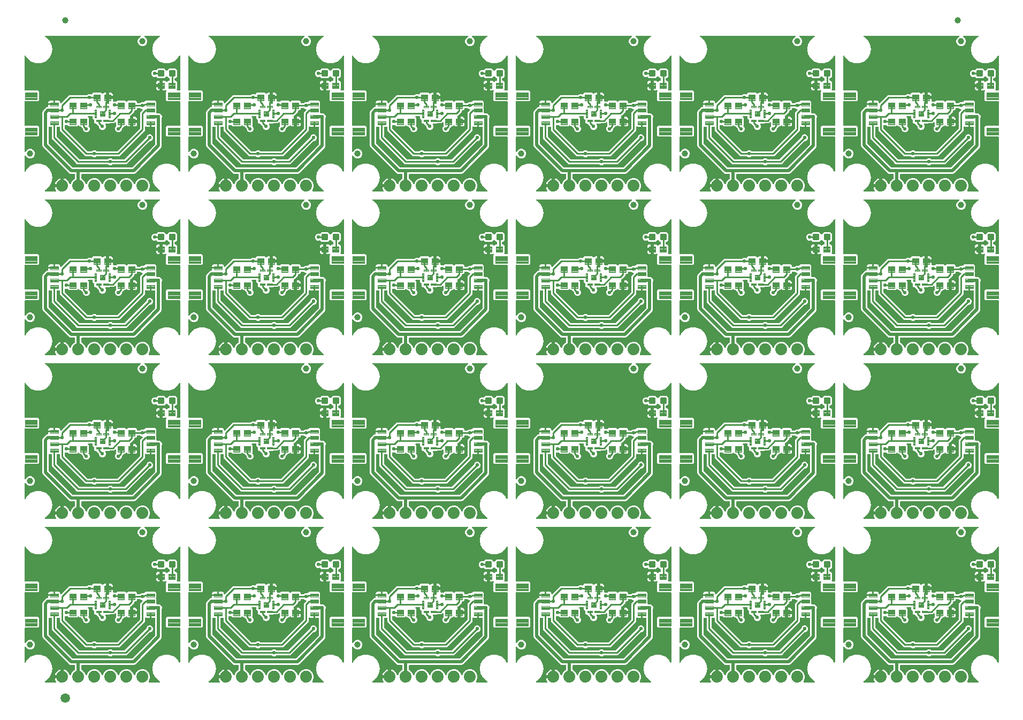
<source format=gtl>
G04 EAGLE Gerber RS-274X export*
G75*
%MOMM*%
%FSLAX34Y34*%
%LPD*%
%INTop Copper*%
%IPPOS*%
%AMOC8*
5,1,8,0,0,1.08239X$1,22.5*%
G01*
%ADD10C,1.000000*%
%ADD11C,0.096000*%
%ADD12C,0.102000*%
%ADD13C,1.879600*%
%ADD14C,0.101500*%
%ADD15C,0.099000*%
%ADD16C,0.100000*%
%ADD17C,0.300000*%
%ADD18C,1.500000*%
%ADD19C,0.254000*%
%ADD20C,0.558800*%
%ADD21C,0.508000*%

G36*
X52934Y780802D02*
X52934Y780802D01*
X52974Y780799D01*
X53092Y780822D01*
X53210Y780837D01*
X53247Y780851D01*
X53286Y780859D01*
X53395Y780910D01*
X53506Y780954D01*
X53538Y780977D01*
X53574Y780994D01*
X53666Y781070D01*
X53763Y781140D01*
X53789Y781171D01*
X53819Y781196D01*
X53890Y781293D01*
X53966Y781385D01*
X53983Y781421D01*
X54007Y781454D01*
X54051Y781565D01*
X54102Y781673D01*
X54109Y781712D01*
X54124Y781749D01*
X54139Y781868D01*
X54162Y781985D01*
X54159Y782025D01*
X54164Y782065D01*
X54149Y782183D01*
X54142Y782303D01*
X54130Y782341D01*
X54125Y782380D01*
X54081Y782492D01*
X54044Y782605D01*
X54022Y782639D01*
X54008Y782676D01*
X53922Y782812D01*
X53289Y783683D01*
X52436Y785357D01*
X51855Y787144D01*
X51815Y787401D01*
X62230Y787401D01*
X62348Y787416D01*
X62467Y787423D01*
X62505Y787436D01*
X62545Y787441D01*
X62656Y787484D01*
X62769Y787521D01*
X62803Y787543D01*
X62841Y787558D01*
X62937Y787628D01*
X63038Y787691D01*
X63066Y787721D01*
X63098Y787744D01*
X63174Y787836D01*
X63256Y787923D01*
X63275Y787958D01*
X63301Y787989D01*
X63352Y788097D01*
X63409Y788201D01*
X63420Y788241D01*
X63437Y788277D01*
X63459Y788394D01*
X63489Y788509D01*
X63493Y788570D01*
X63497Y788590D01*
X63495Y788610D01*
X63499Y788670D01*
X63499Y789941D01*
X64770Y789941D01*
X64888Y789956D01*
X65007Y789963D01*
X65045Y789976D01*
X65085Y789981D01*
X65196Y790025D01*
X65309Y790061D01*
X65344Y790083D01*
X65381Y790098D01*
X65477Y790168D01*
X65578Y790231D01*
X65606Y790261D01*
X65639Y790285D01*
X65714Y790376D01*
X65796Y790463D01*
X65816Y790498D01*
X65841Y790530D01*
X65892Y790637D01*
X65950Y790742D01*
X65960Y790781D01*
X65977Y790817D01*
X65999Y790934D01*
X66029Y791049D01*
X66033Y791110D01*
X66037Y791130D01*
X66035Y791150D01*
X66039Y791210D01*
X66039Y801625D01*
X66296Y801585D01*
X68083Y801004D01*
X69757Y800151D01*
X71278Y799046D01*
X72606Y797718D01*
X73711Y796197D01*
X74564Y794523D01*
X74957Y793314D01*
X74969Y793287D01*
X74976Y793258D01*
X75037Y793144D01*
X75092Y793026D01*
X75111Y793003D01*
X75125Y792977D01*
X75213Y792881D01*
X75295Y792781D01*
X75319Y792764D01*
X75339Y792742D01*
X75448Y792670D01*
X75552Y792594D01*
X75580Y792583D01*
X75605Y792567D01*
X75728Y792525D01*
X75848Y792477D01*
X75877Y792473D01*
X75906Y792464D01*
X76035Y792453D01*
X76163Y792437D01*
X76193Y792441D01*
X76223Y792439D01*
X76350Y792461D01*
X76479Y792477D01*
X76507Y792488D01*
X76536Y792493D01*
X76654Y792546D01*
X76775Y792594D01*
X76799Y792611D01*
X76826Y792624D01*
X76927Y792704D01*
X77032Y792780D01*
X77051Y792803D01*
X77074Y792822D01*
X77152Y792926D01*
X77235Y793025D01*
X77248Y793052D01*
X77266Y793076D01*
X77337Y793221D01*
X78779Y796703D01*
X82137Y800061D01*
X83036Y800433D01*
X83061Y800448D01*
X83089Y800457D01*
X83199Y800527D01*
X83312Y800591D01*
X83333Y800611D01*
X83358Y800627D01*
X83447Y800722D01*
X83540Y800812D01*
X83556Y800837D01*
X83576Y800859D01*
X83639Y800973D01*
X83707Y801083D01*
X83715Y801112D01*
X83730Y801137D01*
X83762Y801263D01*
X83800Y801387D01*
X83802Y801417D01*
X83809Y801445D01*
X83819Y801606D01*
X83819Y807720D01*
X83804Y807838D01*
X83797Y807957D01*
X83784Y807995D01*
X83779Y808036D01*
X83736Y808146D01*
X83699Y808259D01*
X83677Y808294D01*
X83662Y808331D01*
X83593Y808427D01*
X83529Y808528D01*
X83499Y808556D01*
X83476Y808589D01*
X83384Y808665D01*
X83297Y808746D01*
X83262Y808766D01*
X83231Y808791D01*
X83123Y808842D01*
X83019Y808900D01*
X82979Y808910D01*
X82943Y808927D01*
X82826Y808949D01*
X82711Y808979D01*
X82651Y808983D01*
X82631Y808987D01*
X82610Y808985D01*
X82550Y808989D01*
X76459Y808989D01*
X74592Y809763D01*
X72984Y811370D01*
X72984Y811371D01*
X32523Y851832D01*
X31749Y853699D01*
X31749Y906441D01*
X32523Y908308D01*
X37762Y913547D01*
X39629Y914321D01*
X40398Y914321D01*
X40523Y914337D01*
X40649Y914346D01*
X40681Y914356D01*
X40714Y914361D01*
X40831Y914407D01*
X40950Y914447D01*
X40978Y914465D01*
X41010Y914478D01*
X41111Y914551D01*
X41217Y914620D01*
X41240Y914645D01*
X41267Y914664D01*
X41347Y914761D01*
X41432Y914854D01*
X41448Y914883D01*
X41470Y914909D01*
X41523Y915023D01*
X41583Y915134D01*
X41591Y915167D01*
X41605Y915197D01*
X41629Y915320D01*
X41659Y915443D01*
X41659Y915476D01*
X41665Y915509D01*
X41657Y915635D01*
X41656Y915761D01*
X41647Y915809D01*
X41645Y915827D01*
X41639Y915847D01*
X41624Y915919D01*
X41509Y916348D01*
X41509Y917741D01*
X50570Y917741D01*
X50688Y917756D01*
X50807Y917763D01*
X50845Y917775D01*
X50885Y917781D01*
X50996Y917824D01*
X51109Y917861D01*
X51143Y917883D01*
X51181Y917898D01*
X51277Y917967D01*
X51378Y918031D01*
X51406Y918061D01*
X51438Y918084D01*
X51514Y918176D01*
X51596Y918263D01*
X51615Y918298D01*
X51641Y918329D01*
X51661Y918373D01*
X51737Y918428D01*
X51838Y918491D01*
X51866Y918521D01*
X51899Y918545D01*
X51975Y918636D01*
X52056Y918723D01*
X52076Y918758D01*
X52101Y918790D01*
X52152Y918897D01*
X52210Y919002D01*
X52220Y919041D01*
X52237Y919077D01*
X52259Y919194D01*
X52289Y919310D01*
X52293Y919370D01*
X52297Y919390D01*
X52295Y919410D01*
X52299Y919470D01*
X52299Y924781D01*
X57442Y924781D01*
X58218Y924573D01*
X58913Y924171D01*
X59481Y923603D01*
X59883Y922908D01*
X60091Y922132D01*
X60091Y921984D01*
X60108Y921847D01*
X60121Y921708D01*
X60128Y921689D01*
X60131Y921669D01*
X60182Y921540D01*
X60229Y921409D01*
X60240Y921392D01*
X60248Y921373D01*
X60329Y921261D01*
X60407Y921145D01*
X60423Y921132D01*
X60434Y921116D01*
X60542Y921027D01*
X60646Y920935D01*
X60664Y920926D01*
X60679Y920913D01*
X60805Y920854D01*
X60929Y920790D01*
X60949Y920786D01*
X60967Y920777D01*
X61103Y920751D01*
X61239Y920721D01*
X61260Y920721D01*
X61279Y920717D01*
X61418Y920726D01*
X61557Y920730D01*
X61577Y920736D01*
X61597Y920737D01*
X61729Y920780D01*
X61863Y920819D01*
X61880Y920829D01*
X61899Y920835D01*
X62017Y920910D01*
X62137Y920980D01*
X62158Y920999D01*
X62168Y921005D01*
X62182Y921020D01*
X62257Y921087D01*
X72018Y930847D01*
X74622Y933451D01*
X102421Y933451D01*
X102519Y933463D01*
X102618Y933466D01*
X102676Y933483D01*
X102736Y933491D01*
X102828Y933527D01*
X102923Y933555D01*
X102975Y933585D01*
X103032Y933608D01*
X103112Y933666D01*
X103197Y933716D01*
X103273Y933782D01*
X103289Y933794D01*
X103297Y933804D01*
X103318Y933822D01*
X103658Y934163D01*
X105619Y934975D01*
X107741Y934975D01*
X108704Y934576D01*
X108752Y934563D01*
X108797Y934541D01*
X108905Y934521D01*
X109011Y934492D01*
X109061Y934491D01*
X109110Y934482D01*
X109219Y934489D01*
X109329Y934487D01*
X109377Y934498D01*
X109427Y934501D01*
X109531Y934535D01*
X109638Y934561D01*
X109682Y934584D01*
X109729Y934599D01*
X109822Y934658D01*
X109919Y934710D01*
X109956Y934743D01*
X109998Y934770D01*
X110073Y934850D01*
X110155Y934924D01*
X110182Y934965D01*
X110216Y935001D01*
X110269Y935098D01*
X110329Y935189D01*
X110346Y935236D01*
X110370Y935280D01*
X110380Y935320D01*
X112240Y937181D01*
X124760Y937181D01*
X126116Y935824D01*
X126216Y935747D01*
X126311Y935665D01*
X126341Y935650D01*
X126367Y935629D01*
X126483Y935579D01*
X126596Y935523D01*
X126629Y935516D01*
X126659Y935503D01*
X126784Y935483D01*
X126907Y935457D01*
X126940Y935458D01*
X126973Y935453D01*
X127099Y935465D01*
X127224Y935470D01*
X127257Y935480D01*
X127290Y935483D01*
X127408Y935525D01*
X127529Y935562D01*
X127558Y935579D01*
X127589Y935590D01*
X127693Y935661D01*
X127801Y935726D01*
X127825Y935750D01*
X127852Y935769D01*
X127936Y935863D01*
X128024Y935953D01*
X128046Y935986D01*
X128633Y936573D01*
X129326Y936974D01*
X130100Y937181D01*
X133001Y937181D01*
X133001Y930870D01*
X133016Y930752D01*
X133023Y930633D01*
X133035Y930595D01*
X133041Y930555D01*
X133084Y930444D01*
X133121Y930331D01*
X133143Y930297D01*
X133158Y930259D01*
X133227Y930163D01*
X133291Y930062D01*
X133321Y930034D01*
X133344Y930002D01*
X133436Y929926D01*
X133523Y929844D01*
X133558Y929825D01*
X133589Y929799D01*
X133697Y929748D01*
X133801Y929691D01*
X133841Y929681D01*
X133877Y929663D01*
X133984Y929643D01*
X133954Y929639D01*
X133844Y929595D01*
X133731Y929559D01*
X133696Y929537D01*
X133659Y929522D01*
X133562Y929452D01*
X133462Y929389D01*
X133434Y929359D01*
X133401Y929335D01*
X133325Y929244D01*
X133244Y929157D01*
X133224Y929122D01*
X133199Y929090D01*
X133148Y928983D01*
X133090Y928878D01*
X133080Y928839D01*
X133063Y928803D01*
X133041Y928686D01*
X133011Y928570D01*
X133007Y928510D01*
X133003Y928490D01*
X133005Y928470D01*
X133001Y928410D01*
X133001Y922066D01*
X132911Y922089D01*
X132851Y922093D01*
X132831Y922097D01*
X132830Y922097D01*
X132810Y922095D01*
X132750Y922099D01*
X132632Y922084D01*
X132513Y922077D01*
X132474Y922064D01*
X132434Y922059D01*
X132324Y922016D01*
X132210Y921979D01*
X132176Y921957D01*
X132139Y921942D01*
X132042Y921873D01*
X131942Y921809D01*
X131914Y921779D01*
X131881Y921756D01*
X131805Y921664D01*
X131724Y921577D01*
X131704Y921542D01*
X131678Y921511D01*
X131628Y921403D01*
X131570Y921299D01*
X131560Y921259D01*
X131543Y921223D01*
X131521Y921106D01*
X131491Y920991D01*
X131487Y920931D01*
X131483Y920911D01*
X131484Y920890D01*
X131481Y920830D01*
X131481Y915490D01*
X131496Y915372D01*
X131503Y915253D01*
X131515Y915215D01*
X131520Y915175D01*
X131564Y915064D01*
X131601Y914951D01*
X131623Y914917D01*
X131637Y914879D01*
X131707Y914783D01*
X131771Y914682D01*
X131801Y914654D01*
X131824Y914622D01*
X131916Y914546D01*
X132003Y914464D01*
X132038Y914445D01*
X132069Y914419D01*
X132177Y914368D01*
X132281Y914311D01*
X132320Y914301D01*
X132357Y914283D01*
X132474Y914261D01*
X132589Y914231D01*
X132649Y914227D01*
X132669Y914224D01*
X132670Y914224D01*
X132690Y914225D01*
X132750Y914221D01*
X132868Y914236D01*
X132987Y914243D01*
X133025Y914256D01*
X133066Y914261D01*
X133176Y914305D01*
X133290Y914341D01*
X133324Y914363D01*
X133361Y914378D01*
X133458Y914448D01*
X133558Y914512D01*
X133586Y914541D01*
X133619Y914565D01*
X133695Y914657D01*
X133776Y914743D01*
X133796Y914779D01*
X133822Y914810D01*
X133872Y914917D01*
X133930Y915022D01*
X133940Y915061D01*
X133957Y915097D01*
X133979Y915214D01*
X134009Y915330D01*
X134013Y915390D01*
X134017Y915410D01*
X134016Y915430D01*
X134019Y915490D01*
X134019Y919814D01*
X134109Y919791D01*
X134169Y919787D01*
X134189Y919783D01*
X134210Y919785D01*
X134270Y919781D01*
X136730Y919781D01*
X136848Y919796D01*
X136967Y919803D01*
X137005Y919816D01*
X137046Y919821D01*
X137156Y919864D01*
X137269Y919901D01*
X137304Y919923D01*
X137341Y919938D01*
X137437Y920007D01*
X137538Y920071D01*
X137566Y920101D01*
X137599Y920124D01*
X137675Y920216D01*
X137756Y920303D01*
X137776Y920338D01*
X137801Y920369D01*
X137852Y920477D01*
X137910Y920581D01*
X137920Y920621D01*
X137937Y920657D01*
X137959Y920774D01*
X137989Y920889D01*
X137993Y920949D01*
X137997Y920969D01*
X137995Y920990D01*
X137999Y921050D01*
X137999Y927141D01*
X143541Y927141D01*
X143541Y924814D01*
X143556Y924696D01*
X143563Y924577D01*
X143576Y924539D01*
X143581Y924498D01*
X143624Y924388D01*
X143661Y924275D01*
X143683Y924240D01*
X143698Y924203D01*
X143768Y924106D01*
X143831Y924006D01*
X143861Y923978D01*
X143884Y923945D01*
X143976Y923869D01*
X144063Y923788D01*
X144098Y923768D01*
X144129Y923743D01*
X144237Y923692D01*
X144341Y923634D01*
X144381Y923624D01*
X144417Y923607D01*
X144534Y923585D01*
X144649Y923555D01*
X144709Y923551D01*
X144729Y923547D01*
X144750Y923549D01*
X144810Y923545D01*
X147111Y923545D01*
X147949Y923198D01*
X147978Y923190D01*
X148004Y923176D01*
X148131Y923148D01*
X148256Y923114D01*
X148286Y923113D01*
X148314Y923107D01*
X148444Y923111D01*
X148574Y923109D01*
X148603Y923115D01*
X148632Y923116D01*
X148757Y923152D01*
X148883Y923183D01*
X148909Y923197D01*
X148938Y923205D01*
X149050Y923271D01*
X149164Y923331D01*
X149186Y923351D01*
X149212Y923366D01*
X149332Y923473D01*
X150340Y924481D01*
X162860Y924481D01*
X164203Y923138D01*
X164297Y923065D01*
X164386Y922986D01*
X164422Y922968D01*
X164454Y922943D01*
X164563Y922895D01*
X164669Y922841D01*
X164708Y922833D01*
X164746Y922816D01*
X164863Y922798D01*
X164979Y922772D01*
X165020Y922773D01*
X165060Y922767D01*
X165178Y922778D01*
X165297Y922781D01*
X165336Y922793D01*
X165376Y922796D01*
X165488Y922837D01*
X165603Y922870D01*
X165638Y922890D01*
X165676Y922904D01*
X165774Y922971D01*
X165877Y923031D01*
X165922Y923071D01*
X165939Y923083D01*
X165952Y923098D01*
X165998Y923138D01*
X167340Y924481D01*
X179860Y924481D01*
X181641Y922700D01*
X181641Y922020D01*
X181656Y921902D01*
X181663Y921783D01*
X181676Y921745D01*
X181681Y921704D01*
X181724Y921594D01*
X181761Y921481D01*
X181783Y921446D01*
X181798Y921409D01*
X181867Y921313D01*
X181931Y921212D01*
X181961Y921184D01*
X181984Y921151D01*
X182076Y921075D01*
X182163Y920994D01*
X182198Y920974D01*
X182229Y920949D01*
X182337Y920898D01*
X182441Y920840D01*
X182481Y920830D01*
X182517Y920813D01*
X182634Y920791D01*
X182749Y920761D01*
X182809Y920757D01*
X182829Y920753D01*
X182850Y920755D01*
X182910Y920751D01*
X186241Y920751D01*
X186339Y920763D01*
X186438Y920766D01*
X186496Y920783D01*
X186556Y920791D01*
X186648Y920827D01*
X186743Y920855D01*
X186795Y920885D01*
X186852Y920908D01*
X186932Y920966D01*
X187017Y921016D01*
X187093Y921082D01*
X187109Y921094D01*
X187117Y921104D01*
X187138Y921122D01*
X187478Y921463D01*
X189439Y922275D01*
X191190Y922275D01*
X191288Y922287D01*
X191387Y922290D01*
X191445Y922307D01*
X191505Y922315D01*
X191597Y922351D01*
X191693Y922379D01*
X191745Y922409D01*
X191801Y922432D01*
X191881Y922490D01*
X191966Y922540D01*
X192042Y922606D01*
X192058Y922618D01*
X192066Y922628D01*
X192087Y922646D01*
X192492Y923051D01*
X193441Y923051D01*
X193539Y923063D01*
X193638Y923066D01*
X193696Y923083D01*
X193756Y923091D01*
X193848Y923127D01*
X193943Y923155D01*
X193996Y923185D01*
X194052Y923208D01*
X194132Y923266D01*
X194217Y923316D01*
X194293Y923382D01*
X194309Y923394D01*
X194317Y923404D01*
X194338Y923422D01*
X195696Y924781D01*
X210704Y924781D01*
X212491Y922994D01*
X212491Y915486D01*
X212142Y915137D01*
X212069Y915043D01*
X211990Y914954D01*
X211972Y914918D01*
X211947Y914886D01*
X211900Y914777D01*
X211846Y914671D01*
X211837Y914632D01*
X211821Y914594D01*
X211802Y914477D01*
X211776Y914361D01*
X211777Y914320D01*
X211771Y914280D01*
X211782Y914162D01*
X211786Y914043D01*
X211797Y914004D01*
X211801Y913964D01*
X211841Y913852D01*
X211874Y913737D01*
X211894Y913702D01*
X211908Y913664D01*
X211975Y913566D01*
X212035Y913463D01*
X212075Y913418D01*
X212087Y913401D01*
X212102Y913388D01*
X212142Y913342D01*
X212491Y912994D01*
X212491Y905590D01*
X212506Y905472D01*
X212513Y905353D01*
X212526Y905315D01*
X212531Y905274D01*
X212575Y905163D01*
X212611Y905051D01*
X212633Y905016D01*
X212648Y904979D01*
X212717Y904883D01*
X212781Y904782D01*
X212811Y904754D01*
X212834Y904721D01*
X212926Y904645D01*
X213013Y904564D01*
X213048Y904544D01*
X213079Y904519D01*
X213187Y904468D01*
X213291Y904410D01*
X213331Y904400D01*
X213367Y904383D01*
X213484Y904361D01*
X213599Y904331D01*
X213659Y904327D01*
X213679Y904323D01*
X213700Y904325D01*
X213760Y904321D01*
X213973Y904321D01*
X213982Y904322D01*
X213992Y904321D01*
X214140Y904342D01*
X214289Y904361D01*
X214297Y904364D01*
X214307Y904365D01*
X214459Y904417D01*
X214839Y904575D01*
X216961Y904575D01*
X218922Y903763D01*
X220423Y902262D01*
X221235Y900301D01*
X221235Y898179D01*
X221077Y897799D01*
X221075Y897790D01*
X221070Y897782D01*
X221033Y897637D01*
X220993Y897492D01*
X220993Y897483D01*
X220991Y897474D01*
X220981Y897313D01*
X220981Y852429D01*
X220207Y850562D01*
X218600Y848954D01*
X218599Y848954D01*
X181016Y811371D01*
X181016Y811370D01*
X179408Y809763D01*
X177541Y808989D01*
X95250Y808989D01*
X95132Y808974D01*
X95013Y808967D01*
X94975Y808954D01*
X94934Y808949D01*
X94824Y808906D01*
X94711Y808869D01*
X94676Y808847D01*
X94639Y808832D01*
X94543Y808763D01*
X94442Y808699D01*
X94414Y808669D01*
X94381Y808646D01*
X94305Y808554D01*
X94224Y808467D01*
X94204Y808432D01*
X94179Y808401D01*
X94128Y808293D01*
X94070Y808189D01*
X94060Y808149D01*
X94043Y808113D01*
X94021Y807996D01*
X93991Y807881D01*
X93987Y807821D01*
X93983Y807801D01*
X93985Y807780D01*
X93981Y807720D01*
X93981Y801606D01*
X93984Y801577D01*
X93982Y801547D01*
X94004Y801419D01*
X94021Y801290D01*
X94031Y801263D01*
X94036Y801234D01*
X94090Y801115D01*
X94138Y800995D01*
X94155Y800971D01*
X94167Y800944D01*
X94248Y800843D01*
X94324Y800737D01*
X94347Y800719D01*
X94366Y800696D01*
X94469Y800617D01*
X94569Y800535D01*
X94596Y800522D01*
X94620Y800504D01*
X94764Y800433D01*
X95663Y800061D01*
X99021Y796703D01*
X100427Y793308D01*
X100496Y793187D01*
X100561Y793064D01*
X100575Y793049D01*
X100585Y793032D01*
X100682Y792932D01*
X100775Y792829D01*
X100792Y792818D01*
X100806Y792803D01*
X100924Y792731D01*
X101041Y792654D01*
X101060Y792648D01*
X101077Y792637D01*
X101210Y792596D01*
X101342Y792551D01*
X101362Y792549D01*
X101381Y792543D01*
X101520Y792537D01*
X101659Y792526D01*
X101679Y792529D01*
X101699Y792528D01*
X101835Y792556D01*
X101972Y792580D01*
X101991Y792588D01*
X102010Y792592D01*
X102135Y792654D01*
X102262Y792711D01*
X102278Y792723D01*
X102296Y792732D01*
X102402Y792823D01*
X102510Y792909D01*
X102523Y792925D01*
X102538Y792939D01*
X102618Y793052D01*
X102702Y793163D01*
X102714Y793189D01*
X102721Y793199D01*
X102728Y793218D01*
X102773Y793308D01*
X104179Y796703D01*
X107537Y800061D01*
X111925Y801879D01*
X116675Y801879D01*
X121063Y800061D01*
X124421Y796703D01*
X125827Y793308D01*
X125896Y793187D01*
X125961Y793064D01*
X125975Y793049D01*
X125985Y793032D01*
X126082Y792932D01*
X126175Y792829D01*
X126192Y792818D01*
X126206Y792803D01*
X126324Y792731D01*
X126441Y792654D01*
X126460Y792648D01*
X126477Y792637D01*
X126610Y792596D01*
X126742Y792551D01*
X126762Y792549D01*
X126781Y792543D01*
X126920Y792537D01*
X127059Y792526D01*
X127079Y792529D01*
X127099Y792528D01*
X127235Y792556D01*
X127372Y792580D01*
X127391Y792588D01*
X127410Y792592D01*
X127535Y792654D01*
X127662Y792711D01*
X127678Y792723D01*
X127696Y792732D01*
X127802Y792823D01*
X127910Y792909D01*
X127923Y792925D01*
X127938Y792939D01*
X128018Y793052D01*
X128102Y793163D01*
X128114Y793189D01*
X128121Y793199D01*
X128128Y793218D01*
X128173Y793308D01*
X129579Y796703D01*
X132937Y800061D01*
X137325Y801879D01*
X142075Y801879D01*
X146463Y800061D01*
X149821Y796703D01*
X151227Y793308D01*
X151296Y793187D01*
X151361Y793064D01*
X151375Y793049D01*
X151385Y793032D01*
X151482Y792932D01*
X151575Y792829D01*
X151592Y792818D01*
X151606Y792803D01*
X151724Y792731D01*
X151841Y792654D01*
X151860Y792648D01*
X151877Y792637D01*
X152010Y792596D01*
X152142Y792551D01*
X152162Y792549D01*
X152181Y792543D01*
X152320Y792537D01*
X152459Y792526D01*
X152479Y792529D01*
X152499Y792528D01*
X152635Y792556D01*
X152772Y792580D01*
X152791Y792588D01*
X152810Y792592D01*
X152935Y792654D01*
X153062Y792711D01*
X153078Y792723D01*
X153096Y792732D01*
X153202Y792823D01*
X153310Y792909D01*
X153323Y792925D01*
X153338Y792939D01*
X153418Y793052D01*
X153502Y793163D01*
X153514Y793189D01*
X153521Y793199D01*
X153528Y793218D01*
X153573Y793308D01*
X154979Y796703D01*
X158337Y800061D01*
X162725Y801879D01*
X167475Y801879D01*
X171863Y800061D01*
X175221Y796703D01*
X176627Y793308D01*
X176696Y793187D01*
X176761Y793064D01*
X176775Y793049D01*
X176785Y793032D01*
X176882Y792932D01*
X176975Y792829D01*
X176992Y792818D01*
X177006Y792803D01*
X177124Y792731D01*
X177241Y792654D01*
X177260Y792648D01*
X177277Y792637D01*
X177410Y792596D01*
X177542Y792551D01*
X177562Y792549D01*
X177581Y792543D01*
X177720Y792537D01*
X177859Y792526D01*
X177879Y792529D01*
X177899Y792528D01*
X178035Y792556D01*
X178172Y792580D01*
X178191Y792588D01*
X178210Y792592D01*
X178335Y792654D01*
X178462Y792711D01*
X178478Y792723D01*
X178496Y792732D01*
X178602Y792823D01*
X178710Y792909D01*
X178723Y792925D01*
X178738Y792939D01*
X178818Y793052D01*
X178902Y793163D01*
X178914Y793189D01*
X178921Y793199D01*
X178928Y793218D01*
X178973Y793308D01*
X180379Y796703D01*
X183737Y800061D01*
X188125Y801879D01*
X192875Y801879D01*
X197263Y800061D01*
X200621Y796703D01*
X202439Y792315D01*
X202439Y787565D01*
X200621Y783177D01*
X200407Y782964D01*
X200322Y782854D01*
X200234Y782747D01*
X200225Y782728D01*
X200212Y782712D01*
X200157Y782585D01*
X200098Y782459D01*
X200094Y782439D01*
X200086Y782420D01*
X200064Y782283D01*
X200038Y782146D01*
X200039Y782126D01*
X200036Y782106D01*
X200049Y781967D01*
X200058Y781829D01*
X200064Y781810D01*
X200066Y781790D01*
X200113Y781658D01*
X200156Y781527D01*
X200167Y781510D01*
X200174Y781490D01*
X200252Y781375D01*
X200326Y781258D01*
X200341Y781244D01*
X200352Y781227D01*
X200456Y781135D01*
X200558Y781040D01*
X200575Y781030D01*
X200591Y781017D01*
X200715Y780953D01*
X200836Y780886D01*
X200856Y780881D01*
X200874Y780872D01*
X201010Y780842D01*
X201144Y780807D01*
X201172Y780805D01*
X201184Y780802D01*
X201205Y780803D01*
X201305Y780797D01*
X216803Y780797D01*
X216900Y780809D01*
X216997Y780812D01*
X217057Y780829D01*
X217119Y780837D01*
X217209Y780872D01*
X217303Y780899D01*
X217357Y780931D01*
X217415Y780954D01*
X217493Y781011D01*
X217577Y781060D01*
X217621Y781104D01*
X217672Y781140D01*
X217734Y781216D01*
X217803Y781284D01*
X217835Y781337D01*
X217875Y781385D01*
X217916Y781473D01*
X217966Y781557D01*
X217984Y781617D01*
X218010Y781673D01*
X218028Y781769D01*
X218056Y781862D01*
X218058Y781924D01*
X218070Y781985D01*
X218064Y782083D01*
X218067Y782180D01*
X218054Y782241D01*
X218050Y782303D01*
X218020Y782395D01*
X217999Y782491D01*
X217971Y782546D01*
X217952Y782605D01*
X217900Y782688D01*
X217856Y782775D01*
X217815Y782822D01*
X217782Y782874D01*
X217711Y782941D01*
X217647Y783014D01*
X217596Y783049D01*
X217550Y783092D01*
X217465Y783139D01*
X217441Y783155D01*
X211410Y788216D01*
X207514Y794965D01*
X206160Y802640D01*
X207514Y810315D01*
X211410Y817064D01*
X217380Y822073D01*
X224703Y824739D01*
X232497Y824739D01*
X239820Y822073D01*
X245790Y817064D01*
X248075Y813106D01*
X248158Y812997D01*
X248163Y812989D01*
X248166Y812986D01*
X248248Y812872D01*
X248259Y812863D01*
X248267Y812853D01*
X248381Y812762D01*
X248493Y812669D01*
X248506Y812664D01*
X248516Y812655D01*
X248650Y812596D01*
X248781Y812534D01*
X248794Y812531D01*
X248807Y812526D01*
X248951Y812501D01*
X249094Y812474D01*
X249107Y812475D01*
X249120Y812473D01*
X249266Y812485D01*
X249411Y812494D01*
X249424Y812498D01*
X249437Y812499D01*
X249575Y812547D01*
X249713Y812592D01*
X249725Y812599D01*
X249738Y812603D01*
X249859Y812684D01*
X249982Y812762D01*
X249991Y812772D01*
X250003Y812779D01*
X250100Y812887D01*
X250200Y812994D01*
X250207Y813005D01*
X250216Y813015D01*
X250283Y813144D01*
X250354Y813272D01*
X250357Y813285D01*
X250363Y813297D01*
X250397Y813439D01*
X250433Y813580D01*
X250434Y813598D01*
X250436Y813607D01*
X250436Y813624D01*
X250443Y813741D01*
X250443Y866430D01*
X250428Y866548D01*
X250421Y866667D01*
X250408Y866705D01*
X250403Y866746D01*
X250360Y866856D01*
X250323Y866969D01*
X250301Y867004D01*
X250286Y867041D01*
X250217Y867137D01*
X250153Y867238D01*
X250123Y867266D01*
X250100Y867299D01*
X250008Y867375D01*
X249921Y867456D01*
X249886Y867476D01*
X249855Y867501D01*
X249747Y867552D01*
X249643Y867610D01*
X249603Y867620D01*
X249567Y867637D01*
X249450Y867659D01*
X249335Y867689D01*
X249275Y867693D01*
X249255Y867697D01*
X249234Y867695D01*
X249174Y867699D01*
X229179Y867699D01*
X227409Y869469D01*
X227409Y883011D01*
X229179Y884781D01*
X249174Y884781D01*
X249292Y884796D01*
X249411Y884803D01*
X249449Y884816D01*
X249490Y884821D01*
X249600Y884864D01*
X249713Y884901D01*
X249748Y884923D01*
X249785Y884938D01*
X249881Y885007D01*
X249982Y885071D01*
X250010Y885101D01*
X250043Y885124D01*
X250119Y885216D01*
X250200Y885303D01*
X250220Y885338D01*
X250245Y885369D01*
X250296Y885477D01*
X250354Y885581D01*
X250364Y885621D01*
X250381Y885657D01*
X250403Y885774D01*
X250433Y885889D01*
X250437Y885949D01*
X250441Y885969D01*
X250439Y885990D01*
X250443Y886050D01*
X250443Y922430D01*
X250428Y922548D01*
X250421Y922667D01*
X250408Y922705D01*
X250403Y922746D01*
X250360Y922856D01*
X250323Y922969D01*
X250301Y923004D01*
X250286Y923041D01*
X250217Y923137D01*
X250153Y923238D01*
X250123Y923266D01*
X250100Y923299D01*
X250008Y923375D01*
X249921Y923456D01*
X249886Y923476D01*
X249855Y923501D01*
X249747Y923552D01*
X249643Y923610D01*
X249603Y923620D01*
X249567Y923637D01*
X249450Y923659D01*
X249335Y923689D01*
X249275Y923693D01*
X249255Y923697D01*
X249234Y923695D01*
X249174Y923699D01*
X229179Y923699D01*
X227409Y925469D01*
X227409Y939011D01*
X227692Y939294D01*
X227787Y939416D01*
X227881Y939535D01*
X227883Y939541D01*
X227887Y939546D01*
X227948Y939686D01*
X228010Y939826D01*
X228011Y939832D01*
X228014Y939837D01*
X228038Y939989D01*
X228063Y940139D01*
X228062Y940145D01*
X228063Y940152D01*
X228049Y940306D01*
X228036Y940456D01*
X228034Y940462D01*
X228034Y940468D01*
X227982Y940613D01*
X227932Y940756D01*
X227928Y940762D01*
X227926Y940767D01*
X227840Y940894D01*
X227755Y941021D01*
X227751Y941025D01*
X227747Y941031D01*
X227634Y941131D01*
X227519Y941234D01*
X227514Y941237D01*
X227509Y941241D01*
X227373Y941310D01*
X227237Y941381D01*
X227231Y941383D01*
X227226Y941386D01*
X227077Y941419D01*
X226928Y941454D01*
X226921Y941454D01*
X226915Y941455D01*
X226763Y941451D01*
X226610Y941447D01*
X226604Y941446D01*
X226598Y941446D01*
X226451Y941403D01*
X226447Y941402D01*
X226435Y941400D01*
X225500Y941149D01*
X222599Y941149D01*
X222599Y947460D01*
X222584Y947578D01*
X222577Y947697D01*
X222564Y947735D01*
X222559Y947775D01*
X222516Y947886D01*
X222479Y947999D01*
X222457Y948033D01*
X222442Y948071D01*
X222373Y948167D01*
X222309Y948268D01*
X222279Y948296D01*
X222256Y948328D01*
X222164Y948404D01*
X222077Y948486D01*
X222042Y948505D01*
X222011Y948531D01*
X221903Y948582D01*
X221799Y948639D01*
X221759Y948649D01*
X221723Y948667D01*
X221616Y948687D01*
X221646Y948691D01*
X221756Y948735D01*
X221869Y948771D01*
X221904Y948793D01*
X221941Y948808D01*
X222037Y948878D01*
X222138Y948941D01*
X222166Y948971D01*
X222199Y948995D01*
X222275Y949086D01*
X222356Y949173D01*
X222376Y949208D01*
X222401Y949240D01*
X222452Y949347D01*
X222510Y949452D01*
X222520Y949491D01*
X222537Y949527D01*
X222559Y949644D01*
X222589Y949760D01*
X222593Y949820D01*
X222597Y949840D01*
X222595Y949860D01*
X222599Y949920D01*
X222599Y956231D01*
X225500Y956231D01*
X226274Y956024D01*
X226967Y955623D01*
X227583Y955007D01*
X227634Y954933D01*
X227659Y954911D01*
X227679Y954884D01*
X227778Y954806D01*
X227872Y954722D01*
X227902Y954707D01*
X227928Y954686D01*
X228043Y954635D01*
X228155Y954578D01*
X228188Y954570D01*
X228219Y954557D01*
X228343Y954536D01*
X228466Y954508D01*
X228499Y954509D01*
X228532Y954503D01*
X228658Y954514D01*
X228784Y954518D01*
X228816Y954527D01*
X228849Y954530D01*
X228968Y954571D01*
X229089Y954606D01*
X229118Y954623D01*
X229150Y954634D01*
X229255Y954704D01*
X229363Y954768D01*
X229400Y954800D01*
X229415Y954810D01*
X229429Y954826D01*
X229484Y954874D01*
X230840Y956231D01*
X232290Y956231D01*
X232408Y956246D01*
X232527Y956253D01*
X232565Y956266D01*
X232606Y956271D01*
X232716Y956314D01*
X232829Y956351D01*
X232864Y956373D01*
X232901Y956388D01*
X232997Y956457D01*
X233098Y956521D01*
X233126Y956551D01*
X233159Y956574D01*
X233235Y956666D01*
X233316Y956753D01*
X233336Y956788D01*
X233361Y956819D01*
X233412Y956927D01*
X233470Y957031D01*
X233480Y957071D01*
X233497Y957107D01*
X233519Y957224D01*
X233549Y957339D01*
X233553Y957399D01*
X233557Y957419D01*
X233555Y957440D01*
X233559Y957500D01*
X233559Y958930D01*
X233544Y959048D01*
X233537Y959167D01*
X233524Y959205D01*
X233519Y959246D01*
X233476Y959356D01*
X233439Y959469D01*
X233417Y959504D01*
X233402Y959541D01*
X233333Y959637D01*
X233269Y959738D01*
X233239Y959766D01*
X233216Y959799D01*
X233124Y959875D01*
X233037Y959956D01*
X233002Y959976D01*
X232971Y960001D01*
X232863Y960052D01*
X232759Y960110D01*
X232719Y960120D01*
X232683Y960137D01*
X232566Y960159D01*
X232451Y960189D01*
X232391Y960193D01*
X232371Y960197D01*
X232350Y960195D01*
X232290Y960199D01*
X232196Y960199D01*
X229498Y962898D01*
X229403Y962971D01*
X229314Y963050D01*
X229278Y963068D01*
X229246Y963093D01*
X229137Y963140D01*
X229031Y963194D01*
X228992Y963203D01*
X228954Y963219D01*
X228837Y963238D01*
X228721Y963264D01*
X228680Y963263D01*
X228640Y963269D01*
X228522Y963258D01*
X228403Y963254D01*
X228364Y963243D01*
X228324Y963239D01*
X228211Y963199D01*
X228097Y963166D01*
X228063Y963145D01*
X228024Y963132D01*
X227926Y963065D01*
X227823Y963004D01*
X227778Y962965D01*
X227761Y962953D01*
X227748Y962938D01*
X227703Y962898D01*
X225004Y960199D01*
X214656Y960199D01*
X212511Y962344D01*
X212488Y962362D01*
X212469Y962385D01*
X212363Y962459D01*
X212260Y962539D01*
X212233Y962551D01*
X212209Y962568D01*
X212088Y962614D01*
X211968Y962666D01*
X211939Y962670D01*
X211911Y962681D01*
X211782Y962695D01*
X211654Y962715D01*
X211625Y962713D01*
X211595Y962716D01*
X211467Y962698D01*
X211337Y962686D01*
X211310Y962676D01*
X211280Y962671D01*
X211128Y962619D01*
X210611Y962405D01*
X208489Y962405D01*
X206528Y963217D01*
X205027Y964718D01*
X204215Y966679D01*
X204215Y968801D01*
X205027Y970762D01*
X206528Y972263D01*
X208489Y973075D01*
X210611Y973075D01*
X211128Y972861D01*
X211157Y972853D01*
X211183Y972839D01*
X211309Y972811D01*
X211435Y972777D01*
X211464Y972776D01*
X211493Y972770D01*
X211623Y972774D01*
X211753Y972772D01*
X211781Y972778D01*
X211811Y972779D01*
X211936Y972815D01*
X212062Y972846D01*
X212088Y972860D01*
X212117Y972868D01*
X212228Y972934D01*
X212343Y972994D01*
X212365Y973014D01*
X212390Y973029D01*
X212511Y973136D01*
X214656Y975281D01*
X225004Y975281D01*
X227703Y972582D01*
X227797Y972509D01*
X227886Y972430D01*
X227922Y972412D01*
X227954Y972387D01*
X228063Y972340D01*
X228169Y972286D01*
X228208Y972277D01*
X228246Y972261D01*
X228363Y972242D01*
X228479Y972216D01*
X228520Y972217D01*
X228560Y972211D01*
X228678Y972222D01*
X228797Y972226D01*
X228836Y972237D01*
X228876Y972241D01*
X228989Y972281D01*
X229103Y972314D01*
X229138Y972335D01*
X229176Y972348D01*
X229274Y972415D01*
X229377Y972476D01*
X229422Y972515D01*
X229439Y972527D01*
X229452Y972542D01*
X229498Y972582D01*
X232196Y975281D01*
X242544Y975281D01*
X244911Y972914D01*
X244911Y962566D01*
X242544Y960199D01*
X242450Y960199D01*
X242332Y960184D01*
X242213Y960177D01*
X242175Y960164D01*
X242134Y960159D01*
X242024Y960116D01*
X241911Y960079D01*
X241876Y960057D01*
X241839Y960042D01*
X241743Y959973D01*
X241642Y959909D01*
X241614Y959879D01*
X241581Y959856D01*
X241505Y959764D01*
X241424Y959677D01*
X241404Y959642D01*
X241379Y959611D01*
X241328Y959503D01*
X241270Y959399D01*
X241260Y959359D01*
X241243Y959323D01*
X241221Y959206D01*
X241191Y959091D01*
X241187Y959031D01*
X241183Y959011D01*
X241185Y958990D01*
X241181Y958930D01*
X241181Y957500D01*
X241196Y957382D01*
X241203Y957263D01*
X241216Y957225D01*
X241221Y957184D01*
X241264Y957074D01*
X241301Y956961D01*
X241323Y956926D01*
X241338Y956889D01*
X241407Y956793D01*
X241471Y956692D01*
X241501Y956664D01*
X241524Y956631D01*
X241616Y956555D01*
X241703Y956474D01*
X241738Y956454D01*
X241769Y956429D01*
X241877Y956378D01*
X241981Y956320D01*
X242021Y956310D01*
X242057Y956293D01*
X242174Y956271D01*
X242289Y956241D01*
X242349Y956237D01*
X242369Y956233D01*
X242390Y956235D01*
X242450Y956231D01*
X243360Y956231D01*
X245141Y954450D01*
X245141Y942926D01*
X245073Y942838D01*
X244984Y942731D01*
X244975Y942712D01*
X244963Y942696D01*
X244908Y942569D01*
X244848Y942443D01*
X244844Y942423D01*
X244836Y942404D01*
X244815Y942267D01*
X244789Y942130D01*
X244790Y942110D01*
X244787Y942090D01*
X244800Y941952D01*
X244808Y941813D01*
X244814Y941794D01*
X244816Y941774D01*
X244864Y941642D01*
X244906Y941511D01*
X244917Y941494D01*
X244924Y941474D01*
X245002Y941359D01*
X245076Y941242D01*
X245091Y941228D01*
X245103Y941211D01*
X245207Y941119D01*
X245308Y941024D01*
X245326Y941014D01*
X245341Y941001D01*
X245465Y940937D01*
X245587Y940870D01*
X245606Y940865D01*
X245624Y940856D01*
X245760Y940826D01*
X245895Y940791D01*
X245923Y940789D01*
X245934Y940786D01*
X245955Y940787D01*
X246055Y940781D01*
X249174Y940781D01*
X249292Y940796D01*
X249411Y940803D01*
X249449Y940816D01*
X249490Y940821D01*
X249600Y940864D01*
X249713Y940901D01*
X249748Y940923D01*
X249785Y940938D01*
X249881Y941007D01*
X249982Y941071D01*
X250010Y941101D01*
X250043Y941124D01*
X250119Y941216D01*
X250200Y941303D01*
X250220Y941338D01*
X250245Y941369D01*
X250296Y941477D01*
X250354Y941581D01*
X250364Y941621D01*
X250381Y941657D01*
X250403Y941774D01*
X250433Y941889D01*
X250437Y941949D01*
X250441Y941969D01*
X250439Y941990D01*
X250443Y942050D01*
X250443Y994739D01*
X250425Y994884D01*
X250410Y995029D01*
X250405Y995041D01*
X250403Y995055D01*
X250350Y995190D01*
X250299Y995327D01*
X250291Y995338D01*
X250286Y995351D01*
X250201Y995468D01*
X250118Y995588D01*
X250108Y995597D01*
X250100Y995608D01*
X249987Y995701D01*
X249877Y995796D01*
X249865Y995802D01*
X249855Y995811D01*
X249723Y995872D01*
X249592Y995938D01*
X249579Y995940D01*
X249567Y995946D01*
X249425Y995973D01*
X249281Y996004D01*
X249268Y996003D01*
X249255Y996006D01*
X249110Y995997D01*
X248964Y995991D01*
X248951Y995987D01*
X248937Y995986D01*
X248799Y995941D01*
X248659Y995899D01*
X248647Y995892D01*
X248635Y995888D01*
X248511Y995810D01*
X248387Y995735D01*
X248377Y995725D01*
X248366Y995718D01*
X248266Y995612D01*
X248164Y995508D01*
X248154Y995493D01*
X248148Y995486D01*
X248140Y995472D01*
X248075Y995374D01*
X245790Y991416D01*
X239820Y986407D01*
X232497Y983741D01*
X224703Y983741D01*
X217380Y986407D01*
X211410Y991416D01*
X207514Y998165D01*
X206160Y1005840D01*
X207514Y1013515D01*
X211410Y1020264D01*
X217414Y1025301D01*
X217415Y1025302D01*
X217465Y1025338D01*
X217520Y1025366D01*
X217593Y1025431D01*
X217672Y1025488D01*
X217711Y1025536D01*
X217758Y1025577D01*
X217813Y1025658D01*
X217875Y1025733D01*
X217901Y1025789D01*
X217936Y1025841D01*
X217969Y1025933D01*
X218010Y1026021D01*
X218022Y1026082D01*
X218043Y1026140D01*
X218052Y1026238D01*
X218070Y1026334D01*
X218066Y1026395D01*
X218072Y1026457D01*
X218056Y1026554D01*
X218050Y1026651D01*
X218031Y1026710D01*
X218021Y1026771D01*
X217982Y1026861D01*
X217952Y1026953D01*
X217919Y1027006D01*
X217894Y1027063D01*
X217834Y1027140D01*
X217782Y1027222D01*
X217737Y1027265D01*
X217699Y1027314D01*
X217622Y1027373D01*
X217550Y1027440D01*
X217496Y1027470D01*
X217447Y1027508D01*
X217357Y1027547D01*
X217272Y1027594D01*
X217212Y1027609D01*
X217155Y1027634D01*
X217058Y1027649D01*
X216964Y1027673D01*
X216860Y1027680D01*
X216841Y1027683D01*
X216829Y1027682D01*
X216803Y1027683D01*
X194512Y1027683D01*
X194443Y1027675D01*
X194373Y1027676D01*
X194285Y1027655D01*
X194196Y1027643D01*
X194132Y1027618D01*
X194064Y1027601D01*
X193984Y1027559D01*
X193901Y1027526D01*
X193844Y1027485D01*
X193783Y1027453D01*
X193716Y1027392D01*
X193643Y1027340D01*
X193599Y1027286D01*
X193547Y1027239D01*
X193498Y1027164D01*
X193441Y1027095D01*
X193411Y1027031D01*
X193372Y1026973D01*
X193343Y1026888D01*
X193305Y1026807D01*
X193292Y1026738D01*
X193269Y1026672D01*
X193262Y1026583D01*
X193245Y1026495D01*
X193250Y1026425D01*
X193244Y1026355D01*
X193259Y1026267D01*
X193265Y1026177D01*
X193286Y1026111D01*
X193298Y1026042D01*
X193335Y1025960D01*
X193363Y1025875D01*
X193400Y1025816D01*
X193429Y1025752D01*
X193485Y1025682D01*
X193533Y1025606D01*
X193584Y1025558D01*
X193628Y1025504D01*
X193699Y1025450D01*
X193765Y1025388D01*
X193826Y1025354D01*
X193882Y1025312D01*
X194026Y1025241D01*
X194771Y1024933D01*
X196893Y1022811D01*
X198041Y1020040D01*
X198041Y1017040D01*
X196893Y1014269D01*
X194771Y1012147D01*
X192000Y1010999D01*
X189000Y1010999D01*
X186229Y1012147D01*
X184107Y1014269D01*
X182959Y1017040D01*
X182959Y1020040D01*
X184107Y1022811D01*
X186229Y1024933D01*
X186974Y1025241D01*
X187034Y1025276D01*
X187099Y1025302D01*
X187172Y1025354D01*
X187250Y1025399D01*
X187300Y1025447D01*
X187357Y1025488D01*
X187414Y1025558D01*
X187478Y1025620D01*
X187515Y1025680D01*
X187559Y1025733D01*
X187598Y1025815D01*
X187645Y1025891D01*
X187665Y1025958D01*
X187695Y1026021D01*
X187712Y1026109D01*
X187738Y1026195D01*
X187742Y1026265D01*
X187755Y1026334D01*
X187749Y1026423D01*
X187753Y1026513D01*
X187739Y1026581D01*
X187735Y1026651D01*
X187707Y1026736D01*
X187689Y1026824D01*
X187658Y1026887D01*
X187637Y1026953D01*
X187589Y1027029D01*
X187549Y1027110D01*
X187504Y1027163D01*
X187467Y1027222D01*
X187401Y1027284D01*
X187343Y1027352D01*
X187286Y1027392D01*
X187235Y1027440D01*
X187156Y1027484D01*
X187083Y1027535D01*
X187018Y1027560D01*
X186957Y1027594D01*
X186870Y1027616D01*
X186786Y1027648D01*
X186716Y1027656D01*
X186649Y1027673D01*
X186488Y1027683D01*
X37197Y1027683D01*
X37100Y1027671D01*
X37002Y1027668D01*
X36943Y1027651D01*
X36881Y1027643D01*
X36790Y1027608D01*
X36697Y1027581D01*
X36643Y1027549D01*
X36585Y1027526D01*
X36507Y1027469D01*
X36422Y1027420D01*
X36378Y1027376D01*
X36328Y1027340D01*
X36266Y1027264D01*
X36197Y1027196D01*
X36165Y1027142D01*
X36125Y1027095D01*
X36084Y1027006D01*
X36034Y1026922D01*
X36016Y1026863D01*
X35990Y1026807D01*
X35971Y1026711D01*
X35944Y1026617D01*
X35942Y1026555D01*
X35930Y1026495D01*
X35936Y1026397D01*
X35933Y1026300D01*
X35946Y1026239D01*
X35950Y1026177D01*
X35980Y1026084D01*
X36001Y1025989D01*
X36029Y1025933D01*
X36048Y1025875D01*
X36100Y1025792D01*
X36144Y1025705D01*
X36185Y1025658D01*
X36218Y1025606D01*
X36289Y1025539D01*
X36353Y1025466D01*
X36404Y1025430D01*
X36450Y1025388D01*
X36535Y1025341D01*
X36559Y1025325D01*
X42590Y1020264D01*
X46486Y1013515D01*
X47840Y1005840D01*
X46486Y998165D01*
X42590Y991416D01*
X36620Y986407D01*
X29297Y983741D01*
X21503Y983741D01*
X14180Y986407D01*
X8210Y991416D01*
X5925Y995374D01*
X5837Y995490D01*
X5752Y995608D01*
X5741Y995617D01*
X5733Y995627D01*
X5619Y995718D01*
X5507Y995811D01*
X5494Y995816D01*
X5484Y995825D01*
X5350Y995884D01*
X5219Y995946D01*
X5206Y995949D01*
X5193Y995954D01*
X5049Y995979D01*
X4906Y996006D01*
X4893Y996005D01*
X4880Y996007D01*
X4734Y995995D01*
X4589Y995986D01*
X4576Y995982D01*
X4563Y995981D01*
X4425Y995933D01*
X4287Y995888D01*
X4275Y995881D01*
X4262Y995877D01*
X4141Y995796D01*
X4018Y995718D01*
X4009Y995708D01*
X3997Y995701D01*
X3900Y995593D01*
X3800Y995486D01*
X3793Y995475D01*
X3784Y995465D01*
X3717Y995336D01*
X3646Y995208D01*
X3643Y995195D01*
X3637Y995183D01*
X3603Y995041D01*
X3567Y994900D01*
X3566Y994882D01*
X3564Y994873D01*
X3564Y994856D01*
X3557Y994739D01*
X3557Y942050D01*
X3572Y941932D01*
X3579Y941813D01*
X3592Y941775D01*
X3597Y941734D01*
X3640Y941624D01*
X3677Y941511D01*
X3699Y941476D01*
X3714Y941439D01*
X3783Y941343D01*
X3847Y941242D01*
X3877Y941214D01*
X3900Y941181D01*
X3992Y941105D01*
X4079Y941024D01*
X4114Y941004D01*
X4145Y940979D01*
X4253Y940928D01*
X4357Y940870D01*
X4397Y940860D01*
X4433Y940843D01*
X4550Y940821D01*
X4665Y940791D01*
X4725Y940787D01*
X4745Y940783D01*
X4766Y940785D01*
X4826Y940781D01*
X24821Y940781D01*
X26591Y939011D01*
X26591Y925469D01*
X24821Y923699D01*
X4826Y923699D01*
X4708Y923684D01*
X4589Y923677D01*
X4551Y923664D01*
X4510Y923659D01*
X4400Y923616D01*
X4287Y923579D01*
X4252Y923557D01*
X4215Y923542D01*
X4119Y923473D01*
X4018Y923409D01*
X3990Y923379D01*
X3957Y923356D01*
X3881Y923264D01*
X3800Y923177D01*
X3780Y923142D01*
X3755Y923111D01*
X3704Y923003D01*
X3646Y922899D01*
X3636Y922859D01*
X3619Y922823D01*
X3597Y922706D01*
X3567Y922591D01*
X3563Y922531D01*
X3559Y922511D01*
X3561Y922490D01*
X3557Y922430D01*
X3557Y886050D01*
X3572Y885932D01*
X3579Y885813D01*
X3592Y885775D01*
X3597Y885734D01*
X3640Y885624D01*
X3677Y885511D01*
X3699Y885476D01*
X3714Y885439D01*
X3783Y885343D01*
X3847Y885242D01*
X3877Y885214D01*
X3900Y885181D01*
X3992Y885105D01*
X4079Y885024D01*
X4114Y885004D01*
X4145Y884979D01*
X4253Y884928D01*
X4357Y884870D01*
X4397Y884860D01*
X4433Y884843D01*
X4550Y884821D01*
X4665Y884791D01*
X4725Y884787D01*
X4745Y884783D01*
X4766Y884785D01*
X4826Y884781D01*
X24821Y884781D01*
X26591Y883011D01*
X26591Y869469D01*
X24821Y867699D01*
X4826Y867699D01*
X4708Y867684D01*
X4589Y867677D01*
X4551Y867664D01*
X4510Y867659D01*
X4400Y867616D01*
X4287Y867579D01*
X4252Y867557D01*
X4215Y867542D01*
X4119Y867473D01*
X4018Y867409D01*
X3990Y867379D01*
X3957Y867356D01*
X3881Y867264D01*
X3800Y867177D01*
X3780Y867142D01*
X3755Y867111D01*
X3704Y867003D01*
X3646Y866899D01*
X3636Y866859D01*
X3619Y866823D01*
X3597Y866706D01*
X3567Y866591D01*
X3563Y866531D01*
X3559Y866511D01*
X3561Y866490D01*
X3557Y866430D01*
X3557Y844752D01*
X3565Y844683D01*
X3564Y844613D01*
X3585Y844525D01*
X3597Y844436D01*
X3622Y844372D01*
X3639Y844304D01*
X3681Y844224D01*
X3714Y844141D01*
X3755Y844084D01*
X3787Y844023D01*
X3848Y843956D01*
X3900Y843883D01*
X3954Y843839D01*
X4001Y843787D01*
X4076Y843738D01*
X4145Y843681D01*
X4209Y843651D01*
X4267Y843612D01*
X4352Y843583D01*
X4433Y843545D01*
X4502Y843532D01*
X4568Y843509D01*
X4657Y843502D01*
X4745Y843485D01*
X4815Y843490D01*
X4885Y843484D01*
X4973Y843499D01*
X5063Y843505D01*
X5129Y843526D01*
X5198Y843538D01*
X5280Y843575D01*
X5365Y843603D01*
X5424Y843640D01*
X5488Y843669D01*
X5558Y843725D01*
X5634Y843773D01*
X5682Y843824D01*
X5736Y843868D01*
X5790Y843939D01*
X5852Y844005D01*
X5886Y844066D01*
X5928Y844122D01*
X5999Y844266D01*
X6307Y845011D01*
X8429Y847133D01*
X11200Y848281D01*
X14200Y848281D01*
X16971Y847133D01*
X19093Y845011D01*
X20241Y842240D01*
X20241Y839240D01*
X19093Y836469D01*
X16971Y834347D01*
X14200Y833199D01*
X11200Y833199D01*
X8429Y834347D01*
X6307Y836469D01*
X5999Y837214D01*
X5964Y837274D01*
X5938Y837339D01*
X5886Y837412D01*
X5841Y837490D01*
X5793Y837540D01*
X5752Y837597D01*
X5682Y837654D01*
X5620Y837718D01*
X5560Y837755D01*
X5507Y837799D01*
X5425Y837838D01*
X5349Y837885D01*
X5282Y837905D01*
X5219Y837935D01*
X5131Y837952D01*
X5045Y837978D01*
X4975Y837982D01*
X4906Y837995D01*
X4817Y837989D01*
X4727Y837993D01*
X4659Y837979D01*
X4589Y837975D01*
X4504Y837947D01*
X4416Y837929D01*
X4353Y837898D01*
X4287Y837877D01*
X4211Y837829D01*
X4130Y837789D01*
X4077Y837744D01*
X4018Y837707D01*
X3956Y837641D01*
X3888Y837583D01*
X3848Y837526D01*
X3800Y837475D01*
X3756Y837396D01*
X3705Y837323D01*
X3680Y837258D01*
X3646Y837197D01*
X3624Y837110D01*
X3592Y837026D01*
X3584Y836956D01*
X3567Y836889D01*
X3557Y836728D01*
X3557Y813741D01*
X3575Y813596D01*
X3590Y813451D01*
X3595Y813439D01*
X3597Y813425D01*
X3650Y813290D01*
X3701Y813153D01*
X3709Y813142D01*
X3714Y813129D01*
X3799Y813012D01*
X3882Y812892D01*
X3892Y812883D01*
X3900Y812872D01*
X4013Y812779D01*
X4123Y812684D01*
X4135Y812678D01*
X4145Y812669D01*
X4277Y812608D01*
X4408Y812542D01*
X4421Y812540D01*
X4433Y812534D01*
X4575Y812507D01*
X4719Y812476D01*
X4732Y812477D01*
X4745Y812474D01*
X4890Y812483D01*
X5036Y812489D01*
X5049Y812493D01*
X5063Y812494D01*
X5201Y812539D01*
X5341Y812581D01*
X5353Y812588D01*
X5365Y812592D01*
X5489Y812670D01*
X5613Y812745D01*
X5623Y812755D01*
X5634Y812762D01*
X5734Y812868D01*
X5836Y812972D01*
X5846Y812987D01*
X5852Y812994D01*
X5860Y813008D01*
X5925Y813106D01*
X8210Y817064D01*
X14180Y822073D01*
X21503Y824739D01*
X29297Y824739D01*
X36620Y822073D01*
X42590Y817064D01*
X46486Y810315D01*
X47840Y802640D01*
X46486Y794965D01*
X42590Y788216D01*
X36587Y783179D01*
X36585Y783178D01*
X36535Y783142D01*
X36480Y783113D01*
X36407Y783049D01*
X36328Y782992D01*
X36289Y782944D01*
X36242Y782902D01*
X36187Y782822D01*
X36125Y782747D01*
X36099Y782690D01*
X36064Y782639D01*
X36031Y782547D01*
X35990Y782459D01*
X35978Y782398D01*
X35957Y782339D01*
X35948Y782242D01*
X35930Y782146D01*
X35934Y782084D01*
X35928Y782023D01*
X35944Y781926D01*
X35950Y781829D01*
X35969Y781770D01*
X35979Y781709D01*
X36018Y781619D01*
X36048Y781527D01*
X36081Y781474D01*
X36106Y781417D01*
X36166Y781340D01*
X36218Y781258D01*
X36263Y781215D01*
X36301Y781166D01*
X36378Y781107D01*
X36450Y781040D01*
X36504Y781010D01*
X36553Y780972D01*
X36643Y780933D01*
X36728Y780886D01*
X36788Y780871D01*
X36845Y780846D01*
X36942Y780831D01*
X37036Y780807D01*
X37140Y780800D01*
X37159Y780797D01*
X37171Y780798D01*
X37197Y780797D01*
X52895Y780797D01*
X52934Y780802D01*
G37*
G36*
X52934Y262642D02*
X52934Y262642D01*
X52974Y262639D01*
X53092Y262662D01*
X53210Y262677D01*
X53247Y262691D01*
X53286Y262699D01*
X53395Y262750D01*
X53506Y262794D01*
X53538Y262817D01*
X53574Y262834D01*
X53666Y262910D01*
X53763Y262980D01*
X53789Y263011D01*
X53819Y263036D01*
X53890Y263133D01*
X53966Y263225D01*
X53983Y263261D01*
X54007Y263294D01*
X54051Y263405D01*
X54102Y263513D01*
X54109Y263552D01*
X54124Y263589D01*
X54139Y263708D01*
X54162Y263825D01*
X54159Y263865D01*
X54164Y263905D01*
X54149Y264023D01*
X54142Y264143D01*
X54130Y264181D01*
X54125Y264220D01*
X54081Y264332D01*
X54044Y264445D01*
X54022Y264479D01*
X54008Y264516D01*
X53922Y264652D01*
X53289Y265523D01*
X52436Y267197D01*
X51855Y268984D01*
X51815Y269241D01*
X62230Y269241D01*
X62348Y269256D01*
X62467Y269263D01*
X62505Y269276D01*
X62545Y269281D01*
X62656Y269324D01*
X62769Y269361D01*
X62803Y269383D01*
X62841Y269398D01*
X62937Y269468D01*
X63038Y269531D01*
X63066Y269561D01*
X63098Y269584D01*
X63174Y269676D01*
X63256Y269763D01*
X63275Y269798D01*
X63301Y269829D01*
X63352Y269937D01*
X63409Y270041D01*
X63420Y270081D01*
X63437Y270117D01*
X63459Y270234D01*
X63489Y270349D01*
X63493Y270410D01*
X63497Y270430D01*
X63495Y270450D01*
X63499Y270510D01*
X63499Y271781D01*
X64770Y271781D01*
X64888Y271796D01*
X65007Y271803D01*
X65045Y271816D01*
X65085Y271821D01*
X65196Y271865D01*
X65309Y271901D01*
X65344Y271923D01*
X65381Y271938D01*
X65477Y272008D01*
X65578Y272071D01*
X65606Y272101D01*
X65639Y272125D01*
X65714Y272216D01*
X65796Y272303D01*
X65816Y272338D01*
X65841Y272370D01*
X65892Y272477D01*
X65950Y272582D01*
X65960Y272621D01*
X65977Y272657D01*
X65999Y272774D01*
X66029Y272889D01*
X66033Y272950D01*
X66037Y272970D01*
X66035Y272990D01*
X66039Y273050D01*
X66039Y283465D01*
X66296Y283425D01*
X68083Y282844D01*
X69757Y281991D01*
X71278Y280886D01*
X72606Y279558D01*
X73711Y278037D01*
X74564Y276363D01*
X74957Y275154D01*
X74969Y275127D01*
X74976Y275098D01*
X75037Y274984D01*
X75092Y274866D01*
X75111Y274843D01*
X75125Y274817D01*
X75213Y274721D01*
X75295Y274621D01*
X75319Y274604D01*
X75339Y274582D01*
X75448Y274510D01*
X75552Y274434D01*
X75580Y274423D01*
X75605Y274407D01*
X75728Y274365D01*
X75848Y274317D01*
X75877Y274313D01*
X75906Y274304D01*
X76035Y274293D01*
X76163Y274277D01*
X76193Y274281D01*
X76223Y274279D01*
X76350Y274301D01*
X76479Y274317D01*
X76507Y274328D01*
X76536Y274333D01*
X76654Y274386D01*
X76775Y274434D01*
X76799Y274451D01*
X76826Y274464D01*
X76927Y274544D01*
X77032Y274620D01*
X77051Y274643D01*
X77074Y274662D01*
X77152Y274766D01*
X77235Y274865D01*
X77248Y274892D01*
X77266Y274916D01*
X77337Y275061D01*
X78779Y278543D01*
X82137Y281901D01*
X83036Y282273D01*
X83061Y282288D01*
X83089Y282297D01*
X83199Y282367D01*
X83312Y282431D01*
X83333Y282451D01*
X83358Y282467D01*
X83447Y282562D01*
X83540Y282652D01*
X83556Y282677D01*
X83576Y282699D01*
X83639Y282813D01*
X83707Y282923D01*
X83715Y282952D01*
X83730Y282977D01*
X83762Y283103D01*
X83800Y283227D01*
X83802Y283257D01*
X83809Y283285D01*
X83819Y283446D01*
X83819Y289560D01*
X83804Y289678D01*
X83797Y289797D01*
X83784Y289835D01*
X83779Y289876D01*
X83736Y289986D01*
X83699Y290099D01*
X83677Y290134D01*
X83662Y290171D01*
X83593Y290267D01*
X83529Y290368D01*
X83499Y290396D01*
X83476Y290429D01*
X83384Y290505D01*
X83297Y290586D01*
X83262Y290606D01*
X83231Y290631D01*
X83123Y290682D01*
X83019Y290740D01*
X82979Y290750D01*
X82943Y290767D01*
X82826Y290789D01*
X82711Y290819D01*
X82651Y290823D01*
X82631Y290827D01*
X82610Y290825D01*
X82550Y290829D01*
X76459Y290829D01*
X74592Y291603D01*
X72984Y293210D01*
X72984Y293211D01*
X32523Y333672D01*
X31749Y335539D01*
X31749Y388281D01*
X32523Y390148D01*
X37762Y395387D01*
X39629Y396161D01*
X40398Y396161D01*
X40523Y396177D01*
X40649Y396186D01*
X40681Y396196D01*
X40714Y396201D01*
X40831Y396247D01*
X40950Y396287D01*
X40978Y396305D01*
X41010Y396318D01*
X41111Y396391D01*
X41217Y396460D01*
X41240Y396485D01*
X41267Y396504D01*
X41347Y396601D01*
X41432Y396694D01*
X41448Y396723D01*
X41470Y396749D01*
X41523Y396863D01*
X41583Y396974D01*
X41591Y397007D01*
X41605Y397037D01*
X41629Y397160D01*
X41659Y397283D01*
X41659Y397316D01*
X41665Y397349D01*
X41657Y397475D01*
X41656Y397601D01*
X41647Y397649D01*
X41645Y397667D01*
X41639Y397687D01*
X41624Y397759D01*
X41509Y398188D01*
X41509Y399581D01*
X50570Y399581D01*
X50688Y399596D01*
X50807Y399603D01*
X50845Y399615D01*
X50885Y399621D01*
X50996Y399664D01*
X51109Y399701D01*
X51143Y399723D01*
X51181Y399738D01*
X51277Y399807D01*
X51378Y399871D01*
X51406Y399901D01*
X51438Y399924D01*
X51514Y400016D01*
X51596Y400103D01*
X51615Y400138D01*
X51641Y400169D01*
X51661Y400213D01*
X51737Y400268D01*
X51838Y400331D01*
X51866Y400361D01*
X51899Y400385D01*
X51975Y400476D01*
X52056Y400563D01*
X52076Y400598D01*
X52101Y400630D01*
X52152Y400737D01*
X52210Y400842D01*
X52220Y400881D01*
X52237Y400917D01*
X52259Y401034D01*
X52289Y401150D01*
X52293Y401210D01*
X52297Y401230D01*
X52295Y401250D01*
X52299Y401310D01*
X52299Y406621D01*
X57442Y406621D01*
X58218Y406413D01*
X58913Y406011D01*
X59481Y405443D01*
X59883Y404748D01*
X60091Y403972D01*
X60091Y403824D01*
X60108Y403687D01*
X60121Y403548D01*
X60128Y403529D01*
X60131Y403509D01*
X60182Y403380D01*
X60229Y403249D01*
X60240Y403232D01*
X60248Y403213D01*
X60329Y403101D01*
X60407Y402985D01*
X60423Y402972D01*
X60434Y402956D01*
X60542Y402867D01*
X60646Y402775D01*
X60664Y402766D01*
X60679Y402753D01*
X60805Y402694D01*
X60929Y402630D01*
X60949Y402626D01*
X60967Y402617D01*
X61103Y402591D01*
X61239Y402561D01*
X61260Y402561D01*
X61279Y402557D01*
X61418Y402566D01*
X61557Y402570D01*
X61577Y402576D01*
X61597Y402577D01*
X61729Y402620D01*
X61863Y402659D01*
X61880Y402669D01*
X61899Y402675D01*
X62017Y402750D01*
X62137Y402820D01*
X62158Y402839D01*
X62168Y402845D01*
X62182Y402860D01*
X62257Y402927D01*
X72018Y412687D01*
X74622Y415291D01*
X102421Y415291D01*
X102519Y415303D01*
X102618Y415306D01*
X102676Y415323D01*
X102736Y415331D01*
X102828Y415367D01*
X102923Y415395D01*
X102975Y415425D01*
X103032Y415448D01*
X103112Y415506D01*
X103197Y415556D01*
X103273Y415622D01*
X103289Y415634D01*
X103297Y415644D01*
X103318Y415662D01*
X103658Y416003D01*
X105619Y416815D01*
X107741Y416815D01*
X108704Y416416D01*
X108752Y416403D01*
X108797Y416381D01*
X108905Y416361D01*
X109011Y416332D01*
X109061Y416331D01*
X109110Y416322D01*
X109219Y416329D01*
X109329Y416327D01*
X109377Y416338D01*
X109427Y416341D01*
X109531Y416375D01*
X109638Y416401D01*
X109682Y416424D01*
X109729Y416439D01*
X109822Y416498D01*
X109919Y416550D01*
X109956Y416583D01*
X109998Y416610D01*
X110073Y416690D01*
X110155Y416764D01*
X110182Y416805D01*
X110216Y416841D01*
X110269Y416938D01*
X110329Y417029D01*
X110346Y417076D01*
X110370Y417120D01*
X110380Y417160D01*
X112240Y419021D01*
X124760Y419021D01*
X126116Y417664D01*
X126216Y417587D01*
X126311Y417505D01*
X126341Y417490D01*
X126367Y417469D01*
X126483Y417419D01*
X126596Y417363D01*
X126629Y417356D01*
X126659Y417343D01*
X126784Y417323D01*
X126907Y417297D01*
X126940Y417298D01*
X126973Y417293D01*
X127099Y417305D01*
X127224Y417310D01*
X127257Y417320D01*
X127290Y417323D01*
X127408Y417365D01*
X127529Y417402D01*
X127558Y417419D01*
X127589Y417430D01*
X127693Y417501D01*
X127801Y417566D01*
X127825Y417590D01*
X127852Y417609D01*
X127936Y417703D01*
X128024Y417793D01*
X128046Y417826D01*
X128633Y418413D01*
X129326Y418814D01*
X130100Y419021D01*
X133001Y419021D01*
X133001Y412710D01*
X133016Y412592D01*
X133023Y412473D01*
X133035Y412435D01*
X133041Y412395D01*
X133084Y412284D01*
X133121Y412171D01*
X133143Y412137D01*
X133158Y412099D01*
X133227Y412003D01*
X133291Y411902D01*
X133321Y411874D01*
X133344Y411842D01*
X133436Y411766D01*
X133523Y411684D01*
X133558Y411665D01*
X133589Y411639D01*
X133697Y411588D01*
X133801Y411531D01*
X133841Y411521D01*
X133877Y411503D01*
X133984Y411483D01*
X133954Y411479D01*
X133844Y411435D01*
X133731Y411399D01*
X133696Y411377D01*
X133659Y411362D01*
X133562Y411292D01*
X133462Y411229D01*
X133434Y411199D01*
X133401Y411175D01*
X133325Y411084D01*
X133244Y410997D01*
X133224Y410962D01*
X133199Y410930D01*
X133148Y410823D01*
X133090Y410718D01*
X133080Y410679D01*
X133063Y410643D01*
X133041Y410526D01*
X133011Y410410D01*
X133007Y410350D01*
X133003Y410330D01*
X133005Y410310D01*
X133001Y410250D01*
X133001Y403906D01*
X132911Y403929D01*
X132851Y403933D01*
X132831Y403937D01*
X132830Y403937D01*
X132810Y403935D01*
X132750Y403939D01*
X132632Y403924D01*
X132513Y403917D01*
X132474Y403904D01*
X132434Y403899D01*
X132324Y403856D01*
X132210Y403819D01*
X132176Y403797D01*
X132139Y403782D01*
X132042Y403713D01*
X131942Y403649D01*
X131914Y403619D01*
X131881Y403596D01*
X131805Y403504D01*
X131724Y403417D01*
X131704Y403382D01*
X131678Y403351D01*
X131628Y403243D01*
X131570Y403139D01*
X131560Y403099D01*
X131543Y403063D01*
X131521Y402946D01*
X131491Y402831D01*
X131487Y402771D01*
X131483Y402751D01*
X131484Y402730D01*
X131481Y402670D01*
X131481Y397330D01*
X131496Y397212D01*
X131503Y397093D01*
X131515Y397055D01*
X131520Y397015D01*
X131564Y396904D01*
X131601Y396791D01*
X131623Y396757D01*
X131637Y396719D01*
X131707Y396623D01*
X131771Y396522D01*
X131801Y396494D01*
X131824Y396462D01*
X131916Y396386D01*
X132003Y396304D01*
X132038Y396285D01*
X132069Y396259D01*
X132177Y396208D01*
X132281Y396151D01*
X132320Y396141D01*
X132357Y396123D01*
X132474Y396101D01*
X132589Y396071D01*
X132649Y396067D01*
X132669Y396064D01*
X132670Y396064D01*
X132690Y396065D01*
X132750Y396061D01*
X132868Y396076D01*
X132987Y396083D01*
X133025Y396096D01*
X133066Y396101D01*
X133176Y396145D01*
X133290Y396181D01*
X133324Y396203D01*
X133361Y396218D01*
X133458Y396288D01*
X133558Y396352D01*
X133586Y396381D01*
X133619Y396405D01*
X133695Y396497D01*
X133776Y396583D01*
X133796Y396619D01*
X133822Y396650D01*
X133872Y396757D01*
X133930Y396862D01*
X133940Y396901D01*
X133957Y396937D01*
X133979Y397054D01*
X134009Y397170D01*
X134013Y397230D01*
X134017Y397250D01*
X134016Y397270D01*
X134019Y397330D01*
X134019Y401654D01*
X134109Y401631D01*
X134169Y401627D01*
X134189Y401623D01*
X134210Y401625D01*
X134270Y401621D01*
X136730Y401621D01*
X136848Y401636D01*
X136967Y401643D01*
X137005Y401656D01*
X137046Y401661D01*
X137156Y401704D01*
X137269Y401741D01*
X137304Y401763D01*
X137341Y401778D01*
X137437Y401847D01*
X137538Y401911D01*
X137566Y401941D01*
X137599Y401964D01*
X137675Y402056D01*
X137756Y402143D01*
X137776Y402178D01*
X137801Y402209D01*
X137852Y402317D01*
X137910Y402421D01*
X137920Y402461D01*
X137937Y402497D01*
X137959Y402614D01*
X137989Y402729D01*
X137993Y402789D01*
X137997Y402809D01*
X137995Y402830D01*
X137999Y402890D01*
X137999Y408981D01*
X143541Y408981D01*
X143541Y406654D01*
X143556Y406536D01*
X143563Y406417D01*
X143576Y406379D01*
X143581Y406338D01*
X143624Y406228D01*
X143661Y406115D01*
X143683Y406080D01*
X143698Y406043D01*
X143768Y405946D01*
X143831Y405846D01*
X143861Y405818D01*
X143884Y405785D01*
X143976Y405709D01*
X144063Y405628D01*
X144098Y405608D01*
X144129Y405583D01*
X144237Y405532D01*
X144341Y405474D01*
X144381Y405464D01*
X144417Y405447D01*
X144534Y405425D01*
X144649Y405395D01*
X144709Y405391D01*
X144729Y405387D01*
X144750Y405389D01*
X144810Y405385D01*
X147111Y405385D01*
X147949Y405038D01*
X147978Y405030D01*
X148004Y405016D01*
X148131Y404988D01*
X148256Y404954D01*
X148286Y404953D01*
X148314Y404947D01*
X148444Y404951D01*
X148574Y404949D01*
X148603Y404955D01*
X148632Y404956D01*
X148757Y404992D01*
X148883Y405023D01*
X148909Y405037D01*
X148938Y405045D01*
X149050Y405111D01*
X149164Y405171D01*
X149186Y405191D01*
X149212Y405206D01*
X149332Y405313D01*
X150340Y406321D01*
X162860Y406321D01*
X164203Y404978D01*
X164297Y404905D01*
X164386Y404826D01*
X164422Y404808D01*
X164454Y404783D01*
X164563Y404735D01*
X164669Y404681D01*
X164708Y404673D01*
X164746Y404656D01*
X164863Y404638D01*
X164979Y404612D01*
X165020Y404613D01*
X165060Y404607D01*
X165178Y404618D01*
X165297Y404621D01*
X165336Y404633D01*
X165376Y404636D01*
X165488Y404677D01*
X165603Y404710D01*
X165638Y404730D01*
X165676Y404744D01*
X165774Y404811D01*
X165877Y404871D01*
X165922Y404911D01*
X165939Y404923D01*
X165952Y404938D01*
X165998Y404978D01*
X167340Y406321D01*
X179860Y406321D01*
X181641Y404540D01*
X181641Y403860D01*
X181656Y403742D01*
X181663Y403623D01*
X181676Y403585D01*
X181681Y403544D01*
X181724Y403434D01*
X181761Y403321D01*
X181783Y403286D01*
X181798Y403249D01*
X181867Y403153D01*
X181931Y403052D01*
X181961Y403024D01*
X181984Y402991D01*
X182076Y402915D01*
X182163Y402834D01*
X182198Y402814D01*
X182229Y402789D01*
X182337Y402738D01*
X182441Y402680D01*
X182481Y402670D01*
X182517Y402653D01*
X182634Y402631D01*
X182749Y402601D01*
X182809Y402597D01*
X182829Y402593D01*
X182850Y402595D01*
X182910Y402591D01*
X186241Y402591D01*
X186339Y402603D01*
X186438Y402606D01*
X186496Y402623D01*
X186556Y402631D01*
X186648Y402667D01*
X186743Y402695D01*
X186795Y402725D01*
X186852Y402748D01*
X186932Y402806D01*
X187017Y402856D01*
X187093Y402922D01*
X187109Y402934D01*
X187117Y402944D01*
X187138Y402962D01*
X187478Y403303D01*
X189439Y404115D01*
X191190Y404115D01*
X191288Y404127D01*
X191387Y404130D01*
X191445Y404147D01*
X191505Y404155D01*
X191597Y404191D01*
X191693Y404219D01*
X191745Y404249D01*
X191801Y404272D01*
X191881Y404330D01*
X191966Y404380D01*
X192042Y404446D01*
X192058Y404458D01*
X192066Y404468D01*
X192087Y404486D01*
X192492Y404891D01*
X193441Y404891D01*
X193539Y404903D01*
X193638Y404906D01*
X193696Y404923D01*
X193756Y404931D01*
X193848Y404967D01*
X193943Y404995D01*
X193996Y405025D01*
X194052Y405048D01*
X194132Y405106D01*
X194217Y405156D01*
X194293Y405222D01*
X194309Y405234D01*
X194317Y405244D01*
X194338Y405262D01*
X195696Y406621D01*
X210704Y406621D01*
X212491Y404834D01*
X212491Y397326D01*
X212142Y396977D01*
X212069Y396883D01*
X211990Y396794D01*
X211972Y396758D01*
X211947Y396726D01*
X211900Y396617D01*
X211846Y396511D01*
X211837Y396472D01*
X211821Y396434D01*
X211802Y396317D01*
X211776Y396201D01*
X211777Y396160D01*
X211771Y396120D01*
X211782Y396002D01*
X211786Y395883D01*
X211797Y395844D01*
X211801Y395804D01*
X211841Y395692D01*
X211874Y395577D01*
X211894Y395542D01*
X211908Y395504D01*
X211975Y395406D01*
X212035Y395303D01*
X212075Y395258D01*
X212087Y395241D01*
X212102Y395228D01*
X212142Y395182D01*
X212491Y394834D01*
X212491Y387430D01*
X212506Y387312D01*
X212513Y387193D01*
X212526Y387155D01*
X212531Y387114D01*
X212575Y387003D01*
X212611Y386891D01*
X212633Y386856D01*
X212648Y386819D01*
X212717Y386723D01*
X212781Y386622D01*
X212811Y386594D01*
X212834Y386561D01*
X212926Y386485D01*
X213013Y386404D01*
X213048Y386384D01*
X213079Y386359D01*
X213187Y386308D01*
X213291Y386250D01*
X213331Y386240D01*
X213367Y386223D01*
X213484Y386201D01*
X213599Y386171D01*
X213659Y386167D01*
X213679Y386163D01*
X213700Y386165D01*
X213760Y386161D01*
X213973Y386161D01*
X213982Y386162D01*
X213992Y386161D01*
X214140Y386182D01*
X214289Y386201D01*
X214297Y386204D01*
X214307Y386205D01*
X214459Y386257D01*
X214839Y386415D01*
X216961Y386415D01*
X218922Y385603D01*
X220423Y384102D01*
X221235Y382141D01*
X221235Y380019D01*
X221077Y379639D01*
X221075Y379630D01*
X221070Y379622D01*
X221033Y379477D01*
X220993Y379332D01*
X220993Y379323D01*
X220991Y379314D01*
X220981Y379153D01*
X220981Y334269D01*
X220207Y332402D01*
X218600Y330794D01*
X218599Y330794D01*
X181016Y293211D01*
X181016Y293210D01*
X179408Y291603D01*
X177541Y290829D01*
X95250Y290829D01*
X95132Y290814D01*
X95013Y290807D01*
X94975Y290794D01*
X94934Y290789D01*
X94824Y290746D01*
X94711Y290709D01*
X94676Y290687D01*
X94639Y290672D01*
X94543Y290603D01*
X94442Y290539D01*
X94414Y290509D01*
X94381Y290486D01*
X94305Y290394D01*
X94224Y290307D01*
X94204Y290272D01*
X94179Y290241D01*
X94128Y290133D01*
X94070Y290029D01*
X94060Y289989D01*
X94043Y289953D01*
X94021Y289836D01*
X93991Y289721D01*
X93987Y289661D01*
X93983Y289641D01*
X93985Y289620D01*
X93981Y289560D01*
X93981Y283446D01*
X93984Y283417D01*
X93982Y283387D01*
X94004Y283259D01*
X94021Y283130D01*
X94031Y283103D01*
X94036Y283074D01*
X94090Y282955D01*
X94138Y282835D01*
X94155Y282811D01*
X94167Y282784D01*
X94248Y282683D01*
X94324Y282577D01*
X94347Y282559D01*
X94366Y282536D01*
X94469Y282457D01*
X94569Y282375D01*
X94596Y282362D01*
X94620Y282344D01*
X94764Y282273D01*
X95663Y281901D01*
X99021Y278543D01*
X100427Y275148D01*
X100496Y275027D01*
X100561Y274904D01*
X100575Y274889D01*
X100585Y274872D01*
X100682Y274772D01*
X100775Y274669D01*
X100792Y274658D01*
X100806Y274643D01*
X100924Y274571D01*
X101041Y274494D01*
X101060Y274488D01*
X101077Y274477D01*
X101210Y274436D01*
X101342Y274391D01*
X101362Y274389D01*
X101381Y274383D01*
X101520Y274377D01*
X101659Y274366D01*
X101679Y274369D01*
X101699Y274368D01*
X101835Y274396D01*
X101972Y274420D01*
X101991Y274428D01*
X102010Y274432D01*
X102135Y274494D01*
X102262Y274551D01*
X102278Y274563D01*
X102296Y274572D01*
X102402Y274663D01*
X102510Y274749D01*
X102523Y274765D01*
X102538Y274779D01*
X102618Y274892D01*
X102702Y275003D01*
X102714Y275029D01*
X102721Y275039D01*
X102728Y275058D01*
X102773Y275148D01*
X104179Y278543D01*
X107537Y281901D01*
X111925Y283719D01*
X116675Y283719D01*
X121063Y281901D01*
X124421Y278543D01*
X125827Y275148D01*
X125896Y275027D01*
X125961Y274904D01*
X125975Y274889D01*
X125985Y274872D01*
X126082Y274772D01*
X126175Y274669D01*
X126192Y274658D01*
X126206Y274643D01*
X126324Y274571D01*
X126441Y274494D01*
X126460Y274488D01*
X126477Y274477D01*
X126610Y274436D01*
X126742Y274391D01*
X126762Y274389D01*
X126781Y274383D01*
X126920Y274377D01*
X127059Y274366D01*
X127079Y274369D01*
X127099Y274368D01*
X127235Y274396D01*
X127372Y274420D01*
X127391Y274428D01*
X127410Y274432D01*
X127535Y274494D01*
X127662Y274551D01*
X127678Y274563D01*
X127696Y274572D01*
X127802Y274663D01*
X127910Y274749D01*
X127923Y274765D01*
X127938Y274779D01*
X128018Y274892D01*
X128102Y275003D01*
X128114Y275029D01*
X128121Y275039D01*
X128128Y275058D01*
X128173Y275148D01*
X129579Y278543D01*
X132937Y281901D01*
X137325Y283719D01*
X142075Y283719D01*
X146463Y281901D01*
X149821Y278543D01*
X151227Y275148D01*
X151296Y275027D01*
X151361Y274904D01*
X151375Y274889D01*
X151385Y274872D01*
X151482Y274772D01*
X151575Y274669D01*
X151592Y274658D01*
X151606Y274643D01*
X151724Y274571D01*
X151841Y274494D01*
X151860Y274488D01*
X151877Y274477D01*
X152010Y274436D01*
X152142Y274391D01*
X152162Y274389D01*
X152181Y274383D01*
X152320Y274377D01*
X152459Y274366D01*
X152479Y274369D01*
X152499Y274368D01*
X152635Y274396D01*
X152772Y274420D01*
X152791Y274428D01*
X152810Y274432D01*
X152935Y274494D01*
X153062Y274551D01*
X153078Y274563D01*
X153096Y274572D01*
X153202Y274663D01*
X153310Y274749D01*
X153323Y274765D01*
X153338Y274779D01*
X153418Y274892D01*
X153502Y275003D01*
X153514Y275029D01*
X153521Y275039D01*
X153528Y275058D01*
X153573Y275148D01*
X154979Y278543D01*
X158337Y281901D01*
X162725Y283719D01*
X167475Y283719D01*
X171863Y281901D01*
X175221Y278543D01*
X176627Y275148D01*
X176696Y275027D01*
X176761Y274904D01*
X176775Y274889D01*
X176785Y274872D01*
X176882Y274772D01*
X176975Y274669D01*
X176992Y274658D01*
X177006Y274643D01*
X177124Y274571D01*
X177241Y274494D01*
X177260Y274488D01*
X177277Y274477D01*
X177410Y274436D01*
X177542Y274391D01*
X177562Y274389D01*
X177581Y274383D01*
X177720Y274377D01*
X177859Y274366D01*
X177879Y274369D01*
X177899Y274368D01*
X178035Y274396D01*
X178172Y274420D01*
X178191Y274428D01*
X178210Y274432D01*
X178335Y274494D01*
X178462Y274551D01*
X178478Y274563D01*
X178496Y274572D01*
X178602Y274663D01*
X178710Y274749D01*
X178723Y274765D01*
X178738Y274779D01*
X178818Y274892D01*
X178902Y275003D01*
X178914Y275029D01*
X178921Y275039D01*
X178928Y275058D01*
X178973Y275148D01*
X180379Y278543D01*
X183737Y281901D01*
X188125Y283719D01*
X192875Y283719D01*
X197263Y281901D01*
X200621Y278543D01*
X202439Y274155D01*
X202439Y269405D01*
X200621Y265017D01*
X200407Y264804D01*
X200322Y264694D01*
X200234Y264587D01*
X200225Y264568D01*
X200212Y264552D01*
X200157Y264425D01*
X200098Y264299D01*
X200094Y264279D01*
X200086Y264260D01*
X200064Y264123D01*
X200038Y263986D01*
X200039Y263966D01*
X200036Y263946D01*
X200049Y263807D01*
X200058Y263669D01*
X200064Y263650D01*
X200066Y263630D01*
X200113Y263498D01*
X200156Y263367D01*
X200167Y263350D01*
X200174Y263330D01*
X200252Y263215D01*
X200326Y263098D01*
X200341Y263084D01*
X200352Y263067D01*
X200456Y262975D01*
X200558Y262880D01*
X200575Y262870D01*
X200591Y262857D01*
X200715Y262793D01*
X200836Y262726D01*
X200856Y262721D01*
X200874Y262712D01*
X201010Y262682D01*
X201144Y262647D01*
X201172Y262645D01*
X201184Y262642D01*
X201205Y262643D01*
X201305Y262637D01*
X216803Y262637D01*
X216900Y262649D01*
X216997Y262652D01*
X217057Y262669D01*
X217119Y262677D01*
X217209Y262712D01*
X217303Y262739D01*
X217357Y262771D01*
X217415Y262794D01*
X217493Y262851D01*
X217577Y262900D01*
X217621Y262944D01*
X217672Y262980D01*
X217734Y263056D01*
X217803Y263124D01*
X217835Y263177D01*
X217875Y263225D01*
X217916Y263313D01*
X217966Y263397D01*
X217984Y263457D01*
X218010Y263513D01*
X218028Y263609D01*
X218056Y263702D01*
X218058Y263764D01*
X218070Y263825D01*
X218064Y263923D01*
X218067Y264020D01*
X218054Y264081D01*
X218050Y264143D01*
X218020Y264235D01*
X217999Y264331D01*
X217971Y264386D01*
X217952Y264445D01*
X217900Y264528D01*
X217856Y264615D01*
X217815Y264662D01*
X217782Y264714D01*
X217711Y264781D01*
X217647Y264854D01*
X217596Y264889D01*
X217550Y264932D01*
X217465Y264979D01*
X217441Y264995D01*
X211410Y270056D01*
X207514Y276805D01*
X206160Y284480D01*
X207514Y292155D01*
X211410Y298904D01*
X217380Y303913D01*
X224703Y306579D01*
X232497Y306579D01*
X239820Y303913D01*
X245790Y298904D01*
X248075Y294946D01*
X248158Y294837D01*
X248163Y294829D01*
X248166Y294826D01*
X248248Y294712D01*
X248259Y294703D01*
X248267Y294693D01*
X248381Y294602D01*
X248493Y294509D01*
X248506Y294504D01*
X248516Y294495D01*
X248650Y294436D01*
X248781Y294374D01*
X248794Y294371D01*
X248807Y294366D01*
X248951Y294341D01*
X249094Y294314D01*
X249107Y294315D01*
X249120Y294313D01*
X249266Y294325D01*
X249411Y294334D01*
X249424Y294338D01*
X249437Y294339D01*
X249575Y294387D01*
X249713Y294432D01*
X249725Y294439D01*
X249738Y294443D01*
X249859Y294524D01*
X249982Y294602D01*
X249991Y294612D01*
X250003Y294619D01*
X250100Y294727D01*
X250200Y294834D01*
X250207Y294845D01*
X250216Y294855D01*
X250283Y294984D01*
X250354Y295112D01*
X250357Y295125D01*
X250363Y295137D01*
X250397Y295279D01*
X250433Y295420D01*
X250434Y295438D01*
X250436Y295447D01*
X250436Y295464D01*
X250443Y295581D01*
X250443Y348270D01*
X250428Y348388D01*
X250421Y348507D01*
X250408Y348545D01*
X250403Y348586D01*
X250360Y348696D01*
X250323Y348809D01*
X250301Y348844D01*
X250286Y348881D01*
X250217Y348977D01*
X250153Y349078D01*
X250123Y349106D01*
X250100Y349139D01*
X250008Y349215D01*
X249921Y349296D01*
X249886Y349316D01*
X249855Y349341D01*
X249747Y349392D01*
X249643Y349450D01*
X249603Y349460D01*
X249567Y349477D01*
X249450Y349499D01*
X249335Y349529D01*
X249275Y349533D01*
X249255Y349537D01*
X249234Y349535D01*
X249174Y349539D01*
X229179Y349539D01*
X227409Y351309D01*
X227409Y364851D01*
X229179Y366621D01*
X249174Y366621D01*
X249292Y366636D01*
X249411Y366643D01*
X249449Y366656D01*
X249490Y366661D01*
X249600Y366704D01*
X249713Y366741D01*
X249748Y366763D01*
X249785Y366778D01*
X249881Y366847D01*
X249982Y366911D01*
X250010Y366941D01*
X250043Y366964D01*
X250119Y367056D01*
X250200Y367143D01*
X250220Y367178D01*
X250245Y367209D01*
X250296Y367317D01*
X250354Y367421D01*
X250364Y367461D01*
X250381Y367497D01*
X250403Y367614D01*
X250433Y367729D01*
X250437Y367789D01*
X250441Y367809D01*
X250439Y367830D01*
X250443Y367890D01*
X250443Y404270D01*
X250428Y404388D01*
X250421Y404507D01*
X250408Y404545D01*
X250403Y404586D01*
X250360Y404696D01*
X250323Y404809D01*
X250301Y404844D01*
X250286Y404881D01*
X250217Y404977D01*
X250153Y405078D01*
X250123Y405106D01*
X250100Y405139D01*
X250008Y405215D01*
X249921Y405296D01*
X249886Y405316D01*
X249855Y405341D01*
X249747Y405392D01*
X249643Y405450D01*
X249603Y405460D01*
X249567Y405477D01*
X249450Y405499D01*
X249335Y405529D01*
X249275Y405533D01*
X249255Y405537D01*
X249234Y405535D01*
X249174Y405539D01*
X229179Y405539D01*
X227409Y407309D01*
X227409Y420851D01*
X227692Y421134D01*
X227787Y421256D01*
X227881Y421375D01*
X227883Y421381D01*
X227887Y421386D01*
X227948Y421526D01*
X228010Y421666D01*
X228011Y421672D01*
X228014Y421677D01*
X228038Y421829D01*
X228063Y421979D01*
X228062Y421985D01*
X228063Y421992D01*
X228049Y422146D01*
X228036Y422296D01*
X228034Y422302D01*
X228034Y422308D01*
X227982Y422453D01*
X227932Y422596D01*
X227928Y422602D01*
X227926Y422607D01*
X227840Y422734D01*
X227755Y422861D01*
X227751Y422865D01*
X227747Y422871D01*
X227634Y422971D01*
X227519Y423074D01*
X227514Y423077D01*
X227509Y423081D01*
X227373Y423150D01*
X227237Y423221D01*
X227231Y423223D01*
X227226Y423226D01*
X227077Y423259D01*
X226928Y423294D01*
X226921Y423294D01*
X226915Y423295D01*
X226763Y423291D01*
X226610Y423287D01*
X226604Y423286D01*
X226598Y423286D01*
X226451Y423243D01*
X226447Y423242D01*
X226435Y423240D01*
X225500Y422989D01*
X222599Y422989D01*
X222599Y429300D01*
X222584Y429418D01*
X222577Y429537D01*
X222564Y429575D01*
X222559Y429615D01*
X222516Y429726D01*
X222479Y429839D01*
X222457Y429873D01*
X222442Y429911D01*
X222373Y430007D01*
X222309Y430108D01*
X222279Y430136D01*
X222256Y430168D01*
X222164Y430244D01*
X222077Y430326D01*
X222042Y430345D01*
X222011Y430371D01*
X221903Y430422D01*
X221799Y430479D01*
X221759Y430489D01*
X221723Y430507D01*
X221616Y430527D01*
X221646Y430531D01*
X221756Y430575D01*
X221869Y430611D01*
X221904Y430633D01*
X221941Y430648D01*
X222037Y430718D01*
X222138Y430781D01*
X222166Y430811D01*
X222199Y430835D01*
X222275Y430926D01*
X222356Y431013D01*
X222376Y431048D01*
X222401Y431080D01*
X222452Y431187D01*
X222510Y431292D01*
X222520Y431331D01*
X222537Y431367D01*
X222559Y431484D01*
X222589Y431600D01*
X222593Y431660D01*
X222597Y431680D01*
X222595Y431700D01*
X222599Y431760D01*
X222599Y438071D01*
X225500Y438071D01*
X226274Y437864D01*
X226967Y437463D01*
X227583Y436847D01*
X227634Y436773D01*
X227659Y436751D01*
X227679Y436724D01*
X227778Y436646D01*
X227872Y436562D01*
X227902Y436547D01*
X227928Y436526D01*
X228043Y436475D01*
X228155Y436418D01*
X228188Y436410D01*
X228219Y436397D01*
X228343Y436376D01*
X228466Y436348D01*
X228499Y436349D01*
X228532Y436343D01*
X228658Y436354D01*
X228784Y436358D01*
X228816Y436367D01*
X228849Y436370D01*
X228968Y436411D01*
X229089Y436446D01*
X229118Y436463D01*
X229150Y436474D01*
X229255Y436544D01*
X229363Y436608D01*
X229400Y436640D01*
X229415Y436650D01*
X229429Y436666D01*
X229484Y436714D01*
X230840Y438071D01*
X232290Y438071D01*
X232408Y438086D01*
X232527Y438093D01*
X232565Y438106D01*
X232606Y438111D01*
X232716Y438154D01*
X232829Y438191D01*
X232864Y438213D01*
X232901Y438228D01*
X232997Y438297D01*
X233098Y438361D01*
X233126Y438391D01*
X233159Y438414D01*
X233235Y438506D01*
X233316Y438593D01*
X233336Y438628D01*
X233361Y438659D01*
X233412Y438767D01*
X233470Y438871D01*
X233480Y438911D01*
X233497Y438947D01*
X233519Y439064D01*
X233549Y439179D01*
X233553Y439239D01*
X233557Y439259D01*
X233555Y439280D01*
X233559Y439340D01*
X233559Y440770D01*
X233544Y440888D01*
X233537Y441007D01*
X233524Y441045D01*
X233519Y441086D01*
X233476Y441196D01*
X233439Y441309D01*
X233417Y441344D01*
X233402Y441381D01*
X233333Y441477D01*
X233269Y441578D01*
X233239Y441606D01*
X233216Y441639D01*
X233124Y441715D01*
X233037Y441796D01*
X233002Y441816D01*
X232971Y441841D01*
X232863Y441892D01*
X232759Y441950D01*
X232719Y441960D01*
X232683Y441977D01*
X232566Y441999D01*
X232451Y442029D01*
X232391Y442033D01*
X232371Y442037D01*
X232350Y442035D01*
X232290Y442039D01*
X232196Y442039D01*
X229498Y444738D01*
X229403Y444811D01*
X229314Y444890D01*
X229278Y444908D01*
X229246Y444933D01*
X229137Y444980D01*
X229031Y445034D01*
X228992Y445043D01*
X228954Y445059D01*
X228837Y445078D01*
X228721Y445104D01*
X228680Y445103D01*
X228640Y445109D01*
X228522Y445098D01*
X228403Y445094D01*
X228364Y445083D01*
X228324Y445079D01*
X228211Y445039D01*
X228097Y445006D01*
X228063Y444985D01*
X228024Y444972D01*
X227926Y444905D01*
X227823Y444844D01*
X227778Y444805D01*
X227761Y444793D01*
X227748Y444778D01*
X227703Y444738D01*
X225004Y442039D01*
X214656Y442039D01*
X212511Y444184D01*
X212488Y444202D01*
X212469Y444225D01*
X212363Y444299D01*
X212260Y444379D01*
X212233Y444391D01*
X212209Y444408D01*
X212088Y444454D01*
X211968Y444506D01*
X211939Y444510D01*
X211911Y444521D01*
X211782Y444535D01*
X211654Y444555D01*
X211625Y444553D01*
X211595Y444556D01*
X211467Y444538D01*
X211337Y444526D01*
X211310Y444516D01*
X211280Y444511D01*
X211128Y444459D01*
X210611Y444245D01*
X208489Y444245D01*
X206528Y445057D01*
X205027Y446558D01*
X204215Y448519D01*
X204215Y450641D01*
X205027Y452602D01*
X206528Y454103D01*
X208489Y454915D01*
X210611Y454915D01*
X211128Y454701D01*
X211157Y454693D01*
X211183Y454679D01*
X211309Y454651D01*
X211435Y454617D01*
X211464Y454616D01*
X211493Y454610D01*
X211623Y454614D01*
X211753Y454612D01*
X211781Y454618D01*
X211811Y454619D01*
X211936Y454655D01*
X212062Y454686D01*
X212088Y454700D01*
X212117Y454708D01*
X212228Y454774D01*
X212343Y454834D01*
X212365Y454854D01*
X212390Y454869D01*
X212511Y454976D01*
X214656Y457121D01*
X225004Y457121D01*
X227703Y454422D01*
X227797Y454349D01*
X227886Y454270D01*
X227922Y454252D01*
X227954Y454227D01*
X228063Y454180D01*
X228169Y454126D01*
X228208Y454117D01*
X228246Y454101D01*
X228363Y454082D01*
X228479Y454056D01*
X228520Y454057D01*
X228560Y454051D01*
X228678Y454062D01*
X228797Y454066D01*
X228836Y454077D01*
X228876Y454081D01*
X228989Y454121D01*
X229103Y454154D01*
X229138Y454175D01*
X229176Y454188D01*
X229274Y454255D01*
X229377Y454316D01*
X229422Y454355D01*
X229439Y454367D01*
X229452Y454382D01*
X229498Y454422D01*
X232196Y457121D01*
X242544Y457121D01*
X244911Y454754D01*
X244911Y444406D01*
X242544Y442039D01*
X242450Y442039D01*
X242332Y442024D01*
X242213Y442017D01*
X242175Y442004D01*
X242134Y441999D01*
X242024Y441956D01*
X241911Y441919D01*
X241876Y441897D01*
X241839Y441882D01*
X241743Y441813D01*
X241642Y441749D01*
X241614Y441719D01*
X241581Y441696D01*
X241505Y441604D01*
X241424Y441517D01*
X241404Y441482D01*
X241379Y441451D01*
X241328Y441343D01*
X241270Y441239D01*
X241260Y441199D01*
X241243Y441163D01*
X241221Y441046D01*
X241191Y440931D01*
X241187Y440871D01*
X241183Y440851D01*
X241185Y440830D01*
X241181Y440770D01*
X241181Y439340D01*
X241196Y439222D01*
X241203Y439103D01*
X241216Y439065D01*
X241221Y439024D01*
X241264Y438914D01*
X241301Y438801D01*
X241323Y438766D01*
X241338Y438729D01*
X241407Y438633D01*
X241471Y438532D01*
X241501Y438504D01*
X241524Y438471D01*
X241616Y438395D01*
X241703Y438314D01*
X241738Y438294D01*
X241769Y438269D01*
X241877Y438218D01*
X241981Y438160D01*
X242021Y438150D01*
X242057Y438133D01*
X242174Y438111D01*
X242289Y438081D01*
X242349Y438077D01*
X242369Y438073D01*
X242390Y438075D01*
X242450Y438071D01*
X243360Y438071D01*
X245141Y436290D01*
X245141Y424766D01*
X245073Y424678D01*
X244984Y424571D01*
X244975Y424552D01*
X244963Y424536D01*
X244908Y424409D01*
X244848Y424283D01*
X244844Y424263D01*
X244836Y424244D01*
X244815Y424107D01*
X244789Y423970D01*
X244790Y423950D01*
X244787Y423930D01*
X244800Y423792D01*
X244808Y423653D01*
X244814Y423634D01*
X244816Y423614D01*
X244864Y423482D01*
X244906Y423351D01*
X244917Y423334D01*
X244924Y423314D01*
X245002Y423199D01*
X245076Y423082D01*
X245091Y423068D01*
X245103Y423051D01*
X245207Y422959D01*
X245308Y422864D01*
X245326Y422854D01*
X245341Y422841D01*
X245465Y422777D01*
X245587Y422710D01*
X245606Y422705D01*
X245624Y422696D01*
X245760Y422666D01*
X245895Y422631D01*
X245923Y422629D01*
X245934Y422626D01*
X245955Y422627D01*
X246055Y422621D01*
X249174Y422621D01*
X249292Y422636D01*
X249411Y422643D01*
X249449Y422656D01*
X249490Y422661D01*
X249600Y422704D01*
X249713Y422741D01*
X249748Y422763D01*
X249785Y422778D01*
X249881Y422847D01*
X249982Y422911D01*
X250010Y422941D01*
X250043Y422964D01*
X250119Y423056D01*
X250200Y423143D01*
X250220Y423178D01*
X250245Y423209D01*
X250296Y423317D01*
X250354Y423421D01*
X250364Y423461D01*
X250381Y423497D01*
X250403Y423614D01*
X250433Y423729D01*
X250437Y423789D01*
X250441Y423809D01*
X250439Y423830D01*
X250443Y423890D01*
X250443Y476579D01*
X250425Y476724D01*
X250410Y476869D01*
X250405Y476881D01*
X250403Y476895D01*
X250350Y477030D01*
X250299Y477167D01*
X250291Y477178D01*
X250286Y477191D01*
X250201Y477308D01*
X250118Y477428D01*
X250108Y477437D01*
X250100Y477448D01*
X249987Y477541D01*
X249877Y477636D01*
X249865Y477642D01*
X249855Y477651D01*
X249723Y477712D01*
X249592Y477778D01*
X249579Y477780D01*
X249567Y477786D01*
X249425Y477813D01*
X249281Y477844D01*
X249268Y477843D01*
X249255Y477846D01*
X249110Y477837D01*
X248964Y477831D01*
X248951Y477827D01*
X248937Y477826D01*
X248799Y477781D01*
X248659Y477739D01*
X248647Y477732D01*
X248635Y477728D01*
X248511Y477650D01*
X248387Y477575D01*
X248377Y477565D01*
X248366Y477558D01*
X248266Y477452D01*
X248164Y477348D01*
X248154Y477333D01*
X248148Y477326D01*
X248140Y477312D01*
X248075Y477214D01*
X245790Y473256D01*
X239820Y468247D01*
X232497Y465581D01*
X224703Y465581D01*
X217380Y468247D01*
X211410Y473256D01*
X207514Y480005D01*
X206160Y487680D01*
X207514Y495355D01*
X211410Y502104D01*
X217414Y507141D01*
X217415Y507142D01*
X217465Y507178D01*
X217520Y507207D01*
X217593Y507271D01*
X217672Y507328D01*
X217711Y507376D01*
X217758Y507418D01*
X217813Y507498D01*
X217875Y507573D01*
X217901Y507630D01*
X217936Y507681D01*
X217969Y507773D01*
X218010Y507861D01*
X218022Y507922D01*
X218043Y507981D01*
X218052Y508078D01*
X218070Y508174D01*
X218066Y508236D01*
X218072Y508297D01*
X218056Y508394D01*
X218050Y508491D01*
X218031Y508550D01*
X218021Y508611D01*
X217982Y508701D01*
X217952Y508793D01*
X217919Y508846D01*
X217894Y508903D01*
X217834Y508980D01*
X217782Y509062D01*
X217737Y509105D01*
X217699Y509154D01*
X217622Y509213D01*
X217550Y509280D01*
X217496Y509310D01*
X217447Y509348D01*
X217357Y509387D01*
X217272Y509434D01*
X217212Y509449D01*
X217155Y509474D01*
X217058Y509489D01*
X216964Y509513D01*
X216860Y509520D01*
X216840Y509523D01*
X216829Y509522D01*
X216803Y509523D01*
X194512Y509523D01*
X194443Y509515D01*
X194373Y509516D01*
X194286Y509495D01*
X194196Y509483D01*
X194132Y509458D01*
X194064Y509441D01*
X193984Y509399D01*
X193901Y509366D01*
X193844Y509325D01*
X193783Y509293D01*
X193716Y509232D01*
X193643Y509180D01*
X193599Y509126D01*
X193547Y509079D01*
X193498Y509004D01*
X193441Y508935D01*
X193411Y508871D01*
X193373Y508813D01*
X193343Y508728D01*
X193305Y508647D01*
X193292Y508578D01*
X193269Y508512D01*
X193262Y508423D01*
X193245Y508335D01*
X193250Y508265D01*
X193244Y508195D01*
X193259Y508107D01*
X193265Y508017D01*
X193287Y507951D01*
X193298Y507882D01*
X193335Y507800D01*
X193363Y507715D01*
X193400Y507656D01*
X193429Y507592D01*
X193485Y507522D01*
X193533Y507446D01*
X193584Y507398D01*
X193628Y507344D01*
X193699Y507289D01*
X193765Y507228D01*
X193826Y507194D01*
X193882Y507152D01*
X194026Y507081D01*
X194771Y506773D01*
X196893Y504651D01*
X198041Y501880D01*
X198041Y498880D01*
X196893Y496109D01*
X194771Y493987D01*
X192000Y492839D01*
X189000Y492839D01*
X186229Y493987D01*
X184107Y496109D01*
X182959Y498880D01*
X182959Y501880D01*
X184107Y504651D01*
X186229Y506773D01*
X186974Y507081D01*
X187034Y507116D01*
X187099Y507142D01*
X187172Y507194D01*
X187250Y507239D01*
X187300Y507287D01*
X187357Y507328D01*
X187414Y507398D01*
X187478Y507460D01*
X187515Y507520D01*
X187559Y507573D01*
X187598Y507655D01*
X187645Y507731D01*
X187665Y507798D01*
X187695Y507861D01*
X187712Y507949D01*
X187738Y508035D01*
X187742Y508105D01*
X187755Y508174D01*
X187749Y508263D01*
X187753Y508353D01*
X187739Y508421D01*
X187735Y508491D01*
X187707Y508576D01*
X187689Y508664D01*
X187658Y508727D01*
X187637Y508793D01*
X187589Y508869D01*
X187549Y508950D01*
X187504Y509003D01*
X187467Y509062D01*
X187401Y509124D01*
X187343Y509192D01*
X187286Y509232D01*
X187235Y509280D01*
X187156Y509323D01*
X187083Y509375D01*
X187018Y509400D01*
X186957Y509434D01*
X186870Y509456D01*
X186786Y509488D01*
X186716Y509496D01*
X186649Y509513D01*
X186488Y509523D01*
X37197Y509523D01*
X37100Y509511D01*
X37002Y509508D01*
X36943Y509491D01*
X36881Y509483D01*
X36791Y509448D01*
X36697Y509421D01*
X36643Y509389D01*
X36585Y509366D01*
X36507Y509309D01*
X36422Y509260D01*
X36378Y509216D01*
X36328Y509180D01*
X36266Y509104D01*
X36197Y509036D01*
X36165Y508982D01*
X36125Y508935D01*
X36084Y508846D01*
X36034Y508763D01*
X36016Y508703D01*
X35990Y508647D01*
X35971Y508551D01*
X35944Y508458D01*
X35942Y508395D01*
X35930Y508335D01*
X35936Y508237D01*
X35933Y508140D01*
X35946Y508079D01*
X35950Y508017D01*
X35980Y507925D01*
X36001Y507829D01*
X36029Y507774D01*
X36048Y507715D01*
X36100Y507632D01*
X36144Y507545D01*
X36185Y507498D01*
X36218Y507446D01*
X36289Y507379D01*
X36353Y507306D01*
X36404Y507271D01*
X36450Y507228D01*
X36535Y507181D01*
X36559Y507165D01*
X42590Y502104D01*
X46486Y495355D01*
X47840Y487680D01*
X46486Y480005D01*
X42590Y473256D01*
X36620Y468247D01*
X29297Y465581D01*
X21503Y465581D01*
X14180Y468247D01*
X8210Y473256D01*
X5925Y477214D01*
X5837Y477330D01*
X5752Y477448D01*
X5741Y477457D01*
X5733Y477467D01*
X5619Y477558D01*
X5507Y477651D01*
X5494Y477656D01*
X5484Y477665D01*
X5350Y477724D01*
X5219Y477786D01*
X5206Y477789D01*
X5193Y477794D01*
X5049Y477819D01*
X4906Y477846D01*
X4893Y477845D01*
X4880Y477847D01*
X4734Y477835D01*
X4589Y477826D01*
X4576Y477822D01*
X4563Y477821D01*
X4425Y477773D01*
X4287Y477728D01*
X4275Y477721D01*
X4262Y477717D01*
X4141Y477636D01*
X4018Y477558D01*
X4009Y477548D01*
X3997Y477541D01*
X3900Y477433D01*
X3800Y477326D01*
X3793Y477315D01*
X3784Y477305D01*
X3717Y477176D01*
X3646Y477048D01*
X3643Y477035D01*
X3637Y477023D01*
X3603Y476881D01*
X3567Y476740D01*
X3566Y476722D01*
X3564Y476713D01*
X3564Y476696D01*
X3557Y476579D01*
X3557Y423890D01*
X3572Y423772D01*
X3579Y423653D01*
X3592Y423615D01*
X3597Y423574D01*
X3640Y423464D01*
X3677Y423351D01*
X3699Y423316D01*
X3714Y423279D01*
X3783Y423183D01*
X3847Y423082D01*
X3877Y423054D01*
X3900Y423021D01*
X3992Y422945D01*
X4079Y422864D01*
X4114Y422844D01*
X4145Y422819D01*
X4253Y422768D01*
X4357Y422710D01*
X4397Y422700D01*
X4433Y422683D01*
X4550Y422661D01*
X4665Y422631D01*
X4725Y422627D01*
X4745Y422623D01*
X4766Y422625D01*
X4826Y422621D01*
X24821Y422621D01*
X26591Y420851D01*
X26591Y407309D01*
X24821Y405539D01*
X4826Y405539D01*
X4708Y405524D01*
X4589Y405517D01*
X4551Y405504D01*
X4510Y405499D01*
X4400Y405456D01*
X4287Y405419D01*
X4252Y405397D01*
X4215Y405382D01*
X4119Y405313D01*
X4018Y405249D01*
X3990Y405219D01*
X3957Y405196D01*
X3881Y405104D01*
X3800Y405017D01*
X3780Y404982D01*
X3755Y404951D01*
X3704Y404843D01*
X3646Y404739D01*
X3636Y404699D01*
X3619Y404663D01*
X3597Y404546D01*
X3567Y404431D01*
X3563Y404371D01*
X3559Y404351D01*
X3561Y404330D01*
X3557Y404270D01*
X3557Y367890D01*
X3572Y367772D01*
X3579Y367653D01*
X3592Y367615D01*
X3597Y367574D01*
X3640Y367464D01*
X3677Y367351D01*
X3699Y367316D01*
X3714Y367279D01*
X3783Y367183D01*
X3847Y367082D01*
X3877Y367054D01*
X3900Y367021D01*
X3992Y366945D01*
X4079Y366864D01*
X4114Y366844D01*
X4145Y366819D01*
X4253Y366768D01*
X4357Y366710D01*
X4397Y366700D01*
X4433Y366683D01*
X4550Y366661D01*
X4665Y366631D01*
X4725Y366627D01*
X4745Y366623D01*
X4766Y366625D01*
X4826Y366621D01*
X24821Y366621D01*
X26591Y364851D01*
X26591Y351309D01*
X24821Y349539D01*
X4826Y349539D01*
X4708Y349524D01*
X4589Y349517D01*
X4551Y349504D01*
X4510Y349499D01*
X4400Y349456D01*
X4287Y349419D01*
X4252Y349397D01*
X4215Y349382D01*
X4119Y349313D01*
X4018Y349249D01*
X3990Y349219D01*
X3957Y349196D01*
X3881Y349104D01*
X3800Y349017D01*
X3780Y348982D01*
X3755Y348951D01*
X3704Y348843D01*
X3646Y348739D01*
X3636Y348699D01*
X3619Y348663D01*
X3597Y348546D01*
X3567Y348431D01*
X3563Y348371D01*
X3559Y348351D01*
X3561Y348330D01*
X3557Y348270D01*
X3557Y326592D01*
X3565Y326523D01*
X3564Y326453D01*
X3585Y326366D01*
X3597Y326276D01*
X3622Y326212D01*
X3639Y326144D01*
X3681Y326064D01*
X3714Y325981D01*
X3755Y325924D01*
X3787Y325863D01*
X3848Y325796D01*
X3900Y325723D01*
X3954Y325679D01*
X4001Y325627D01*
X4076Y325578D01*
X4145Y325521D01*
X4209Y325491D01*
X4267Y325453D01*
X4352Y325423D01*
X4433Y325385D01*
X4502Y325372D01*
X4568Y325349D01*
X4657Y325342D01*
X4745Y325325D01*
X4815Y325330D01*
X4885Y325324D01*
X4973Y325339D01*
X5063Y325345D01*
X5129Y325367D01*
X5198Y325378D01*
X5280Y325415D01*
X5365Y325443D01*
X5424Y325480D01*
X5488Y325509D01*
X5558Y325565D01*
X5634Y325613D01*
X5682Y325664D01*
X5736Y325708D01*
X5791Y325779D01*
X5852Y325845D01*
X5886Y325906D01*
X5928Y325962D01*
X5999Y326106D01*
X6307Y326851D01*
X8429Y328973D01*
X11200Y330121D01*
X14200Y330121D01*
X16971Y328973D01*
X19093Y326851D01*
X20241Y324080D01*
X20241Y321080D01*
X19093Y318309D01*
X16971Y316187D01*
X14200Y315039D01*
X11200Y315039D01*
X8429Y316187D01*
X6307Y318309D01*
X5999Y319054D01*
X5964Y319114D01*
X5938Y319179D01*
X5886Y319252D01*
X5841Y319330D01*
X5793Y319380D01*
X5752Y319437D01*
X5682Y319494D01*
X5620Y319558D01*
X5560Y319595D01*
X5507Y319639D01*
X5425Y319678D01*
X5349Y319725D01*
X5282Y319745D01*
X5219Y319775D01*
X5131Y319792D01*
X5045Y319818D01*
X4975Y319822D01*
X4906Y319835D01*
X4817Y319829D01*
X4727Y319833D01*
X4659Y319819D01*
X4589Y319815D01*
X4504Y319787D01*
X4416Y319769D01*
X4353Y319738D01*
X4287Y319717D01*
X4211Y319669D01*
X4130Y319629D01*
X4077Y319584D01*
X4018Y319547D01*
X3956Y319481D01*
X3888Y319423D01*
X3848Y319366D01*
X3800Y319315D01*
X3757Y319236D01*
X3705Y319163D01*
X3680Y319098D01*
X3646Y319037D01*
X3624Y318950D01*
X3592Y318866D01*
X3584Y318796D01*
X3567Y318729D01*
X3557Y318568D01*
X3557Y295581D01*
X3575Y295436D01*
X3590Y295291D01*
X3595Y295279D01*
X3597Y295265D01*
X3650Y295130D01*
X3701Y294993D01*
X3709Y294982D01*
X3714Y294969D01*
X3799Y294852D01*
X3882Y294732D01*
X3892Y294723D01*
X3900Y294712D01*
X4013Y294619D01*
X4123Y294524D01*
X4135Y294518D01*
X4145Y294509D01*
X4277Y294448D01*
X4408Y294382D01*
X4421Y294380D01*
X4433Y294374D01*
X4575Y294347D01*
X4719Y294316D01*
X4732Y294317D01*
X4745Y294314D01*
X4890Y294323D01*
X5036Y294329D01*
X5049Y294333D01*
X5063Y294334D01*
X5201Y294379D01*
X5341Y294421D01*
X5353Y294428D01*
X5365Y294432D01*
X5489Y294510D01*
X5613Y294585D01*
X5623Y294595D01*
X5634Y294602D01*
X5734Y294708D01*
X5836Y294812D01*
X5846Y294827D01*
X5852Y294834D01*
X5860Y294848D01*
X5925Y294946D01*
X8210Y298904D01*
X14180Y303913D01*
X21503Y306579D01*
X29297Y306579D01*
X36620Y303913D01*
X42590Y298904D01*
X46486Y292155D01*
X47840Y284480D01*
X46486Y276805D01*
X42590Y270056D01*
X36587Y265019D01*
X36585Y265018D01*
X36535Y264982D01*
X36480Y264953D01*
X36407Y264889D01*
X36328Y264832D01*
X36289Y264784D01*
X36242Y264742D01*
X36187Y264662D01*
X36125Y264587D01*
X36099Y264530D01*
X36064Y264479D01*
X36031Y264387D01*
X35990Y264299D01*
X35978Y264238D01*
X35957Y264179D01*
X35948Y264082D01*
X35930Y263986D01*
X35934Y263924D01*
X35928Y263863D01*
X35944Y263766D01*
X35950Y263669D01*
X35969Y263610D01*
X35979Y263549D01*
X36018Y263459D01*
X36048Y263367D01*
X36081Y263314D01*
X36106Y263257D01*
X36166Y263180D01*
X36218Y263098D01*
X36263Y263055D01*
X36301Y263006D01*
X36378Y262947D01*
X36450Y262880D01*
X36504Y262850D01*
X36553Y262812D01*
X36643Y262773D01*
X36728Y262726D01*
X36788Y262711D01*
X36845Y262686D01*
X36942Y262671D01*
X37036Y262647D01*
X37140Y262640D01*
X37159Y262637D01*
X37171Y262638D01*
X37197Y262637D01*
X52895Y262637D01*
X52934Y262642D01*
G37*
G36*
X52934Y521722D02*
X52934Y521722D01*
X52974Y521719D01*
X53092Y521742D01*
X53210Y521757D01*
X53247Y521771D01*
X53286Y521779D01*
X53395Y521830D01*
X53506Y521874D01*
X53538Y521897D01*
X53574Y521914D01*
X53666Y521990D01*
X53763Y522060D01*
X53789Y522091D01*
X53819Y522116D01*
X53890Y522213D01*
X53966Y522305D01*
X53983Y522341D01*
X54007Y522374D01*
X54051Y522485D01*
X54102Y522593D01*
X54109Y522632D01*
X54124Y522669D01*
X54139Y522788D01*
X54162Y522905D01*
X54159Y522945D01*
X54164Y522985D01*
X54149Y523103D01*
X54142Y523223D01*
X54130Y523261D01*
X54125Y523300D01*
X54081Y523412D01*
X54044Y523525D01*
X54022Y523559D01*
X54008Y523596D01*
X53922Y523732D01*
X53289Y524603D01*
X52436Y526277D01*
X51855Y528064D01*
X51815Y528321D01*
X62230Y528321D01*
X62348Y528336D01*
X62467Y528343D01*
X62505Y528356D01*
X62545Y528361D01*
X62656Y528404D01*
X62769Y528441D01*
X62803Y528463D01*
X62841Y528478D01*
X62937Y528548D01*
X63038Y528611D01*
X63066Y528641D01*
X63098Y528664D01*
X63174Y528756D01*
X63256Y528843D01*
X63275Y528878D01*
X63301Y528909D01*
X63352Y529017D01*
X63409Y529121D01*
X63420Y529161D01*
X63437Y529197D01*
X63459Y529314D01*
X63489Y529429D01*
X63493Y529490D01*
X63497Y529510D01*
X63495Y529530D01*
X63499Y529590D01*
X63499Y530861D01*
X64770Y530861D01*
X64888Y530876D01*
X65007Y530883D01*
X65045Y530896D01*
X65085Y530901D01*
X65196Y530945D01*
X65309Y530981D01*
X65344Y531003D01*
X65381Y531018D01*
X65477Y531088D01*
X65578Y531151D01*
X65606Y531181D01*
X65639Y531205D01*
X65714Y531296D01*
X65796Y531383D01*
X65816Y531418D01*
X65841Y531450D01*
X65892Y531557D01*
X65950Y531662D01*
X65960Y531701D01*
X65977Y531737D01*
X65999Y531854D01*
X66029Y531969D01*
X66033Y532030D01*
X66037Y532050D01*
X66035Y532070D01*
X66039Y532130D01*
X66039Y542545D01*
X66296Y542505D01*
X68083Y541924D01*
X69757Y541071D01*
X71278Y539966D01*
X72606Y538638D01*
X73711Y537117D01*
X74564Y535443D01*
X74957Y534234D01*
X74969Y534207D01*
X74976Y534178D01*
X75037Y534063D01*
X75092Y533946D01*
X75111Y533923D01*
X75125Y533897D01*
X75212Y533801D01*
X75295Y533701D01*
X75319Y533684D01*
X75339Y533662D01*
X75447Y533591D01*
X75552Y533514D01*
X75580Y533503D01*
X75605Y533487D01*
X75727Y533445D01*
X75848Y533397D01*
X75877Y533393D01*
X75906Y533384D01*
X76035Y533373D01*
X76163Y533357D01*
X76193Y533361D01*
X76223Y533359D01*
X76350Y533381D01*
X76479Y533397D01*
X76507Y533408D01*
X76536Y533413D01*
X76654Y533466D01*
X76775Y533514D01*
X76799Y533531D01*
X76826Y533544D01*
X76927Y533624D01*
X77032Y533700D01*
X77051Y533723D01*
X77074Y533742D01*
X77152Y533846D01*
X77235Y533945D01*
X77248Y533972D01*
X77266Y533996D01*
X77337Y534141D01*
X78779Y537623D01*
X82137Y540981D01*
X83036Y541353D01*
X83061Y541368D01*
X83089Y541377D01*
X83199Y541447D01*
X83312Y541511D01*
X83333Y541531D01*
X83358Y541547D01*
X83447Y541642D01*
X83540Y541732D01*
X83556Y541757D01*
X83576Y541779D01*
X83639Y541893D01*
X83707Y542003D01*
X83715Y542032D01*
X83730Y542057D01*
X83762Y542183D01*
X83800Y542307D01*
X83802Y542337D01*
X83809Y542365D01*
X83819Y542526D01*
X83819Y548640D01*
X83804Y548758D01*
X83797Y548877D01*
X83784Y548915D01*
X83779Y548956D01*
X83736Y549066D01*
X83699Y549179D01*
X83677Y549214D01*
X83662Y549251D01*
X83593Y549347D01*
X83529Y549448D01*
X83499Y549476D01*
X83476Y549509D01*
X83384Y549585D01*
X83297Y549666D01*
X83262Y549686D01*
X83231Y549711D01*
X83123Y549762D01*
X83019Y549820D01*
X82979Y549830D01*
X82943Y549847D01*
X82826Y549869D01*
X82711Y549899D01*
X82651Y549903D01*
X82631Y549907D01*
X82610Y549905D01*
X82550Y549909D01*
X76459Y549909D01*
X74592Y550683D01*
X72984Y552290D01*
X72984Y552291D01*
X32523Y592752D01*
X31749Y594619D01*
X31749Y647361D01*
X32523Y649228D01*
X37762Y654467D01*
X39629Y655241D01*
X40398Y655241D01*
X40523Y655256D01*
X40649Y655266D01*
X40681Y655276D01*
X40714Y655281D01*
X40831Y655327D01*
X40950Y655367D01*
X40978Y655385D01*
X41010Y655398D01*
X41111Y655471D01*
X41217Y655540D01*
X41240Y655565D01*
X41267Y655584D01*
X41347Y655681D01*
X41432Y655774D01*
X41448Y655803D01*
X41470Y655829D01*
X41523Y655943D01*
X41583Y656054D01*
X41591Y656087D01*
X41605Y656117D01*
X41629Y656241D01*
X41659Y656363D01*
X41659Y656396D01*
X41665Y656429D01*
X41657Y656555D01*
X41656Y656681D01*
X41647Y656729D01*
X41645Y656747D01*
X41639Y656767D01*
X41624Y656839D01*
X41509Y657268D01*
X41509Y658661D01*
X50570Y658661D01*
X50688Y658676D01*
X50807Y658683D01*
X50845Y658695D01*
X50885Y658701D01*
X50996Y658744D01*
X51109Y658781D01*
X51143Y658803D01*
X51181Y658818D01*
X51277Y658887D01*
X51378Y658951D01*
X51406Y658981D01*
X51438Y659004D01*
X51514Y659096D01*
X51596Y659183D01*
X51615Y659218D01*
X51641Y659249D01*
X51661Y659293D01*
X51737Y659348D01*
X51838Y659411D01*
X51866Y659441D01*
X51899Y659465D01*
X51975Y659556D01*
X52056Y659643D01*
X52076Y659678D01*
X52101Y659710D01*
X52152Y659817D01*
X52210Y659922D01*
X52220Y659961D01*
X52237Y659997D01*
X52259Y660114D01*
X52289Y660230D01*
X52293Y660290D01*
X52297Y660310D01*
X52295Y660330D01*
X52299Y660390D01*
X52299Y665701D01*
X57442Y665701D01*
X58218Y665493D01*
X58913Y665091D01*
X59481Y664523D01*
X59883Y663828D01*
X60091Y663052D01*
X60091Y662904D01*
X60108Y662767D01*
X60121Y662628D01*
X60128Y662609D01*
X60131Y662589D01*
X60182Y662460D01*
X60229Y662329D01*
X60240Y662312D01*
X60248Y662293D01*
X60329Y662181D01*
X60407Y662065D01*
X60423Y662052D01*
X60434Y662036D01*
X60542Y661947D01*
X60646Y661855D01*
X60664Y661846D01*
X60679Y661833D01*
X60805Y661774D01*
X60929Y661710D01*
X60949Y661706D01*
X60967Y661697D01*
X61103Y661671D01*
X61239Y661641D01*
X61260Y661641D01*
X61279Y661637D01*
X61418Y661646D01*
X61557Y661650D01*
X61577Y661656D01*
X61597Y661657D01*
X61729Y661700D01*
X61863Y661739D01*
X61880Y661749D01*
X61899Y661755D01*
X62017Y661830D01*
X62137Y661900D01*
X62158Y661919D01*
X62168Y661925D01*
X62182Y661940D01*
X62257Y662007D01*
X72018Y671767D01*
X74622Y674371D01*
X102421Y674371D01*
X102519Y674383D01*
X102618Y674386D01*
X102676Y674403D01*
X102736Y674411D01*
X102828Y674447D01*
X102923Y674475D01*
X102975Y674505D01*
X103032Y674528D01*
X103112Y674586D01*
X103197Y674636D01*
X103273Y674702D01*
X103289Y674714D01*
X103297Y674724D01*
X103318Y674742D01*
X103658Y675083D01*
X105619Y675895D01*
X107741Y675895D01*
X108704Y675496D01*
X108752Y675483D01*
X108797Y675461D01*
X108905Y675441D01*
X109011Y675412D01*
X109061Y675411D01*
X109110Y675402D01*
X109219Y675409D01*
X109329Y675407D01*
X109377Y675418D01*
X109427Y675421D01*
X109531Y675455D01*
X109638Y675481D01*
X109682Y675504D01*
X109729Y675519D01*
X109822Y675578D01*
X109919Y675630D01*
X109956Y675663D01*
X109998Y675690D01*
X110073Y675770D01*
X110155Y675844D01*
X110182Y675885D01*
X110216Y675921D01*
X110269Y676018D01*
X110329Y676109D01*
X110346Y676156D01*
X110370Y676200D01*
X110380Y676240D01*
X112240Y678101D01*
X124760Y678101D01*
X126116Y676744D01*
X126216Y676667D01*
X126311Y676585D01*
X126341Y676570D01*
X126367Y676549D01*
X126483Y676499D01*
X126596Y676443D01*
X126629Y676436D01*
X126659Y676423D01*
X126784Y676403D01*
X126907Y676377D01*
X126940Y676378D01*
X126973Y676373D01*
X127099Y676385D01*
X127224Y676390D01*
X127257Y676400D01*
X127290Y676403D01*
X127408Y676445D01*
X127529Y676482D01*
X127558Y676499D01*
X127589Y676510D01*
X127693Y676581D01*
X127801Y676646D01*
X127825Y676670D01*
X127852Y676689D01*
X127936Y676783D01*
X128024Y676873D01*
X128046Y676906D01*
X128633Y677493D01*
X129326Y677894D01*
X130100Y678101D01*
X133001Y678101D01*
X133001Y671790D01*
X133016Y671672D01*
X133023Y671553D01*
X133035Y671515D01*
X133041Y671475D01*
X133084Y671364D01*
X133121Y671251D01*
X133143Y671217D01*
X133158Y671179D01*
X133227Y671083D01*
X133291Y670982D01*
X133321Y670954D01*
X133344Y670922D01*
X133436Y670846D01*
X133523Y670764D01*
X133558Y670745D01*
X133589Y670719D01*
X133697Y670668D01*
X133801Y670611D01*
X133841Y670601D01*
X133877Y670583D01*
X133984Y670563D01*
X133954Y670559D01*
X133844Y670515D01*
X133731Y670479D01*
X133696Y670457D01*
X133659Y670442D01*
X133562Y670372D01*
X133462Y670309D01*
X133434Y670279D01*
X133401Y670255D01*
X133325Y670164D01*
X133244Y670077D01*
X133224Y670042D01*
X133199Y670010D01*
X133148Y669903D01*
X133090Y669798D01*
X133080Y669759D01*
X133063Y669723D01*
X133041Y669606D01*
X133011Y669490D01*
X133007Y669430D01*
X133003Y669410D01*
X133005Y669390D01*
X133001Y669330D01*
X133001Y662986D01*
X132911Y663009D01*
X132851Y663013D01*
X132831Y663017D01*
X132830Y663017D01*
X132810Y663015D01*
X132750Y663019D01*
X132632Y663004D01*
X132513Y662997D01*
X132474Y662984D01*
X132434Y662979D01*
X132324Y662936D01*
X132210Y662899D01*
X132176Y662877D01*
X132139Y662862D01*
X132042Y662793D01*
X131942Y662729D01*
X131914Y662699D01*
X131881Y662676D01*
X131805Y662584D01*
X131724Y662497D01*
X131704Y662462D01*
X131678Y662431D01*
X131628Y662323D01*
X131570Y662219D01*
X131560Y662179D01*
X131543Y662143D01*
X131521Y662026D01*
X131491Y661911D01*
X131487Y661851D01*
X131483Y661831D01*
X131484Y661810D01*
X131481Y661750D01*
X131481Y656410D01*
X131496Y656292D01*
X131503Y656173D01*
X131515Y656135D01*
X131520Y656095D01*
X131564Y655984D01*
X131601Y655871D01*
X131623Y655837D01*
X131637Y655799D01*
X131707Y655703D01*
X131771Y655602D01*
X131801Y655574D01*
X131824Y655542D01*
X131916Y655466D01*
X132003Y655384D01*
X132038Y655365D01*
X132069Y655339D01*
X132177Y655288D01*
X132281Y655231D01*
X132320Y655221D01*
X132357Y655203D01*
X132474Y655181D01*
X132589Y655151D01*
X132649Y655147D01*
X132669Y655144D01*
X132670Y655144D01*
X132690Y655145D01*
X132750Y655141D01*
X132868Y655156D01*
X132987Y655163D01*
X133025Y655176D01*
X133066Y655181D01*
X133176Y655225D01*
X133290Y655261D01*
X133324Y655283D01*
X133361Y655298D01*
X133458Y655368D01*
X133558Y655432D01*
X133586Y655461D01*
X133619Y655485D01*
X133695Y655577D01*
X133776Y655663D01*
X133796Y655699D01*
X133822Y655730D01*
X133872Y655837D01*
X133930Y655942D01*
X133940Y655981D01*
X133957Y656017D01*
X133979Y656134D01*
X134009Y656250D01*
X134013Y656310D01*
X134017Y656330D01*
X134016Y656350D01*
X134019Y656410D01*
X134019Y660734D01*
X134109Y660711D01*
X134169Y660707D01*
X134189Y660703D01*
X134210Y660705D01*
X134270Y660701D01*
X136730Y660701D01*
X136848Y660716D01*
X136967Y660723D01*
X137005Y660736D01*
X137046Y660741D01*
X137156Y660784D01*
X137269Y660821D01*
X137304Y660843D01*
X137341Y660858D01*
X137437Y660927D01*
X137538Y660991D01*
X137566Y661021D01*
X137599Y661044D01*
X137675Y661136D01*
X137756Y661223D01*
X137776Y661258D01*
X137801Y661289D01*
X137852Y661397D01*
X137910Y661501D01*
X137920Y661541D01*
X137937Y661577D01*
X137959Y661694D01*
X137989Y661809D01*
X137993Y661869D01*
X137997Y661889D01*
X137995Y661910D01*
X137999Y661970D01*
X137999Y668061D01*
X143541Y668061D01*
X143541Y665734D01*
X143556Y665616D01*
X143563Y665497D01*
X143576Y665459D01*
X143581Y665418D01*
X143624Y665308D01*
X143661Y665195D01*
X143683Y665160D01*
X143698Y665123D01*
X143768Y665026D01*
X143831Y664926D01*
X143861Y664898D01*
X143884Y664865D01*
X143976Y664789D01*
X144063Y664708D01*
X144098Y664688D01*
X144129Y664663D01*
X144237Y664612D01*
X144341Y664554D01*
X144381Y664544D01*
X144417Y664527D01*
X144534Y664505D01*
X144649Y664475D01*
X144709Y664471D01*
X144729Y664467D01*
X144750Y664469D01*
X144810Y664465D01*
X147111Y664465D01*
X147949Y664118D01*
X147978Y664110D01*
X148004Y664096D01*
X148131Y664068D01*
X148256Y664034D01*
X148286Y664033D01*
X148314Y664027D01*
X148444Y664031D01*
X148574Y664029D01*
X148603Y664035D01*
X148632Y664036D01*
X148757Y664072D01*
X148883Y664103D01*
X148909Y664117D01*
X148938Y664125D01*
X149050Y664191D01*
X149164Y664251D01*
X149186Y664271D01*
X149212Y664286D01*
X149332Y664393D01*
X150340Y665401D01*
X162860Y665401D01*
X164203Y664058D01*
X164297Y663985D01*
X164386Y663906D01*
X164422Y663888D01*
X164454Y663863D01*
X164563Y663815D01*
X164669Y663761D01*
X164708Y663753D01*
X164746Y663736D01*
X164863Y663718D01*
X164979Y663692D01*
X165020Y663693D01*
X165060Y663687D01*
X165178Y663698D01*
X165297Y663701D01*
X165336Y663713D01*
X165376Y663716D01*
X165488Y663757D01*
X165603Y663790D01*
X165638Y663810D01*
X165676Y663824D01*
X165774Y663891D01*
X165877Y663951D01*
X165922Y663991D01*
X165939Y664003D01*
X165952Y664018D01*
X165998Y664058D01*
X167340Y665401D01*
X179860Y665401D01*
X181641Y663620D01*
X181641Y662940D01*
X181656Y662822D01*
X181663Y662703D01*
X181676Y662665D01*
X181681Y662624D01*
X181724Y662514D01*
X181761Y662401D01*
X181783Y662366D01*
X181798Y662329D01*
X181867Y662233D01*
X181931Y662132D01*
X181961Y662104D01*
X181984Y662071D01*
X182076Y661995D01*
X182163Y661914D01*
X182198Y661894D01*
X182229Y661869D01*
X182337Y661818D01*
X182441Y661760D01*
X182481Y661750D01*
X182517Y661733D01*
X182634Y661711D01*
X182749Y661681D01*
X182809Y661677D01*
X182829Y661673D01*
X182850Y661675D01*
X182910Y661671D01*
X186241Y661671D01*
X186339Y661683D01*
X186438Y661686D01*
X186496Y661703D01*
X186556Y661711D01*
X186648Y661747D01*
X186743Y661775D01*
X186795Y661805D01*
X186852Y661828D01*
X186932Y661886D01*
X187017Y661936D01*
X187093Y662002D01*
X187109Y662014D01*
X187117Y662024D01*
X187138Y662042D01*
X187478Y662383D01*
X189439Y663195D01*
X191190Y663195D01*
X191288Y663207D01*
X191387Y663210D01*
X191445Y663227D01*
X191505Y663235D01*
X191597Y663271D01*
X191693Y663299D01*
X191745Y663329D01*
X191801Y663352D01*
X191881Y663410D01*
X191966Y663460D01*
X192042Y663526D01*
X192058Y663538D01*
X192066Y663548D01*
X192087Y663566D01*
X192492Y663971D01*
X193441Y663971D01*
X193539Y663983D01*
X193638Y663986D01*
X193696Y664003D01*
X193756Y664011D01*
X193848Y664047D01*
X193943Y664075D01*
X193996Y664105D01*
X194052Y664128D01*
X194132Y664186D01*
X194217Y664236D01*
X194293Y664302D01*
X194309Y664314D01*
X194317Y664324D01*
X194338Y664342D01*
X195696Y665701D01*
X210704Y665701D01*
X212491Y663914D01*
X212491Y656406D01*
X212142Y656057D01*
X212069Y655963D01*
X211990Y655874D01*
X211972Y655838D01*
X211947Y655806D01*
X211900Y655697D01*
X211846Y655591D01*
X211837Y655552D01*
X211821Y655514D01*
X211802Y655397D01*
X211776Y655281D01*
X211777Y655240D01*
X211771Y655200D01*
X211782Y655082D01*
X211786Y654963D01*
X211797Y654924D01*
X211801Y654884D01*
X211841Y654772D01*
X211874Y654657D01*
X211894Y654622D01*
X211908Y654584D01*
X211975Y654486D01*
X212035Y654383D01*
X212075Y654338D01*
X212087Y654321D01*
X212102Y654308D01*
X212142Y654262D01*
X212491Y653914D01*
X212491Y646510D01*
X212506Y646392D01*
X212513Y646273D01*
X212526Y646235D01*
X212531Y646194D01*
X212575Y646083D01*
X212611Y645971D01*
X212633Y645936D01*
X212648Y645899D01*
X212717Y645803D01*
X212781Y645702D01*
X212811Y645674D01*
X212834Y645641D01*
X212926Y645565D01*
X213013Y645484D01*
X213048Y645464D01*
X213079Y645439D01*
X213187Y645388D01*
X213291Y645330D01*
X213331Y645320D01*
X213367Y645303D01*
X213484Y645281D01*
X213599Y645251D01*
X213659Y645247D01*
X213679Y645243D01*
X213700Y645245D01*
X213760Y645241D01*
X213973Y645241D01*
X213982Y645242D01*
X213992Y645241D01*
X214140Y645262D01*
X214289Y645281D01*
X214297Y645284D01*
X214307Y645285D01*
X214459Y645337D01*
X214839Y645495D01*
X216961Y645495D01*
X218922Y644683D01*
X220423Y643182D01*
X221235Y641221D01*
X221235Y639099D01*
X221077Y638719D01*
X221075Y638710D01*
X221070Y638702D01*
X221033Y638557D01*
X220993Y638412D01*
X220993Y638403D01*
X220991Y638394D01*
X220981Y638233D01*
X220981Y593349D01*
X220207Y591482D01*
X218600Y589874D01*
X218599Y589874D01*
X181016Y552291D01*
X181016Y552290D01*
X179408Y550683D01*
X177541Y549909D01*
X95250Y549909D01*
X95132Y549894D01*
X95013Y549887D01*
X94975Y549874D01*
X94934Y549869D01*
X94824Y549826D01*
X94711Y549789D01*
X94676Y549767D01*
X94639Y549752D01*
X94543Y549683D01*
X94442Y549619D01*
X94414Y549589D01*
X94381Y549566D01*
X94305Y549474D01*
X94224Y549387D01*
X94204Y549352D01*
X94179Y549321D01*
X94128Y549213D01*
X94070Y549109D01*
X94060Y549069D01*
X94043Y549033D01*
X94021Y548916D01*
X93991Y548801D01*
X93987Y548741D01*
X93983Y548721D01*
X93985Y548700D01*
X93981Y548640D01*
X93981Y542526D01*
X93984Y542497D01*
X93982Y542467D01*
X94004Y542339D01*
X94021Y542210D01*
X94031Y542183D01*
X94036Y542154D01*
X94090Y542035D01*
X94138Y541915D01*
X94155Y541891D01*
X94167Y541864D01*
X94248Y541763D01*
X94324Y541657D01*
X94347Y541639D01*
X94366Y541616D01*
X94469Y541537D01*
X94569Y541455D01*
X94596Y541442D01*
X94620Y541424D01*
X94764Y541353D01*
X95663Y540981D01*
X99021Y537623D01*
X100427Y534228D01*
X100496Y534107D01*
X100561Y533984D01*
X100575Y533969D01*
X100585Y533952D01*
X100682Y533852D01*
X100775Y533749D01*
X100792Y533738D01*
X100806Y533723D01*
X100924Y533651D01*
X101041Y533574D01*
X101060Y533568D01*
X101077Y533557D01*
X101210Y533516D01*
X101342Y533471D01*
X101362Y533469D01*
X101381Y533463D01*
X101520Y533457D01*
X101659Y533446D01*
X101679Y533449D01*
X101699Y533448D01*
X101835Y533476D01*
X101972Y533500D01*
X101991Y533508D01*
X102010Y533513D01*
X102135Y533574D01*
X102262Y533631D01*
X102278Y533643D01*
X102296Y533652D01*
X102402Y533743D01*
X102510Y533829D01*
X102523Y533845D01*
X102538Y533859D01*
X102618Y533972D01*
X102702Y534083D01*
X102714Y534109D01*
X102721Y534119D01*
X102728Y534138D01*
X102773Y534228D01*
X104179Y537623D01*
X107537Y540981D01*
X111925Y542799D01*
X116675Y542799D01*
X121063Y540981D01*
X124421Y537623D01*
X125827Y534228D01*
X125896Y534107D01*
X125961Y533984D01*
X125975Y533969D01*
X125985Y533952D01*
X126082Y533852D01*
X126175Y533749D01*
X126192Y533738D01*
X126206Y533723D01*
X126324Y533651D01*
X126441Y533574D01*
X126460Y533568D01*
X126477Y533557D01*
X126610Y533516D01*
X126742Y533471D01*
X126762Y533469D01*
X126781Y533463D01*
X126920Y533457D01*
X127059Y533446D01*
X127079Y533449D01*
X127099Y533448D01*
X127235Y533476D01*
X127372Y533500D01*
X127391Y533508D01*
X127410Y533513D01*
X127535Y533574D01*
X127662Y533631D01*
X127678Y533643D01*
X127696Y533652D01*
X127802Y533743D01*
X127910Y533829D01*
X127923Y533845D01*
X127938Y533859D01*
X128018Y533972D01*
X128102Y534083D01*
X128114Y534109D01*
X128121Y534119D01*
X128128Y534138D01*
X128173Y534228D01*
X129579Y537623D01*
X132937Y540981D01*
X137325Y542799D01*
X142075Y542799D01*
X146463Y540981D01*
X149821Y537623D01*
X151227Y534228D01*
X151296Y534107D01*
X151361Y533984D01*
X151375Y533969D01*
X151385Y533952D01*
X151482Y533852D01*
X151575Y533749D01*
X151592Y533738D01*
X151606Y533723D01*
X151724Y533651D01*
X151841Y533574D01*
X151860Y533568D01*
X151877Y533557D01*
X152010Y533516D01*
X152142Y533471D01*
X152162Y533469D01*
X152181Y533463D01*
X152320Y533457D01*
X152459Y533446D01*
X152479Y533449D01*
X152499Y533448D01*
X152635Y533476D01*
X152772Y533500D01*
X152791Y533508D01*
X152810Y533513D01*
X152935Y533574D01*
X153062Y533631D01*
X153078Y533643D01*
X153096Y533652D01*
X153202Y533743D01*
X153310Y533829D01*
X153323Y533845D01*
X153338Y533859D01*
X153418Y533972D01*
X153502Y534083D01*
X153514Y534109D01*
X153521Y534119D01*
X153528Y534138D01*
X153573Y534228D01*
X154979Y537623D01*
X158337Y540981D01*
X162725Y542799D01*
X167475Y542799D01*
X171863Y540981D01*
X175221Y537623D01*
X176627Y534228D01*
X176696Y534107D01*
X176761Y533984D01*
X176775Y533969D01*
X176785Y533952D01*
X176882Y533852D01*
X176975Y533749D01*
X176992Y533738D01*
X177006Y533723D01*
X177124Y533651D01*
X177241Y533574D01*
X177260Y533568D01*
X177277Y533557D01*
X177410Y533516D01*
X177542Y533471D01*
X177562Y533469D01*
X177581Y533463D01*
X177720Y533457D01*
X177859Y533446D01*
X177879Y533449D01*
X177899Y533448D01*
X178035Y533476D01*
X178172Y533500D01*
X178191Y533508D01*
X178210Y533513D01*
X178335Y533574D01*
X178462Y533631D01*
X178478Y533643D01*
X178496Y533652D01*
X178602Y533743D01*
X178710Y533829D01*
X178723Y533845D01*
X178738Y533859D01*
X178818Y533972D01*
X178902Y534083D01*
X178914Y534109D01*
X178921Y534119D01*
X178928Y534138D01*
X178973Y534228D01*
X180379Y537623D01*
X183737Y540981D01*
X188125Y542799D01*
X192875Y542799D01*
X197263Y540981D01*
X200621Y537623D01*
X202439Y533235D01*
X202439Y528485D01*
X200621Y524097D01*
X200407Y523884D01*
X200322Y523774D01*
X200234Y523667D01*
X200225Y523648D01*
X200212Y523632D01*
X200157Y523505D01*
X200098Y523379D01*
X200094Y523359D01*
X200086Y523340D01*
X200064Y523203D01*
X200038Y523066D01*
X200039Y523046D01*
X200036Y523026D01*
X200049Y522887D01*
X200058Y522749D01*
X200064Y522730D01*
X200066Y522710D01*
X200113Y522578D01*
X200156Y522447D01*
X200167Y522430D01*
X200174Y522410D01*
X200252Y522295D01*
X200326Y522178D01*
X200341Y522164D01*
X200352Y522147D01*
X200456Y522055D01*
X200558Y521960D01*
X200575Y521950D01*
X200591Y521937D01*
X200715Y521873D01*
X200836Y521806D01*
X200856Y521801D01*
X200874Y521792D01*
X201010Y521762D01*
X201144Y521727D01*
X201172Y521725D01*
X201184Y521722D01*
X201205Y521723D01*
X201305Y521717D01*
X216803Y521717D01*
X216900Y521729D01*
X216998Y521732D01*
X217057Y521749D01*
X217119Y521757D01*
X217209Y521792D01*
X217303Y521819D01*
X217357Y521851D01*
X217415Y521874D01*
X217493Y521931D01*
X217578Y521980D01*
X217622Y522024D01*
X217672Y522060D01*
X217734Y522136D01*
X217803Y522204D01*
X217835Y522258D01*
X217875Y522305D01*
X217916Y522394D01*
X217966Y522477D01*
X217984Y522537D01*
X218010Y522593D01*
X218029Y522689D01*
X218056Y522782D01*
X218058Y522845D01*
X218070Y522905D01*
X218064Y523003D01*
X218067Y523100D01*
X218054Y523161D01*
X218050Y523223D01*
X218020Y523315D01*
X217999Y523411D01*
X217971Y523466D01*
X217952Y523525D01*
X217900Y523608D01*
X217856Y523695D01*
X217815Y523742D01*
X217782Y523794D01*
X217711Y523861D01*
X217647Y523934D01*
X217596Y523969D01*
X217550Y524012D01*
X217465Y524059D01*
X217441Y524075D01*
X211410Y529136D01*
X207514Y535885D01*
X206160Y543560D01*
X207514Y551235D01*
X211410Y557984D01*
X217380Y562993D01*
X224703Y565659D01*
X232497Y565659D01*
X239820Y562993D01*
X245790Y557984D01*
X248075Y554026D01*
X248158Y553917D01*
X248163Y553909D01*
X248166Y553906D01*
X248248Y553792D01*
X248259Y553783D01*
X248267Y553773D01*
X248381Y553682D01*
X248493Y553589D01*
X248506Y553584D01*
X248516Y553575D01*
X248650Y553516D01*
X248781Y553454D01*
X248794Y553451D01*
X248807Y553446D01*
X248951Y553421D01*
X249094Y553394D01*
X249107Y553395D01*
X249120Y553393D01*
X249266Y553405D01*
X249411Y553414D01*
X249424Y553418D01*
X249437Y553419D01*
X249575Y553467D01*
X249713Y553512D01*
X249725Y553519D01*
X249738Y553523D01*
X249859Y553604D01*
X249982Y553682D01*
X249991Y553692D01*
X250003Y553699D01*
X250100Y553807D01*
X250200Y553914D01*
X250207Y553925D01*
X250216Y553935D01*
X250283Y554064D01*
X250354Y554192D01*
X250357Y554205D01*
X250363Y554217D01*
X250397Y554359D01*
X250433Y554500D01*
X250434Y554518D01*
X250436Y554527D01*
X250436Y554544D01*
X250443Y554661D01*
X250443Y607350D01*
X250428Y607468D01*
X250421Y607587D01*
X250408Y607625D01*
X250403Y607666D01*
X250360Y607776D01*
X250323Y607889D01*
X250301Y607924D01*
X250286Y607961D01*
X250217Y608057D01*
X250153Y608158D01*
X250123Y608186D01*
X250100Y608219D01*
X250008Y608295D01*
X249921Y608376D01*
X249886Y608396D01*
X249855Y608421D01*
X249747Y608472D01*
X249643Y608530D01*
X249603Y608540D01*
X249567Y608557D01*
X249450Y608579D01*
X249335Y608609D01*
X249275Y608613D01*
X249255Y608617D01*
X249234Y608615D01*
X249174Y608619D01*
X229179Y608619D01*
X227409Y610389D01*
X227409Y623931D01*
X229179Y625701D01*
X249174Y625701D01*
X249292Y625716D01*
X249411Y625723D01*
X249449Y625736D01*
X249490Y625741D01*
X249600Y625784D01*
X249713Y625821D01*
X249748Y625843D01*
X249785Y625858D01*
X249881Y625927D01*
X249982Y625991D01*
X250010Y626021D01*
X250043Y626044D01*
X250119Y626136D01*
X250200Y626223D01*
X250220Y626258D01*
X250245Y626289D01*
X250296Y626397D01*
X250354Y626501D01*
X250364Y626541D01*
X250381Y626577D01*
X250403Y626694D01*
X250433Y626809D01*
X250437Y626869D01*
X250441Y626889D01*
X250439Y626910D01*
X250443Y626970D01*
X250443Y663350D01*
X250428Y663468D01*
X250421Y663587D01*
X250408Y663625D01*
X250403Y663666D01*
X250360Y663776D01*
X250323Y663889D01*
X250301Y663924D01*
X250286Y663961D01*
X250217Y664057D01*
X250153Y664158D01*
X250123Y664186D01*
X250100Y664219D01*
X250008Y664295D01*
X249921Y664376D01*
X249886Y664396D01*
X249855Y664421D01*
X249747Y664472D01*
X249643Y664530D01*
X249603Y664540D01*
X249567Y664557D01*
X249450Y664579D01*
X249335Y664609D01*
X249275Y664613D01*
X249255Y664617D01*
X249234Y664615D01*
X249174Y664619D01*
X229179Y664619D01*
X227409Y666389D01*
X227409Y679931D01*
X227692Y680214D01*
X227786Y680335D01*
X227880Y680454D01*
X227883Y680460D01*
X227887Y680466D01*
X227948Y680605D01*
X228010Y680745D01*
X228011Y680751D01*
X228014Y680757D01*
X228038Y680909D01*
X228063Y681058D01*
X228062Y681065D01*
X228063Y681071D01*
X228049Y681225D01*
X228036Y681375D01*
X228034Y681381D01*
X228034Y681388D01*
X227982Y681532D01*
X227932Y681676D01*
X227928Y681681D01*
X227926Y681687D01*
X227841Y681813D01*
X227756Y681941D01*
X227751Y681945D01*
X227747Y681951D01*
X227634Y682051D01*
X227520Y682154D01*
X227514Y682157D01*
X227509Y682161D01*
X227374Y682230D01*
X227238Y682301D01*
X227232Y682303D01*
X227226Y682306D01*
X227078Y682339D01*
X226929Y682374D01*
X226922Y682374D01*
X226916Y682375D01*
X226763Y682371D01*
X226611Y682368D01*
X226604Y682366D01*
X226598Y682366D01*
X226451Y682323D01*
X226448Y682322D01*
X226435Y682320D01*
X225500Y682069D01*
X222599Y682069D01*
X222599Y688380D01*
X222584Y688498D01*
X222577Y688617D01*
X222564Y688655D01*
X222559Y688695D01*
X222516Y688806D01*
X222479Y688919D01*
X222457Y688953D01*
X222442Y688991D01*
X222373Y689087D01*
X222309Y689188D01*
X222279Y689216D01*
X222256Y689248D01*
X222164Y689324D01*
X222077Y689406D01*
X222042Y689425D01*
X222011Y689451D01*
X221903Y689502D01*
X221799Y689559D01*
X221759Y689569D01*
X221723Y689587D01*
X221616Y689607D01*
X221646Y689611D01*
X221756Y689655D01*
X221869Y689691D01*
X221904Y689713D01*
X221941Y689728D01*
X222037Y689798D01*
X222138Y689861D01*
X222166Y689891D01*
X222199Y689915D01*
X222275Y690006D01*
X222356Y690093D01*
X222376Y690128D01*
X222401Y690160D01*
X222452Y690267D01*
X222510Y690372D01*
X222520Y690411D01*
X222537Y690447D01*
X222559Y690564D01*
X222589Y690680D01*
X222593Y690740D01*
X222597Y690760D01*
X222595Y690780D01*
X222599Y690840D01*
X222599Y697151D01*
X225500Y697151D01*
X226274Y696944D01*
X226967Y696543D01*
X227583Y695927D01*
X227634Y695853D01*
X227659Y695831D01*
X227679Y695804D01*
X227778Y695726D01*
X227872Y695642D01*
X227902Y695627D01*
X227928Y695606D01*
X228043Y695555D01*
X228155Y695498D01*
X228188Y695490D01*
X228219Y695477D01*
X228343Y695456D01*
X228466Y695428D01*
X228499Y695429D01*
X228532Y695423D01*
X228658Y695434D01*
X228784Y695438D01*
X228816Y695447D01*
X228849Y695450D01*
X228968Y695491D01*
X229089Y695526D01*
X229118Y695543D01*
X229150Y695554D01*
X229255Y695624D01*
X229363Y695688D01*
X229400Y695720D01*
X229415Y695730D01*
X229429Y695746D01*
X229484Y695794D01*
X230840Y697151D01*
X232290Y697151D01*
X232408Y697166D01*
X232527Y697173D01*
X232565Y697186D01*
X232606Y697191D01*
X232716Y697234D01*
X232829Y697271D01*
X232864Y697293D01*
X232901Y697308D01*
X232997Y697377D01*
X233098Y697441D01*
X233126Y697471D01*
X233159Y697494D01*
X233235Y697586D01*
X233316Y697673D01*
X233336Y697708D01*
X233361Y697739D01*
X233412Y697847D01*
X233470Y697951D01*
X233480Y697991D01*
X233497Y698027D01*
X233519Y698144D01*
X233549Y698259D01*
X233553Y698319D01*
X233557Y698339D01*
X233555Y698360D01*
X233559Y698420D01*
X233559Y699850D01*
X233544Y699968D01*
X233537Y700087D01*
X233524Y700125D01*
X233519Y700166D01*
X233476Y700276D01*
X233439Y700389D01*
X233417Y700424D01*
X233402Y700461D01*
X233333Y700557D01*
X233269Y700658D01*
X233239Y700686D01*
X233216Y700719D01*
X233124Y700795D01*
X233037Y700876D01*
X233002Y700896D01*
X232971Y700921D01*
X232863Y700972D01*
X232759Y701030D01*
X232719Y701040D01*
X232683Y701057D01*
X232566Y701079D01*
X232451Y701109D01*
X232391Y701113D01*
X232371Y701117D01*
X232350Y701115D01*
X232290Y701119D01*
X232196Y701119D01*
X229498Y703818D01*
X229403Y703891D01*
X229314Y703970D01*
X229278Y703988D01*
X229246Y704013D01*
X229137Y704060D01*
X229031Y704114D01*
X228992Y704123D01*
X228954Y704139D01*
X228837Y704158D01*
X228721Y704184D01*
X228680Y704183D01*
X228640Y704189D01*
X228522Y704178D01*
X228403Y704174D01*
X228364Y704163D01*
X228324Y704159D01*
X228211Y704119D01*
X228097Y704086D01*
X228063Y704065D01*
X228024Y704052D01*
X227926Y703985D01*
X227823Y703924D01*
X227778Y703885D01*
X227761Y703873D01*
X227748Y703858D01*
X227703Y703818D01*
X225004Y701119D01*
X214656Y701119D01*
X212511Y703264D01*
X212488Y703282D01*
X212469Y703305D01*
X212363Y703379D01*
X212260Y703459D01*
X212233Y703471D01*
X212209Y703488D01*
X212088Y703534D01*
X211968Y703586D01*
X211939Y703590D01*
X211911Y703601D01*
X211782Y703615D01*
X211654Y703635D01*
X211625Y703633D01*
X211595Y703636D01*
X211467Y703618D01*
X211337Y703606D01*
X211310Y703596D01*
X211280Y703591D01*
X211128Y703539D01*
X210611Y703325D01*
X208489Y703325D01*
X206528Y704137D01*
X205027Y705638D01*
X204215Y707599D01*
X204215Y709721D01*
X205027Y711682D01*
X206528Y713183D01*
X208489Y713995D01*
X210611Y713995D01*
X211128Y713781D01*
X211157Y713773D01*
X211183Y713759D01*
X211309Y713731D01*
X211435Y713697D01*
X211464Y713696D01*
X211493Y713690D01*
X211623Y713694D01*
X211753Y713692D01*
X211781Y713698D01*
X211811Y713699D01*
X211936Y713735D01*
X212062Y713766D01*
X212088Y713780D01*
X212117Y713788D01*
X212228Y713854D01*
X212343Y713914D01*
X212365Y713934D01*
X212390Y713949D01*
X212511Y714056D01*
X214656Y716201D01*
X225004Y716201D01*
X227703Y713502D01*
X227797Y713429D01*
X227886Y713350D01*
X227922Y713332D01*
X227954Y713307D01*
X228063Y713260D01*
X228169Y713206D01*
X228208Y713197D01*
X228246Y713181D01*
X228363Y713162D01*
X228479Y713136D01*
X228520Y713137D01*
X228560Y713131D01*
X228678Y713142D01*
X228797Y713146D01*
X228836Y713157D01*
X228876Y713161D01*
X228989Y713201D01*
X229103Y713234D01*
X229138Y713255D01*
X229176Y713268D01*
X229274Y713335D01*
X229377Y713396D01*
X229422Y713435D01*
X229439Y713447D01*
X229452Y713462D01*
X229498Y713502D01*
X232196Y716201D01*
X242544Y716201D01*
X244911Y713834D01*
X244911Y703486D01*
X242544Y701119D01*
X242450Y701119D01*
X242332Y701104D01*
X242213Y701097D01*
X242175Y701084D01*
X242134Y701079D01*
X242024Y701036D01*
X241911Y700999D01*
X241876Y700977D01*
X241839Y700962D01*
X241743Y700893D01*
X241642Y700829D01*
X241614Y700799D01*
X241581Y700776D01*
X241505Y700684D01*
X241424Y700597D01*
X241404Y700562D01*
X241379Y700531D01*
X241328Y700423D01*
X241270Y700319D01*
X241260Y700279D01*
X241243Y700243D01*
X241221Y700126D01*
X241191Y700011D01*
X241187Y699951D01*
X241183Y699931D01*
X241185Y699910D01*
X241181Y699850D01*
X241181Y698420D01*
X241196Y698302D01*
X241203Y698183D01*
X241216Y698145D01*
X241221Y698104D01*
X241264Y697994D01*
X241301Y697881D01*
X241323Y697846D01*
X241338Y697809D01*
X241407Y697713D01*
X241471Y697612D01*
X241501Y697584D01*
X241524Y697551D01*
X241616Y697475D01*
X241703Y697394D01*
X241738Y697374D01*
X241769Y697349D01*
X241877Y697298D01*
X241981Y697240D01*
X242021Y697230D01*
X242057Y697213D01*
X242174Y697191D01*
X242289Y697161D01*
X242349Y697157D01*
X242369Y697153D01*
X242390Y697155D01*
X242450Y697151D01*
X243360Y697151D01*
X245141Y695370D01*
X245141Y683846D01*
X245073Y683758D01*
X244984Y683651D01*
X244975Y683632D01*
X244963Y683616D01*
X244908Y683489D01*
X244848Y683363D01*
X244844Y683343D01*
X244836Y683324D01*
X244815Y683187D01*
X244789Y683050D01*
X244790Y683030D01*
X244787Y683010D01*
X244800Y682872D01*
X244808Y682733D01*
X244814Y682714D01*
X244816Y682694D01*
X244864Y682562D01*
X244906Y682431D01*
X244917Y682414D01*
X244924Y682394D01*
X245002Y682279D01*
X245076Y682162D01*
X245091Y682148D01*
X245103Y682131D01*
X245207Y682039D01*
X245308Y681944D01*
X245326Y681934D01*
X245341Y681921D01*
X245465Y681857D01*
X245587Y681790D01*
X245606Y681785D01*
X245624Y681776D01*
X245760Y681746D01*
X245895Y681711D01*
X245923Y681709D01*
X245934Y681706D01*
X245955Y681707D01*
X246055Y681701D01*
X249174Y681701D01*
X249292Y681716D01*
X249411Y681723D01*
X249449Y681736D01*
X249490Y681741D01*
X249600Y681784D01*
X249713Y681821D01*
X249748Y681843D01*
X249785Y681858D01*
X249881Y681927D01*
X249982Y681991D01*
X250010Y682021D01*
X250043Y682044D01*
X250119Y682136D01*
X250200Y682223D01*
X250220Y682258D01*
X250245Y682289D01*
X250296Y682397D01*
X250354Y682501D01*
X250364Y682541D01*
X250381Y682577D01*
X250403Y682694D01*
X250433Y682809D01*
X250437Y682869D01*
X250441Y682889D01*
X250439Y682910D01*
X250443Y682970D01*
X250443Y735659D01*
X250425Y735804D01*
X250410Y735949D01*
X250405Y735961D01*
X250403Y735975D01*
X250350Y736110D01*
X250299Y736247D01*
X250291Y736258D01*
X250286Y736271D01*
X250201Y736388D01*
X250118Y736508D01*
X250108Y736517D01*
X250100Y736528D01*
X249987Y736621D01*
X249877Y736716D01*
X249865Y736722D01*
X249855Y736731D01*
X249723Y736792D01*
X249592Y736858D01*
X249579Y736860D01*
X249567Y736866D01*
X249425Y736893D01*
X249281Y736924D01*
X249268Y736923D01*
X249255Y736926D01*
X249110Y736917D01*
X248964Y736911D01*
X248951Y736907D01*
X248937Y736906D01*
X248799Y736861D01*
X248659Y736819D01*
X248647Y736812D01*
X248635Y736808D01*
X248511Y736730D01*
X248387Y736655D01*
X248377Y736645D01*
X248366Y736638D01*
X248266Y736532D01*
X248164Y736428D01*
X248154Y736413D01*
X248148Y736406D01*
X248140Y736392D01*
X248075Y736294D01*
X245790Y732336D01*
X239820Y727327D01*
X232497Y724661D01*
X224703Y724661D01*
X217380Y727327D01*
X211410Y732336D01*
X207514Y739085D01*
X206160Y746760D01*
X207514Y754435D01*
X211410Y761184D01*
X217413Y766221D01*
X217415Y766222D01*
X217465Y766258D01*
X217520Y766287D01*
X217593Y766351D01*
X217672Y766408D01*
X217711Y766456D01*
X217758Y766498D01*
X217813Y766578D01*
X217875Y766653D01*
X217901Y766710D01*
X217936Y766761D01*
X217969Y766853D01*
X218010Y766941D01*
X218022Y767002D01*
X218043Y767061D01*
X218052Y767158D01*
X218070Y767254D01*
X218066Y767316D01*
X218072Y767377D01*
X218056Y767474D01*
X218050Y767571D01*
X218031Y767630D01*
X218021Y767691D01*
X217982Y767781D01*
X217952Y767873D01*
X217919Y767926D01*
X217894Y767983D01*
X217834Y768060D01*
X217782Y768142D01*
X217737Y768185D01*
X217699Y768234D01*
X217622Y768293D01*
X217550Y768360D01*
X217496Y768390D01*
X217447Y768428D01*
X217357Y768467D01*
X217272Y768514D01*
X217212Y768529D01*
X217155Y768554D01*
X217058Y768569D01*
X216964Y768593D01*
X216860Y768600D01*
X216841Y768603D01*
X216829Y768602D01*
X216803Y768603D01*
X194512Y768603D01*
X194443Y768595D01*
X194373Y768596D01*
X194285Y768575D01*
X194196Y768563D01*
X194132Y768538D01*
X194064Y768521D01*
X193984Y768479D01*
X193901Y768446D01*
X193844Y768405D01*
X193783Y768373D01*
X193716Y768312D01*
X193643Y768260D01*
X193599Y768206D01*
X193547Y768159D01*
X193498Y768084D01*
X193441Y768015D01*
X193411Y767951D01*
X193372Y767893D01*
X193343Y767808D01*
X193305Y767727D01*
X193292Y767658D01*
X193269Y767592D01*
X193262Y767503D01*
X193245Y767415D01*
X193250Y767345D01*
X193244Y767275D01*
X193259Y767187D01*
X193265Y767097D01*
X193286Y767031D01*
X193298Y766962D01*
X193335Y766880D01*
X193363Y766795D01*
X193400Y766736D01*
X193429Y766672D01*
X193485Y766602D01*
X193533Y766526D01*
X193584Y766478D01*
X193628Y766424D01*
X193699Y766370D01*
X193765Y766308D01*
X193826Y766274D01*
X193882Y766232D01*
X194026Y766161D01*
X194771Y765853D01*
X196893Y763731D01*
X198041Y760960D01*
X198041Y757960D01*
X196893Y755189D01*
X194771Y753067D01*
X192000Y751919D01*
X189000Y751919D01*
X186229Y753067D01*
X184107Y755189D01*
X182959Y757960D01*
X182959Y760960D01*
X184107Y763731D01*
X186229Y765853D01*
X186974Y766161D01*
X187034Y766196D01*
X187099Y766222D01*
X187172Y766274D01*
X187250Y766319D01*
X187300Y766367D01*
X187357Y766408D01*
X187414Y766478D01*
X187478Y766540D01*
X187515Y766600D01*
X187559Y766653D01*
X187598Y766735D01*
X187645Y766811D01*
X187665Y766878D01*
X187695Y766941D01*
X187712Y767029D01*
X187738Y767115D01*
X187742Y767185D01*
X187755Y767254D01*
X187749Y767343D01*
X187753Y767433D01*
X187739Y767501D01*
X187735Y767571D01*
X187707Y767656D01*
X187689Y767744D01*
X187658Y767807D01*
X187637Y767873D01*
X187589Y767949D01*
X187549Y768030D01*
X187504Y768083D01*
X187467Y768142D01*
X187401Y768204D01*
X187343Y768272D01*
X187286Y768312D01*
X187235Y768360D01*
X187156Y768404D01*
X187083Y768455D01*
X187018Y768480D01*
X186957Y768514D01*
X186870Y768536D01*
X186786Y768568D01*
X186716Y768576D01*
X186649Y768593D01*
X186488Y768603D01*
X37197Y768603D01*
X37100Y768591D01*
X37002Y768588D01*
X36943Y768571D01*
X36881Y768563D01*
X36791Y768528D01*
X36697Y768501D01*
X36643Y768469D01*
X36585Y768446D01*
X36507Y768389D01*
X36422Y768340D01*
X36378Y768296D01*
X36328Y768260D01*
X36266Y768184D01*
X36197Y768116D01*
X36165Y768062D01*
X36125Y768015D01*
X36084Y767926D01*
X36034Y767843D01*
X36016Y767783D01*
X35990Y767727D01*
X35971Y767631D01*
X35944Y767538D01*
X35942Y767475D01*
X35930Y767415D01*
X35936Y767317D01*
X35933Y767220D01*
X35946Y767159D01*
X35950Y767097D01*
X35980Y767005D01*
X36001Y766909D01*
X36029Y766854D01*
X36048Y766795D01*
X36100Y766712D01*
X36144Y766625D01*
X36185Y766578D01*
X36218Y766526D01*
X36289Y766459D01*
X36353Y766386D01*
X36404Y766351D01*
X36450Y766308D01*
X36535Y766261D01*
X36559Y766245D01*
X42590Y761184D01*
X46486Y754435D01*
X47840Y746760D01*
X46486Y739085D01*
X42590Y732336D01*
X36620Y727327D01*
X29297Y724661D01*
X21503Y724661D01*
X14180Y727327D01*
X8210Y732336D01*
X5925Y736294D01*
X5837Y736410D01*
X5752Y736528D01*
X5741Y736537D01*
X5733Y736547D01*
X5619Y736638D01*
X5507Y736731D01*
X5494Y736736D01*
X5484Y736745D01*
X5350Y736804D01*
X5219Y736866D01*
X5206Y736869D01*
X5193Y736874D01*
X5049Y736899D01*
X4906Y736926D01*
X4893Y736925D01*
X4880Y736927D01*
X4734Y736915D01*
X4589Y736906D01*
X4576Y736902D01*
X4563Y736901D01*
X4425Y736853D01*
X4287Y736808D01*
X4275Y736801D01*
X4262Y736797D01*
X4141Y736716D01*
X4018Y736638D01*
X4009Y736628D01*
X3997Y736621D01*
X3900Y736513D01*
X3800Y736406D01*
X3793Y736395D01*
X3784Y736385D01*
X3717Y736256D01*
X3646Y736128D01*
X3643Y736115D01*
X3637Y736103D01*
X3603Y735961D01*
X3567Y735820D01*
X3566Y735802D01*
X3564Y735793D01*
X3564Y735776D01*
X3557Y735659D01*
X3557Y682970D01*
X3572Y682852D01*
X3579Y682733D01*
X3592Y682695D01*
X3597Y682654D01*
X3640Y682544D01*
X3677Y682431D01*
X3699Y682396D01*
X3714Y682359D01*
X3783Y682263D01*
X3847Y682162D01*
X3877Y682134D01*
X3900Y682101D01*
X3992Y682025D01*
X4079Y681944D01*
X4114Y681924D01*
X4145Y681899D01*
X4253Y681848D01*
X4357Y681790D01*
X4397Y681780D01*
X4433Y681763D01*
X4550Y681741D01*
X4665Y681711D01*
X4725Y681707D01*
X4745Y681703D01*
X4766Y681705D01*
X4826Y681701D01*
X24821Y681701D01*
X26591Y679931D01*
X26591Y666389D01*
X24821Y664619D01*
X4826Y664619D01*
X4708Y664604D01*
X4589Y664597D01*
X4551Y664584D01*
X4510Y664579D01*
X4400Y664536D01*
X4287Y664499D01*
X4252Y664477D01*
X4215Y664462D01*
X4119Y664393D01*
X4018Y664329D01*
X3990Y664299D01*
X3957Y664276D01*
X3881Y664184D01*
X3800Y664097D01*
X3780Y664062D01*
X3755Y664031D01*
X3704Y663923D01*
X3646Y663819D01*
X3636Y663779D01*
X3619Y663743D01*
X3597Y663626D01*
X3567Y663511D01*
X3563Y663451D01*
X3559Y663431D01*
X3561Y663410D01*
X3557Y663350D01*
X3557Y626970D01*
X3572Y626852D01*
X3579Y626733D01*
X3592Y626695D01*
X3597Y626654D01*
X3640Y626544D01*
X3677Y626431D01*
X3699Y626396D01*
X3714Y626359D01*
X3783Y626263D01*
X3847Y626162D01*
X3877Y626134D01*
X3900Y626101D01*
X3992Y626025D01*
X4079Y625944D01*
X4114Y625924D01*
X4145Y625899D01*
X4253Y625848D01*
X4357Y625790D01*
X4397Y625780D01*
X4433Y625763D01*
X4550Y625741D01*
X4665Y625711D01*
X4725Y625707D01*
X4745Y625703D01*
X4766Y625705D01*
X4826Y625701D01*
X24821Y625701D01*
X26591Y623931D01*
X26591Y610389D01*
X24821Y608619D01*
X4826Y608619D01*
X4708Y608604D01*
X4589Y608597D01*
X4551Y608584D01*
X4510Y608579D01*
X4400Y608536D01*
X4287Y608499D01*
X4252Y608477D01*
X4215Y608462D01*
X4119Y608393D01*
X4018Y608329D01*
X3990Y608299D01*
X3957Y608276D01*
X3881Y608184D01*
X3800Y608097D01*
X3780Y608062D01*
X3755Y608031D01*
X3704Y607923D01*
X3646Y607819D01*
X3636Y607779D01*
X3619Y607743D01*
X3597Y607626D01*
X3567Y607511D01*
X3563Y607451D01*
X3559Y607431D01*
X3561Y607410D01*
X3557Y607350D01*
X3557Y585672D01*
X3565Y585603D01*
X3564Y585533D01*
X3585Y585445D01*
X3597Y585356D01*
X3622Y585292D01*
X3639Y585224D01*
X3681Y585144D01*
X3714Y585061D01*
X3755Y585004D01*
X3787Y584943D01*
X3848Y584876D01*
X3900Y584803D01*
X3954Y584759D01*
X4001Y584707D01*
X4076Y584658D01*
X4145Y584601D01*
X4209Y584571D01*
X4267Y584532D01*
X4352Y584503D01*
X4433Y584465D01*
X4502Y584452D01*
X4568Y584429D01*
X4657Y584422D01*
X4745Y584405D01*
X4815Y584410D01*
X4885Y584404D01*
X4973Y584419D01*
X5063Y584425D01*
X5129Y584446D01*
X5198Y584458D01*
X5280Y584495D01*
X5365Y584523D01*
X5424Y584560D01*
X5488Y584589D01*
X5558Y584645D01*
X5634Y584693D01*
X5682Y584744D01*
X5736Y584788D01*
X5790Y584859D01*
X5852Y584925D01*
X5886Y584986D01*
X5928Y585042D01*
X5999Y585186D01*
X6307Y585931D01*
X8429Y588053D01*
X11200Y589201D01*
X14200Y589201D01*
X16971Y588053D01*
X19093Y585931D01*
X20241Y583160D01*
X20241Y580160D01*
X19093Y577389D01*
X16971Y575267D01*
X14200Y574119D01*
X11200Y574119D01*
X8429Y575267D01*
X6307Y577389D01*
X5999Y578134D01*
X5964Y578194D01*
X5938Y578259D01*
X5886Y578332D01*
X5841Y578410D01*
X5793Y578460D01*
X5752Y578517D01*
X5682Y578574D01*
X5620Y578638D01*
X5560Y578675D01*
X5507Y578719D01*
X5425Y578758D01*
X5349Y578805D01*
X5282Y578825D01*
X5219Y578855D01*
X5131Y578872D01*
X5045Y578898D01*
X4975Y578902D01*
X4906Y578915D01*
X4817Y578909D01*
X4727Y578913D01*
X4659Y578899D01*
X4589Y578895D01*
X4504Y578867D01*
X4416Y578849D01*
X4353Y578818D01*
X4287Y578797D01*
X4211Y578749D01*
X4130Y578709D01*
X4077Y578664D01*
X4018Y578627D01*
X3956Y578561D01*
X3888Y578503D01*
X3848Y578446D01*
X3800Y578395D01*
X3756Y578316D01*
X3705Y578243D01*
X3680Y578178D01*
X3646Y578117D01*
X3624Y578030D01*
X3592Y577946D01*
X3584Y577876D01*
X3567Y577809D01*
X3557Y577648D01*
X3557Y554661D01*
X3575Y554516D01*
X3590Y554371D01*
X3595Y554359D01*
X3597Y554345D01*
X3650Y554210D01*
X3701Y554073D01*
X3709Y554062D01*
X3714Y554049D01*
X3799Y553932D01*
X3882Y553812D01*
X3892Y553803D01*
X3900Y553792D01*
X4013Y553699D01*
X4123Y553604D01*
X4135Y553598D01*
X4145Y553589D01*
X4277Y553528D01*
X4408Y553462D01*
X4421Y553460D01*
X4433Y553454D01*
X4575Y553427D01*
X4719Y553396D01*
X4732Y553397D01*
X4745Y553394D01*
X4890Y553403D01*
X5036Y553409D01*
X5049Y553413D01*
X5063Y553414D01*
X5201Y553459D01*
X5341Y553501D01*
X5353Y553508D01*
X5365Y553512D01*
X5489Y553590D01*
X5613Y553665D01*
X5623Y553675D01*
X5634Y553682D01*
X5734Y553788D01*
X5836Y553892D01*
X5846Y553907D01*
X5852Y553914D01*
X5860Y553928D01*
X5925Y554026D01*
X8210Y557984D01*
X14180Y562993D01*
X21503Y565659D01*
X29297Y565659D01*
X36620Y562993D01*
X42590Y557984D01*
X46486Y551235D01*
X47840Y543560D01*
X46486Y535885D01*
X42590Y529136D01*
X36587Y524099D01*
X36585Y524098D01*
X36535Y524062D01*
X36480Y524033D01*
X36407Y523969D01*
X36328Y523912D01*
X36289Y523864D01*
X36242Y523822D01*
X36187Y523742D01*
X36125Y523667D01*
X36099Y523610D01*
X36064Y523559D01*
X36031Y523467D01*
X35990Y523379D01*
X35978Y523318D01*
X35957Y523259D01*
X35948Y523162D01*
X35930Y523066D01*
X35934Y523004D01*
X35928Y522943D01*
X35944Y522846D01*
X35950Y522749D01*
X35969Y522690D01*
X35979Y522629D01*
X36018Y522539D01*
X36048Y522447D01*
X36081Y522394D01*
X36106Y522337D01*
X36166Y522260D01*
X36218Y522178D01*
X36263Y522135D01*
X36301Y522086D01*
X36378Y522027D01*
X36450Y521960D01*
X36504Y521930D01*
X36553Y521892D01*
X36643Y521853D01*
X36728Y521806D01*
X36788Y521791D01*
X36845Y521766D01*
X36942Y521751D01*
X37036Y521727D01*
X37140Y521720D01*
X37159Y521717D01*
X37171Y521718D01*
X37197Y521717D01*
X52895Y521717D01*
X52934Y521722D01*
G37*
G36*
X52934Y3562D02*
X52934Y3562D01*
X52974Y3559D01*
X53092Y3582D01*
X53210Y3597D01*
X53247Y3611D01*
X53286Y3619D01*
X53395Y3670D01*
X53506Y3714D01*
X53538Y3737D01*
X53574Y3754D01*
X53666Y3830D01*
X53763Y3900D01*
X53789Y3931D01*
X53819Y3956D01*
X53890Y4053D01*
X53966Y4145D01*
X53983Y4181D01*
X54007Y4214D01*
X54051Y4325D01*
X54102Y4433D01*
X54109Y4472D01*
X54124Y4509D01*
X54139Y4628D01*
X54162Y4745D01*
X54159Y4785D01*
X54164Y4825D01*
X54149Y4943D01*
X54142Y5063D01*
X54130Y5101D01*
X54125Y5140D01*
X54081Y5252D01*
X54044Y5365D01*
X54022Y5399D01*
X54008Y5436D01*
X53922Y5572D01*
X53289Y6443D01*
X52436Y8117D01*
X51855Y9904D01*
X51815Y10161D01*
X62230Y10161D01*
X62348Y10176D01*
X62467Y10183D01*
X62505Y10196D01*
X62545Y10201D01*
X62656Y10244D01*
X62769Y10281D01*
X62803Y10303D01*
X62841Y10318D01*
X62937Y10388D01*
X63038Y10451D01*
X63066Y10481D01*
X63098Y10504D01*
X63174Y10596D01*
X63256Y10683D01*
X63275Y10718D01*
X63301Y10749D01*
X63352Y10857D01*
X63409Y10961D01*
X63420Y11001D01*
X63437Y11037D01*
X63459Y11154D01*
X63489Y11269D01*
X63493Y11330D01*
X63497Y11350D01*
X63495Y11370D01*
X63499Y11430D01*
X63499Y12701D01*
X64770Y12701D01*
X64888Y12716D01*
X65007Y12723D01*
X65045Y12736D01*
X65085Y12741D01*
X65196Y12785D01*
X65309Y12821D01*
X65344Y12843D01*
X65381Y12858D01*
X65477Y12928D01*
X65578Y12991D01*
X65606Y13021D01*
X65639Y13045D01*
X65714Y13136D01*
X65796Y13223D01*
X65816Y13258D01*
X65841Y13290D01*
X65892Y13397D01*
X65950Y13502D01*
X65960Y13541D01*
X65977Y13577D01*
X65999Y13694D01*
X66029Y13809D01*
X66033Y13870D01*
X66037Y13890D01*
X66035Y13910D01*
X66039Y13970D01*
X66039Y24385D01*
X66296Y24345D01*
X68083Y23764D01*
X69757Y22911D01*
X71278Y21806D01*
X72606Y20478D01*
X73711Y18957D01*
X74564Y17283D01*
X74957Y16074D01*
X74969Y16047D01*
X74976Y16018D01*
X75037Y15903D01*
X75092Y15786D01*
X75111Y15763D01*
X75125Y15737D01*
X75212Y15641D01*
X75295Y15541D01*
X75319Y15524D01*
X75339Y15502D01*
X75447Y15431D01*
X75552Y15354D01*
X75580Y15343D01*
X75605Y15327D01*
X75727Y15285D01*
X75848Y15237D01*
X75877Y15233D01*
X75906Y15224D01*
X76035Y15213D01*
X76163Y15197D01*
X76193Y15201D01*
X76223Y15199D01*
X76350Y15221D01*
X76479Y15237D01*
X76507Y15248D01*
X76536Y15253D01*
X76654Y15306D01*
X76775Y15354D01*
X76799Y15371D01*
X76826Y15384D01*
X76927Y15464D01*
X77032Y15540D01*
X77051Y15563D01*
X77074Y15582D01*
X77152Y15686D01*
X77235Y15785D01*
X77248Y15812D01*
X77266Y15836D01*
X77337Y15981D01*
X78779Y19463D01*
X82137Y22821D01*
X83036Y23193D01*
X83061Y23208D01*
X83089Y23217D01*
X83199Y23287D01*
X83312Y23351D01*
X83333Y23371D01*
X83358Y23387D01*
X83447Y23482D01*
X83540Y23572D01*
X83556Y23597D01*
X83576Y23619D01*
X83639Y23733D01*
X83707Y23843D01*
X83715Y23872D01*
X83730Y23897D01*
X83762Y24023D01*
X83800Y24147D01*
X83802Y24177D01*
X83809Y24205D01*
X83819Y24366D01*
X83819Y30480D01*
X83804Y30598D01*
X83797Y30717D01*
X83784Y30755D01*
X83779Y30796D01*
X83736Y30906D01*
X83699Y31019D01*
X83677Y31054D01*
X83662Y31091D01*
X83593Y31187D01*
X83529Y31288D01*
X83499Y31316D01*
X83476Y31349D01*
X83384Y31425D01*
X83297Y31506D01*
X83262Y31526D01*
X83231Y31551D01*
X83123Y31602D01*
X83019Y31660D01*
X82979Y31670D01*
X82943Y31687D01*
X82826Y31709D01*
X82711Y31739D01*
X82651Y31743D01*
X82631Y31747D01*
X82610Y31745D01*
X82550Y31749D01*
X76459Y31749D01*
X74592Y32523D01*
X72984Y34130D01*
X72984Y34131D01*
X32523Y74592D01*
X31749Y76459D01*
X31749Y129201D01*
X32523Y131068D01*
X37762Y136307D01*
X39629Y137081D01*
X40398Y137081D01*
X40523Y137096D01*
X40649Y137106D01*
X40681Y137116D01*
X40714Y137121D01*
X40831Y137167D01*
X40950Y137207D01*
X40978Y137225D01*
X41010Y137238D01*
X41111Y137311D01*
X41217Y137380D01*
X41240Y137405D01*
X41267Y137424D01*
X41347Y137521D01*
X41432Y137614D01*
X41448Y137643D01*
X41470Y137669D01*
X41523Y137783D01*
X41583Y137894D01*
X41591Y137927D01*
X41605Y137957D01*
X41629Y138081D01*
X41659Y138203D01*
X41659Y138236D01*
X41665Y138269D01*
X41657Y138395D01*
X41656Y138521D01*
X41647Y138569D01*
X41645Y138587D01*
X41639Y138607D01*
X41624Y138679D01*
X41509Y139108D01*
X41509Y140501D01*
X50570Y140501D01*
X50688Y140516D01*
X50807Y140523D01*
X50845Y140535D01*
X50885Y140541D01*
X50996Y140584D01*
X51109Y140621D01*
X51143Y140643D01*
X51181Y140658D01*
X51277Y140727D01*
X51378Y140791D01*
X51406Y140821D01*
X51438Y140844D01*
X51514Y140936D01*
X51596Y141023D01*
X51615Y141058D01*
X51641Y141089D01*
X51661Y141133D01*
X51737Y141188D01*
X51838Y141251D01*
X51866Y141281D01*
X51899Y141305D01*
X51975Y141396D01*
X52056Y141483D01*
X52076Y141518D01*
X52101Y141550D01*
X52152Y141657D01*
X52210Y141762D01*
X52220Y141801D01*
X52237Y141837D01*
X52259Y141954D01*
X52289Y142070D01*
X52293Y142130D01*
X52297Y142150D01*
X52295Y142170D01*
X52299Y142230D01*
X52299Y147541D01*
X57442Y147541D01*
X58218Y147333D01*
X58913Y146931D01*
X59481Y146363D01*
X59883Y145668D01*
X60091Y144892D01*
X60091Y144744D01*
X60108Y144607D01*
X60121Y144468D01*
X60128Y144449D01*
X60131Y144429D01*
X60182Y144300D01*
X60229Y144169D01*
X60240Y144152D01*
X60248Y144133D01*
X60329Y144021D01*
X60407Y143905D01*
X60423Y143892D01*
X60434Y143876D01*
X60542Y143787D01*
X60646Y143695D01*
X60664Y143686D01*
X60679Y143673D01*
X60805Y143614D01*
X60929Y143550D01*
X60949Y143546D01*
X60967Y143537D01*
X61103Y143511D01*
X61239Y143481D01*
X61260Y143481D01*
X61279Y143477D01*
X61418Y143486D01*
X61557Y143490D01*
X61577Y143496D01*
X61597Y143497D01*
X61729Y143540D01*
X61863Y143579D01*
X61880Y143589D01*
X61899Y143595D01*
X62017Y143670D01*
X62137Y143740D01*
X62158Y143759D01*
X62168Y143765D01*
X62182Y143780D01*
X62257Y143847D01*
X72018Y153607D01*
X74622Y156211D01*
X102421Y156211D01*
X102519Y156223D01*
X102618Y156226D01*
X102676Y156243D01*
X102736Y156251D01*
X102828Y156287D01*
X102923Y156315D01*
X102975Y156345D01*
X103032Y156368D01*
X103112Y156426D01*
X103197Y156476D01*
X103273Y156542D01*
X103289Y156554D01*
X103297Y156564D01*
X103318Y156582D01*
X103658Y156923D01*
X105619Y157735D01*
X107741Y157735D01*
X108704Y157336D01*
X108752Y157323D01*
X108797Y157301D01*
X108905Y157281D01*
X109011Y157252D01*
X109061Y157251D01*
X109110Y157242D01*
X109219Y157249D01*
X109329Y157247D01*
X109377Y157258D01*
X109427Y157261D01*
X109531Y157295D01*
X109638Y157321D01*
X109682Y157344D01*
X109729Y157359D01*
X109822Y157418D01*
X109919Y157470D01*
X109956Y157503D01*
X109998Y157530D01*
X110073Y157610D01*
X110155Y157684D01*
X110182Y157725D01*
X110216Y157761D01*
X110269Y157858D01*
X110329Y157949D01*
X110346Y157996D01*
X110370Y158040D01*
X110380Y158080D01*
X112240Y159941D01*
X124760Y159941D01*
X126116Y158584D01*
X126216Y158507D01*
X126311Y158425D01*
X126341Y158410D01*
X126367Y158389D01*
X126483Y158339D01*
X126596Y158283D01*
X126629Y158276D01*
X126659Y158263D01*
X126784Y158243D01*
X126907Y158217D01*
X126940Y158218D01*
X126973Y158213D01*
X127099Y158225D01*
X127224Y158230D01*
X127257Y158240D01*
X127290Y158243D01*
X127408Y158285D01*
X127529Y158322D01*
X127558Y158339D01*
X127589Y158350D01*
X127693Y158421D01*
X127801Y158486D01*
X127825Y158510D01*
X127852Y158529D01*
X127936Y158623D01*
X128024Y158713D01*
X128046Y158746D01*
X128633Y159333D01*
X129326Y159734D01*
X130100Y159941D01*
X133001Y159941D01*
X133001Y153630D01*
X133016Y153512D01*
X133023Y153393D01*
X133035Y153355D01*
X133041Y153315D01*
X133084Y153204D01*
X133121Y153091D01*
X133143Y153057D01*
X133158Y153019D01*
X133227Y152923D01*
X133291Y152822D01*
X133321Y152794D01*
X133344Y152762D01*
X133436Y152686D01*
X133523Y152604D01*
X133558Y152585D01*
X133589Y152559D01*
X133697Y152508D01*
X133801Y152451D01*
X133841Y152441D01*
X133877Y152423D01*
X133984Y152403D01*
X133954Y152399D01*
X133844Y152355D01*
X133731Y152319D01*
X133696Y152297D01*
X133659Y152282D01*
X133562Y152212D01*
X133462Y152149D01*
X133434Y152119D01*
X133401Y152095D01*
X133325Y152004D01*
X133244Y151917D01*
X133224Y151882D01*
X133199Y151850D01*
X133148Y151743D01*
X133090Y151638D01*
X133080Y151599D01*
X133063Y151563D01*
X133041Y151446D01*
X133011Y151330D01*
X133007Y151270D01*
X133003Y151250D01*
X133005Y151230D01*
X133001Y151170D01*
X133001Y144826D01*
X132911Y144849D01*
X132851Y144853D01*
X132831Y144857D01*
X132830Y144857D01*
X132810Y144855D01*
X132750Y144859D01*
X132632Y144844D01*
X132513Y144837D01*
X132474Y144824D01*
X132434Y144819D01*
X132324Y144776D01*
X132210Y144739D01*
X132176Y144717D01*
X132139Y144702D01*
X132042Y144633D01*
X131942Y144569D01*
X131914Y144539D01*
X131881Y144516D01*
X131805Y144424D01*
X131724Y144337D01*
X131704Y144302D01*
X131678Y144271D01*
X131628Y144163D01*
X131570Y144059D01*
X131560Y144019D01*
X131543Y143983D01*
X131521Y143866D01*
X131491Y143751D01*
X131487Y143691D01*
X131483Y143671D01*
X131484Y143650D01*
X131481Y143590D01*
X131481Y138250D01*
X131496Y138132D01*
X131503Y138013D01*
X131515Y137975D01*
X131520Y137935D01*
X131564Y137824D01*
X131601Y137711D01*
X131623Y137677D01*
X131637Y137639D01*
X131707Y137543D01*
X131771Y137442D01*
X131801Y137414D01*
X131824Y137382D01*
X131916Y137306D01*
X132003Y137224D01*
X132038Y137205D01*
X132069Y137179D01*
X132177Y137128D01*
X132281Y137071D01*
X132320Y137061D01*
X132357Y137043D01*
X132474Y137021D01*
X132589Y136991D01*
X132649Y136987D01*
X132669Y136984D01*
X132670Y136984D01*
X132690Y136985D01*
X132750Y136981D01*
X132868Y136996D01*
X132987Y137003D01*
X133025Y137016D01*
X133066Y137021D01*
X133176Y137065D01*
X133290Y137101D01*
X133324Y137123D01*
X133361Y137138D01*
X133458Y137208D01*
X133558Y137272D01*
X133586Y137301D01*
X133619Y137325D01*
X133695Y137417D01*
X133776Y137503D01*
X133796Y137539D01*
X133822Y137570D01*
X133872Y137677D01*
X133930Y137782D01*
X133940Y137821D01*
X133957Y137857D01*
X133979Y137974D01*
X134009Y138090D01*
X134013Y138150D01*
X134017Y138170D01*
X134016Y138190D01*
X134019Y138250D01*
X134019Y142574D01*
X134109Y142551D01*
X134169Y142547D01*
X134189Y142543D01*
X134210Y142545D01*
X134270Y142541D01*
X136730Y142541D01*
X136848Y142556D01*
X136967Y142563D01*
X137005Y142576D01*
X137046Y142581D01*
X137156Y142624D01*
X137269Y142661D01*
X137304Y142683D01*
X137341Y142698D01*
X137437Y142767D01*
X137538Y142831D01*
X137566Y142861D01*
X137599Y142884D01*
X137675Y142976D01*
X137756Y143063D01*
X137776Y143098D01*
X137801Y143129D01*
X137852Y143237D01*
X137910Y143341D01*
X137920Y143381D01*
X137937Y143417D01*
X137959Y143534D01*
X137989Y143649D01*
X137993Y143709D01*
X137997Y143729D01*
X137995Y143750D01*
X137999Y143810D01*
X137999Y149901D01*
X143541Y149901D01*
X143541Y147574D01*
X143556Y147456D01*
X143563Y147337D01*
X143576Y147299D01*
X143581Y147258D01*
X143624Y147148D01*
X143661Y147035D01*
X143683Y147000D01*
X143698Y146963D01*
X143768Y146866D01*
X143831Y146766D01*
X143861Y146738D01*
X143884Y146705D01*
X143976Y146629D01*
X144063Y146548D01*
X144098Y146528D01*
X144129Y146503D01*
X144237Y146452D01*
X144341Y146394D01*
X144381Y146384D01*
X144417Y146367D01*
X144534Y146345D01*
X144649Y146315D01*
X144709Y146311D01*
X144729Y146307D01*
X144750Y146309D01*
X144810Y146305D01*
X147111Y146305D01*
X147949Y145958D01*
X147978Y145950D01*
X148004Y145936D01*
X148131Y145908D01*
X148256Y145874D01*
X148286Y145873D01*
X148314Y145867D01*
X148444Y145871D01*
X148574Y145869D01*
X148603Y145875D01*
X148632Y145876D01*
X148757Y145912D01*
X148883Y145943D01*
X148909Y145957D01*
X148938Y145965D01*
X149050Y146031D01*
X149164Y146091D01*
X149186Y146111D01*
X149212Y146126D01*
X149332Y146233D01*
X150340Y147241D01*
X162860Y147241D01*
X164203Y145898D01*
X164297Y145825D01*
X164386Y145746D01*
X164422Y145728D01*
X164454Y145703D01*
X164563Y145655D01*
X164669Y145601D01*
X164708Y145593D01*
X164746Y145576D01*
X164863Y145558D01*
X164979Y145532D01*
X165020Y145533D01*
X165060Y145527D01*
X165178Y145538D01*
X165297Y145541D01*
X165336Y145553D01*
X165376Y145556D01*
X165488Y145597D01*
X165603Y145630D01*
X165638Y145650D01*
X165676Y145664D01*
X165774Y145731D01*
X165877Y145791D01*
X165922Y145831D01*
X165939Y145843D01*
X165952Y145858D01*
X165998Y145898D01*
X167340Y147241D01*
X179860Y147241D01*
X181641Y145460D01*
X181641Y144780D01*
X181656Y144662D01*
X181663Y144543D01*
X181676Y144505D01*
X181681Y144464D01*
X181724Y144354D01*
X181761Y144241D01*
X181783Y144206D01*
X181798Y144169D01*
X181867Y144073D01*
X181931Y143972D01*
X181961Y143944D01*
X181984Y143911D01*
X182076Y143835D01*
X182163Y143754D01*
X182198Y143734D01*
X182229Y143709D01*
X182337Y143658D01*
X182441Y143600D01*
X182481Y143590D01*
X182517Y143573D01*
X182634Y143551D01*
X182749Y143521D01*
X182809Y143517D01*
X182829Y143513D01*
X182850Y143515D01*
X182910Y143511D01*
X186241Y143511D01*
X186339Y143523D01*
X186438Y143526D01*
X186496Y143543D01*
X186556Y143551D01*
X186648Y143587D01*
X186743Y143615D01*
X186795Y143645D01*
X186852Y143668D01*
X186932Y143726D01*
X187017Y143776D01*
X187093Y143842D01*
X187109Y143854D01*
X187117Y143864D01*
X187138Y143882D01*
X187478Y144223D01*
X189439Y145035D01*
X191190Y145035D01*
X191288Y145047D01*
X191387Y145050D01*
X191445Y145067D01*
X191505Y145075D01*
X191597Y145111D01*
X191693Y145139D01*
X191745Y145169D01*
X191801Y145192D01*
X191881Y145250D01*
X191966Y145300D01*
X192042Y145366D01*
X192058Y145378D01*
X192066Y145388D01*
X192087Y145406D01*
X192492Y145811D01*
X193441Y145811D01*
X193539Y145823D01*
X193638Y145826D01*
X193696Y145843D01*
X193756Y145851D01*
X193848Y145887D01*
X193943Y145915D01*
X193996Y145945D01*
X194052Y145968D01*
X194132Y146026D01*
X194217Y146076D01*
X194293Y146142D01*
X194309Y146154D01*
X194317Y146164D01*
X194338Y146182D01*
X195696Y147541D01*
X210704Y147541D01*
X212491Y145754D01*
X212491Y138246D01*
X212142Y137897D01*
X212069Y137803D01*
X211990Y137714D01*
X211972Y137678D01*
X211947Y137646D01*
X211900Y137537D01*
X211846Y137431D01*
X211837Y137392D01*
X211821Y137354D01*
X211802Y137237D01*
X211776Y137121D01*
X211777Y137080D01*
X211771Y137040D01*
X211782Y136922D01*
X211786Y136803D01*
X211797Y136764D01*
X211801Y136724D01*
X211841Y136612D01*
X211874Y136497D01*
X211894Y136462D01*
X211908Y136424D01*
X211975Y136326D01*
X212035Y136223D01*
X212075Y136178D01*
X212087Y136161D01*
X212102Y136148D01*
X212142Y136102D01*
X212491Y135754D01*
X212491Y128350D01*
X212506Y128232D01*
X212513Y128113D01*
X212526Y128075D01*
X212531Y128034D01*
X212575Y127923D01*
X212611Y127811D01*
X212633Y127776D01*
X212648Y127739D01*
X212717Y127643D01*
X212781Y127542D01*
X212811Y127514D01*
X212834Y127481D01*
X212926Y127405D01*
X213013Y127324D01*
X213048Y127304D01*
X213079Y127279D01*
X213187Y127228D01*
X213291Y127170D01*
X213331Y127160D01*
X213367Y127143D01*
X213484Y127121D01*
X213599Y127091D01*
X213659Y127087D01*
X213679Y127083D01*
X213700Y127085D01*
X213760Y127081D01*
X213973Y127081D01*
X213982Y127082D01*
X213992Y127081D01*
X214140Y127102D01*
X214289Y127121D01*
X214297Y127124D01*
X214307Y127125D01*
X214459Y127177D01*
X214839Y127335D01*
X216961Y127335D01*
X218922Y126523D01*
X220423Y125022D01*
X221235Y123061D01*
X221235Y120939D01*
X221077Y120559D01*
X221075Y120550D01*
X221070Y120542D01*
X221033Y120397D01*
X220993Y120252D01*
X220993Y120243D01*
X220991Y120234D01*
X220981Y120073D01*
X220981Y75189D01*
X220207Y73322D01*
X218600Y71714D01*
X218599Y71714D01*
X181016Y34131D01*
X181016Y34130D01*
X179408Y32523D01*
X177541Y31749D01*
X95250Y31749D01*
X95132Y31734D01*
X95013Y31727D01*
X94975Y31714D01*
X94934Y31709D01*
X94824Y31666D01*
X94711Y31629D01*
X94676Y31607D01*
X94639Y31592D01*
X94543Y31523D01*
X94442Y31459D01*
X94414Y31429D01*
X94381Y31406D01*
X94305Y31314D01*
X94224Y31227D01*
X94204Y31192D01*
X94179Y31161D01*
X94128Y31053D01*
X94070Y30949D01*
X94060Y30909D01*
X94043Y30873D01*
X94021Y30756D01*
X93991Y30641D01*
X93987Y30581D01*
X93983Y30561D01*
X93985Y30540D01*
X93981Y30480D01*
X93981Y24366D01*
X93984Y24337D01*
X93982Y24307D01*
X94004Y24179D01*
X94021Y24050D01*
X94031Y24023D01*
X94036Y23994D01*
X94090Y23875D01*
X94138Y23755D01*
X94155Y23731D01*
X94167Y23704D01*
X94248Y23603D01*
X94324Y23497D01*
X94347Y23479D01*
X94366Y23456D01*
X94469Y23377D01*
X94569Y23295D01*
X94596Y23282D01*
X94620Y23264D01*
X94764Y23193D01*
X95663Y22821D01*
X99021Y19463D01*
X100427Y16068D01*
X100496Y15947D01*
X100561Y15824D01*
X100575Y15809D01*
X100585Y15792D01*
X100682Y15692D01*
X100775Y15589D01*
X100792Y15578D01*
X100806Y15563D01*
X100924Y15491D01*
X101041Y15414D01*
X101060Y15408D01*
X101077Y15397D01*
X101210Y15356D01*
X101342Y15311D01*
X101362Y15309D01*
X101381Y15303D01*
X101520Y15297D01*
X101659Y15286D01*
X101679Y15289D01*
X101699Y15288D01*
X101835Y15316D01*
X101972Y15340D01*
X101991Y15348D01*
X102010Y15353D01*
X102135Y15414D01*
X102262Y15471D01*
X102278Y15483D01*
X102296Y15492D01*
X102402Y15583D01*
X102510Y15669D01*
X102523Y15685D01*
X102538Y15699D01*
X102618Y15812D01*
X102702Y15923D01*
X102714Y15949D01*
X102721Y15959D01*
X102728Y15978D01*
X102773Y16068D01*
X104179Y19463D01*
X107537Y22821D01*
X111925Y24639D01*
X116675Y24639D01*
X121063Y22821D01*
X124421Y19463D01*
X125827Y16068D01*
X125896Y15947D01*
X125961Y15824D01*
X125975Y15809D01*
X125985Y15792D01*
X126082Y15692D01*
X126175Y15589D01*
X126192Y15578D01*
X126206Y15563D01*
X126324Y15491D01*
X126441Y15414D01*
X126460Y15408D01*
X126477Y15397D01*
X126610Y15356D01*
X126742Y15311D01*
X126762Y15309D01*
X126781Y15303D01*
X126920Y15297D01*
X127059Y15286D01*
X127079Y15289D01*
X127099Y15288D01*
X127235Y15316D01*
X127372Y15340D01*
X127391Y15348D01*
X127410Y15353D01*
X127535Y15414D01*
X127662Y15471D01*
X127678Y15483D01*
X127696Y15492D01*
X127802Y15583D01*
X127910Y15669D01*
X127923Y15685D01*
X127938Y15699D01*
X128018Y15812D01*
X128102Y15923D01*
X128114Y15949D01*
X128121Y15959D01*
X128128Y15978D01*
X128173Y16068D01*
X129579Y19463D01*
X132937Y22821D01*
X137325Y24639D01*
X142075Y24639D01*
X146463Y22821D01*
X149821Y19463D01*
X151227Y16068D01*
X151296Y15947D01*
X151361Y15824D01*
X151375Y15809D01*
X151385Y15792D01*
X151482Y15692D01*
X151575Y15589D01*
X151592Y15578D01*
X151606Y15563D01*
X151724Y15491D01*
X151841Y15414D01*
X151860Y15408D01*
X151877Y15397D01*
X152010Y15356D01*
X152142Y15311D01*
X152162Y15309D01*
X152181Y15303D01*
X152320Y15297D01*
X152459Y15286D01*
X152479Y15289D01*
X152499Y15288D01*
X152635Y15316D01*
X152772Y15340D01*
X152791Y15348D01*
X152810Y15353D01*
X152935Y15414D01*
X153062Y15471D01*
X153078Y15483D01*
X153096Y15492D01*
X153202Y15583D01*
X153310Y15669D01*
X153323Y15685D01*
X153338Y15699D01*
X153418Y15812D01*
X153502Y15923D01*
X153514Y15949D01*
X153521Y15959D01*
X153528Y15978D01*
X153573Y16068D01*
X154979Y19463D01*
X158337Y22821D01*
X162725Y24639D01*
X167475Y24639D01*
X171863Y22821D01*
X175221Y19463D01*
X176627Y16068D01*
X176696Y15947D01*
X176761Y15824D01*
X176775Y15809D01*
X176785Y15792D01*
X176882Y15692D01*
X176975Y15589D01*
X176992Y15578D01*
X177006Y15563D01*
X177124Y15491D01*
X177241Y15414D01*
X177260Y15408D01*
X177277Y15397D01*
X177410Y15356D01*
X177542Y15311D01*
X177562Y15309D01*
X177581Y15303D01*
X177720Y15297D01*
X177859Y15286D01*
X177879Y15289D01*
X177899Y15288D01*
X178035Y15316D01*
X178172Y15340D01*
X178191Y15348D01*
X178210Y15353D01*
X178335Y15414D01*
X178462Y15471D01*
X178478Y15483D01*
X178496Y15492D01*
X178602Y15583D01*
X178710Y15669D01*
X178723Y15685D01*
X178738Y15699D01*
X178818Y15812D01*
X178902Y15923D01*
X178914Y15949D01*
X178921Y15959D01*
X178928Y15978D01*
X178973Y16068D01*
X180379Y19463D01*
X183737Y22821D01*
X188125Y24639D01*
X192875Y24639D01*
X197263Y22821D01*
X200621Y19463D01*
X202439Y15075D01*
X202439Y10325D01*
X200621Y5937D01*
X200407Y5724D01*
X200322Y5614D01*
X200234Y5507D01*
X200225Y5488D01*
X200212Y5472D01*
X200157Y5345D01*
X200098Y5219D01*
X200094Y5199D01*
X200086Y5180D01*
X200064Y5043D01*
X200038Y4906D01*
X200039Y4886D01*
X200036Y4866D01*
X200049Y4727D01*
X200058Y4589D01*
X200064Y4570D01*
X200066Y4550D01*
X200113Y4418D01*
X200156Y4287D01*
X200167Y4270D01*
X200174Y4250D01*
X200252Y4135D01*
X200326Y4018D01*
X200341Y4004D01*
X200352Y3987D01*
X200456Y3895D01*
X200558Y3800D01*
X200575Y3790D01*
X200591Y3777D01*
X200715Y3713D01*
X200836Y3646D01*
X200856Y3641D01*
X200874Y3632D01*
X201010Y3602D01*
X201144Y3567D01*
X201172Y3565D01*
X201184Y3562D01*
X201205Y3563D01*
X201305Y3557D01*
X216803Y3557D01*
X216900Y3569D01*
X216998Y3572D01*
X217057Y3589D01*
X217119Y3597D01*
X217209Y3632D01*
X217303Y3659D01*
X217357Y3691D01*
X217415Y3714D01*
X217493Y3771D01*
X217578Y3820D01*
X217622Y3864D01*
X217672Y3900D01*
X217734Y3976D01*
X217803Y4044D01*
X217835Y4098D01*
X217875Y4145D01*
X217916Y4234D01*
X217966Y4317D01*
X217984Y4377D01*
X218010Y4433D01*
X218029Y4529D01*
X218056Y4622D01*
X218058Y4685D01*
X218070Y4745D01*
X218064Y4843D01*
X218067Y4940D01*
X218054Y5001D01*
X218050Y5063D01*
X218020Y5155D01*
X217999Y5251D01*
X217971Y5306D01*
X217952Y5365D01*
X217900Y5448D01*
X217856Y5535D01*
X217815Y5582D01*
X217782Y5634D01*
X217711Y5701D01*
X217647Y5774D01*
X217596Y5809D01*
X217550Y5852D01*
X217465Y5899D01*
X217441Y5915D01*
X211410Y10976D01*
X207514Y17725D01*
X206160Y25400D01*
X207514Y33075D01*
X211410Y39824D01*
X217380Y44833D01*
X224703Y47499D01*
X232497Y47499D01*
X239820Y44833D01*
X245790Y39824D01*
X248075Y35866D01*
X248158Y35757D01*
X248163Y35749D01*
X248166Y35746D01*
X248248Y35632D01*
X248259Y35623D01*
X248267Y35613D01*
X248381Y35522D01*
X248493Y35429D01*
X248506Y35424D01*
X248516Y35415D01*
X248650Y35356D01*
X248781Y35294D01*
X248794Y35291D01*
X248807Y35286D01*
X248951Y35261D01*
X249094Y35234D01*
X249107Y35235D01*
X249120Y35233D01*
X249266Y35245D01*
X249411Y35254D01*
X249424Y35258D01*
X249437Y35259D01*
X249575Y35307D01*
X249713Y35352D01*
X249725Y35359D01*
X249738Y35363D01*
X249859Y35444D01*
X249982Y35522D01*
X249991Y35532D01*
X250003Y35539D01*
X250100Y35647D01*
X250200Y35754D01*
X250207Y35765D01*
X250216Y35775D01*
X250283Y35904D01*
X250354Y36032D01*
X250357Y36045D01*
X250363Y36057D01*
X250397Y36199D01*
X250433Y36340D01*
X250434Y36358D01*
X250436Y36367D01*
X250436Y36384D01*
X250443Y36501D01*
X250443Y89190D01*
X250428Y89308D01*
X250421Y89427D01*
X250408Y89465D01*
X250403Y89506D01*
X250360Y89616D01*
X250323Y89729D01*
X250301Y89764D01*
X250286Y89801D01*
X250217Y89897D01*
X250153Y89998D01*
X250123Y90026D01*
X250100Y90059D01*
X250008Y90135D01*
X249921Y90216D01*
X249886Y90236D01*
X249855Y90261D01*
X249747Y90312D01*
X249643Y90370D01*
X249603Y90380D01*
X249567Y90397D01*
X249450Y90419D01*
X249335Y90449D01*
X249275Y90453D01*
X249255Y90457D01*
X249234Y90455D01*
X249174Y90459D01*
X229179Y90459D01*
X227409Y92229D01*
X227409Y105771D01*
X229179Y107541D01*
X249174Y107541D01*
X249292Y107556D01*
X249411Y107563D01*
X249449Y107576D01*
X249490Y107581D01*
X249600Y107624D01*
X249713Y107661D01*
X249748Y107683D01*
X249785Y107698D01*
X249881Y107767D01*
X249982Y107831D01*
X250010Y107861D01*
X250043Y107884D01*
X250119Y107976D01*
X250200Y108063D01*
X250220Y108098D01*
X250245Y108129D01*
X250296Y108237D01*
X250354Y108341D01*
X250364Y108381D01*
X250381Y108417D01*
X250403Y108534D01*
X250433Y108649D01*
X250437Y108709D01*
X250441Y108729D01*
X250439Y108750D01*
X250443Y108810D01*
X250443Y145190D01*
X250428Y145308D01*
X250421Y145427D01*
X250408Y145465D01*
X250403Y145506D01*
X250360Y145616D01*
X250323Y145729D01*
X250301Y145764D01*
X250286Y145801D01*
X250217Y145897D01*
X250153Y145998D01*
X250123Y146026D01*
X250100Y146059D01*
X250008Y146135D01*
X249921Y146216D01*
X249886Y146236D01*
X249855Y146261D01*
X249747Y146312D01*
X249643Y146370D01*
X249603Y146380D01*
X249567Y146397D01*
X249450Y146419D01*
X249335Y146449D01*
X249275Y146453D01*
X249255Y146457D01*
X249234Y146455D01*
X249174Y146459D01*
X229179Y146459D01*
X227409Y148229D01*
X227409Y161771D01*
X227692Y162054D01*
X227786Y162175D01*
X227880Y162294D01*
X227883Y162300D01*
X227887Y162306D01*
X227948Y162445D01*
X228010Y162585D01*
X228011Y162591D01*
X228014Y162597D01*
X228038Y162749D01*
X228063Y162898D01*
X228062Y162905D01*
X228063Y162911D01*
X228049Y163065D01*
X228036Y163215D01*
X228034Y163221D01*
X228034Y163228D01*
X227982Y163372D01*
X227932Y163516D01*
X227928Y163521D01*
X227926Y163527D01*
X227841Y163653D01*
X227756Y163781D01*
X227751Y163785D01*
X227747Y163791D01*
X227634Y163891D01*
X227520Y163994D01*
X227514Y163997D01*
X227509Y164001D01*
X227374Y164070D01*
X227238Y164141D01*
X227232Y164143D01*
X227226Y164146D01*
X227078Y164179D01*
X226929Y164214D01*
X226922Y164214D01*
X226916Y164215D01*
X226763Y164211D01*
X226611Y164208D01*
X226604Y164206D01*
X226598Y164206D01*
X226451Y164163D01*
X226448Y164162D01*
X226435Y164160D01*
X225500Y163909D01*
X222599Y163909D01*
X222599Y170220D01*
X222584Y170338D01*
X222577Y170457D01*
X222564Y170495D01*
X222559Y170535D01*
X222516Y170646D01*
X222479Y170759D01*
X222457Y170793D01*
X222442Y170831D01*
X222373Y170927D01*
X222309Y171028D01*
X222279Y171056D01*
X222256Y171088D01*
X222164Y171164D01*
X222077Y171246D01*
X222042Y171265D01*
X222011Y171291D01*
X221903Y171342D01*
X221799Y171399D01*
X221759Y171409D01*
X221723Y171427D01*
X221616Y171447D01*
X221646Y171451D01*
X221756Y171495D01*
X221869Y171531D01*
X221904Y171553D01*
X221941Y171568D01*
X222037Y171638D01*
X222138Y171701D01*
X222166Y171731D01*
X222199Y171755D01*
X222275Y171846D01*
X222356Y171933D01*
X222376Y171968D01*
X222401Y172000D01*
X222452Y172107D01*
X222510Y172212D01*
X222520Y172251D01*
X222537Y172287D01*
X222559Y172404D01*
X222589Y172520D01*
X222593Y172580D01*
X222597Y172600D01*
X222595Y172620D01*
X222599Y172680D01*
X222599Y178991D01*
X225500Y178991D01*
X226274Y178784D01*
X226967Y178383D01*
X227583Y177767D01*
X227634Y177693D01*
X227659Y177671D01*
X227679Y177644D01*
X227778Y177566D01*
X227872Y177482D01*
X227902Y177467D01*
X227928Y177446D01*
X228043Y177395D01*
X228155Y177338D01*
X228188Y177330D01*
X228219Y177317D01*
X228343Y177296D01*
X228466Y177268D01*
X228499Y177269D01*
X228532Y177263D01*
X228658Y177274D01*
X228784Y177278D01*
X228816Y177287D01*
X228849Y177290D01*
X228968Y177331D01*
X229089Y177366D01*
X229118Y177383D01*
X229150Y177394D01*
X229255Y177464D01*
X229363Y177528D01*
X229400Y177560D01*
X229415Y177570D01*
X229429Y177586D01*
X229484Y177634D01*
X230840Y178991D01*
X232290Y178991D01*
X232408Y179006D01*
X232527Y179013D01*
X232565Y179026D01*
X232606Y179031D01*
X232716Y179074D01*
X232829Y179111D01*
X232864Y179133D01*
X232901Y179148D01*
X232997Y179217D01*
X233098Y179281D01*
X233126Y179311D01*
X233159Y179334D01*
X233235Y179426D01*
X233316Y179513D01*
X233336Y179548D01*
X233361Y179579D01*
X233412Y179687D01*
X233470Y179791D01*
X233480Y179831D01*
X233497Y179867D01*
X233519Y179984D01*
X233549Y180099D01*
X233553Y180159D01*
X233557Y180179D01*
X233555Y180200D01*
X233559Y180260D01*
X233559Y181690D01*
X233544Y181808D01*
X233537Y181927D01*
X233524Y181965D01*
X233519Y182006D01*
X233476Y182116D01*
X233439Y182229D01*
X233417Y182264D01*
X233402Y182301D01*
X233333Y182397D01*
X233269Y182498D01*
X233239Y182526D01*
X233216Y182559D01*
X233124Y182635D01*
X233037Y182716D01*
X233002Y182736D01*
X232971Y182761D01*
X232863Y182812D01*
X232759Y182870D01*
X232719Y182880D01*
X232683Y182897D01*
X232566Y182919D01*
X232451Y182949D01*
X232391Y182953D01*
X232371Y182957D01*
X232350Y182955D01*
X232290Y182959D01*
X232196Y182959D01*
X229498Y185658D01*
X229403Y185731D01*
X229314Y185810D01*
X229278Y185828D01*
X229246Y185853D01*
X229137Y185900D01*
X229031Y185954D01*
X228992Y185963D01*
X228954Y185979D01*
X228837Y185998D01*
X228721Y186024D01*
X228680Y186023D01*
X228640Y186029D01*
X228522Y186018D01*
X228403Y186014D01*
X228364Y186003D01*
X228324Y185999D01*
X228211Y185959D01*
X228097Y185926D01*
X228063Y185905D01*
X228024Y185892D01*
X227926Y185825D01*
X227823Y185764D01*
X227778Y185725D01*
X227761Y185713D01*
X227748Y185698D01*
X227703Y185658D01*
X225004Y182959D01*
X214656Y182959D01*
X212511Y185104D01*
X212488Y185122D01*
X212469Y185145D01*
X212363Y185219D01*
X212260Y185299D01*
X212233Y185311D01*
X212209Y185328D01*
X212088Y185374D01*
X211968Y185426D01*
X211939Y185430D01*
X211911Y185441D01*
X211782Y185455D01*
X211654Y185475D01*
X211625Y185473D01*
X211595Y185476D01*
X211467Y185458D01*
X211337Y185446D01*
X211310Y185436D01*
X211280Y185431D01*
X211128Y185379D01*
X210611Y185165D01*
X208489Y185165D01*
X206528Y185977D01*
X205027Y187478D01*
X204215Y189439D01*
X204215Y191561D01*
X205027Y193522D01*
X206528Y195023D01*
X208489Y195835D01*
X210611Y195835D01*
X211128Y195621D01*
X211157Y195613D01*
X211183Y195599D01*
X211309Y195571D01*
X211435Y195537D01*
X211464Y195536D01*
X211493Y195530D01*
X211623Y195534D01*
X211753Y195532D01*
X211781Y195538D01*
X211811Y195539D01*
X211936Y195575D01*
X212062Y195606D01*
X212088Y195620D01*
X212117Y195628D01*
X212228Y195694D01*
X212343Y195754D01*
X212365Y195774D01*
X212390Y195789D01*
X212511Y195896D01*
X214656Y198041D01*
X225004Y198041D01*
X227703Y195342D01*
X227797Y195269D01*
X227886Y195190D01*
X227922Y195172D01*
X227954Y195147D01*
X228063Y195100D01*
X228169Y195046D01*
X228208Y195037D01*
X228246Y195021D01*
X228363Y195002D01*
X228479Y194976D01*
X228520Y194977D01*
X228560Y194971D01*
X228678Y194982D01*
X228797Y194986D01*
X228836Y194997D01*
X228876Y195001D01*
X228989Y195041D01*
X229103Y195074D01*
X229138Y195095D01*
X229176Y195108D01*
X229274Y195175D01*
X229377Y195236D01*
X229422Y195275D01*
X229439Y195287D01*
X229452Y195302D01*
X229498Y195342D01*
X232196Y198041D01*
X242544Y198041D01*
X244911Y195674D01*
X244911Y185326D01*
X242544Y182959D01*
X242450Y182959D01*
X242332Y182944D01*
X242213Y182937D01*
X242175Y182924D01*
X242134Y182919D01*
X242024Y182876D01*
X241911Y182839D01*
X241876Y182817D01*
X241839Y182802D01*
X241743Y182733D01*
X241642Y182669D01*
X241614Y182639D01*
X241581Y182616D01*
X241505Y182524D01*
X241424Y182437D01*
X241404Y182402D01*
X241379Y182371D01*
X241328Y182263D01*
X241270Y182159D01*
X241260Y182119D01*
X241243Y182083D01*
X241221Y181966D01*
X241191Y181851D01*
X241187Y181791D01*
X241183Y181771D01*
X241185Y181750D01*
X241181Y181690D01*
X241181Y180260D01*
X241196Y180142D01*
X241203Y180023D01*
X241216Y179985D01*
X241221Y179944D01*
X241264Y179834D01*
X241301Y179721D01*
X241323Y179686D01*
X241338Y179649D01*
X241407Y179553D01*
X241471Y179452D01*
X241501Y179424D01*
X241524Y179391D01*
X241616Y179315D01*
X241703Y179234D01*
X241738Y179214D01*
X241769Y179189D01*
X241877Y179138D01*
X241981Y179080D01*
X242021Y179070D01*
X242057Y179053D01*
X242174Y179031D01*
X242289Y179001D01*
X242349Y178997D01*
X242369Y178993D01*
X242390Y178995D01*
X242450Y178991D01*
X243360Y178991D01*
X245141Y177210D01*
X245141Y165686D01*
X245073Y165598D01*
X244984Y165491D01*
X244975Y165472D01*
X244963Y165456D01*
X244908Y165329D01*
X244848Y165203D01*
X244844Y165183D01*
X244836Y165164D01*
X244815Y165027D01*
X244789Y164890D01*
X244790Y164870D01*
X244787Y164850D01*
X244800Y164712D01*
X244808Y164573D01*
X244814Y164554D01*
X244816Y164534D01*
X244864Y164402D01*
X244906Y164271D01*
X244917Y164254D01*
X244924Y164234D01*
X245002Y164119D01*
X245076Y164002D01*
X245091Y163988D01*
X245103Y163971D01*
X245207Y163879D01*
X245308Y163784D01*
X245326Y163774D01*
X245341Y163761D01*
X245465Y163697D01*
X245587Y163630D01*
X245606Y163625D01*
X245624Y163616D01*
X245760Y163586D01*
X245895Y163551D01*
X245923Y163549D01*
X245934Y163546D01*
X245955Y163547D01*
X246055Y163541D01*
X249174Y163541D01*
X249292Y163556D01*
X249411Y163563D01*
X249449Y163576D01*
X249490Y163581D01*
X249600Y163624D01*
X249713Y163661D01*
X249748Y163683D01*
X249785Y163698D01*
X249881Y163767D01*
X249982Y163831D01*
X250010Y163861D01*
X250043Y163884D01*
X250119Y163976D01*
X250200Y164063D01*
X250220Y164098D01*
X250245Y164129D01*
X250296Y164237D01*
X250354Y164341D01*
X250364Y164381D01*
X250381Y164417D01*
X250403Y164534D01*
X250433Y164649D01*
X250437Y164709D01*
X250441Y164729D01*
X250439Y164750D01*
X250443Y164810D01*
X250443Y217499D01*
X250425Y217644D01*
X250410Y217789D01*
X250405Y217801D01*
X250403Y217815D01*
X250350Y217950D01*
X250299Y218087D01*
X250291Y218098D01*
X250286Y218111D01*
X250201Y218228D01*
X250118Y218348D01*
X250108Y218357D01*
X250100Y218368D01*
X249987Y218461D01*
X249877Y218556D01*
X249865Y218562D01*
X249855Y218571D01*
X249723Y218632D01*
X249592Y218698D01*
X249579Y218700D01*
X249567Y218706D01*
X249425Y218733D01*
X249281Y218764D01*
X249268Y218763D01*
X249255Y218766D01*
X249110Y218757D01*
X248964Y218751D01*
X248951Y218747D01*
X248937Y218746D01*
X248799Y218701D01*
X248659Y218659D01*
X248647Y218652D01*
X248635Y218648D01*
X248511Y218570D01*
X248387Y218495D01*
X248377Y218485D01*
X248366Y218478D01*
X248266Y218372D01*
X248164Y218268D01*
X248154Y218253D01*
X248148Y218246D01*
X248140Y218232D01*
X248075Y218134D01*
X245790Y214176D01*
X239820Y209167D01*
X232497Y206501D01*
X224703Y206501D01*
X217380Y209167D01*
X211410Y214176D01*
X207514Y220925D01*
X206160Y228600D01*
X207514Y236275D01*
X211410Y243024D01*
X217413Y248061D01*
X217415Y248062D01*
X217465Y248098D01*
X217520Y248127D01*
X217593Y248191D01*
X217672Y248248D01*
X217711Y248296D01*
X217758Y248338D01*
X217813Y248418D01*
X217875Y248493D01*
X217901Y248550D01*
X217936Y248601D01*
X217969Y248693D01*
X218010Y248781D01*
X218022Y248842D01*
X218043Y248901D01*
X218052Y248998D01*
X218070Y249094D01*
X218066Y249156D01*
X218072Y249217D01*
X218056Y249314D01*
X218050Y249411D01*
X218031Y249470D01*
X218021Y249531D01*
X217982Y249621D01*
X217952Y249713D01*
X217919Y249766D01*
X217894Y249823D01*
X217834Y249900D01*
X217782Y249982D01*
X217737Y250025D01*
X217699Y250074D01*
X217622Y250133D01*
X217550Y250200D01*
X217496Y250230D01*
X217447Y250268D01*
X217357Y250307D01*
X217272Y250354D01*
X217212Y250369D01*
X217155Y250394D01*
X217058Y250409D01*
X216964Y250433D01*
X216860Y250440D01*
X216841Y250443D01*
X216829Y250442D01*
X216803Y250443D01*
X194512Y250443D01*
X194443Y250435D01*
X194373Y250436D01*
X194285Y250415D01*
X194196Y250403D01*
X194132Y250378D01*
X194064Y250361D01*
X193984Y250319D01*
X193901Y250286D01*
X193844Y250245D01*
X193783Y250213D01*
X193716Y250152D01*
X193643Y250100D01*
X193599Y250046D01*
X193547Y249999D01*
X193498Y249924D01*
X193441Y249855D01*
X193411Y249791D01*
X193372Y249733D01*
X193343Y249648D01*
X193305Y249567D01*
X193292Y249498D01*
X193269Y249432D01*
X193262Y249343D01*
X193245Y249255D01*
X193250Y249185D01*
X193244Y249115D01*
X193259Y249027D01*
X193265Y248937D01*
X193286Y248871D01*
X193298Y248802D01*
X193335Y248720D01*
X193363Y248635D01*
X193400Y248576D01*
X193429Y248512D01*
X193485Y248442D01*
X193533Y248366D01*
X193584Y248318D01*
X193628Y248264D01*
X193699Y248210D01*
X193765Y248148D01*
X193826Y248114D01*
X193882Y248072D01*
X194026Y248001D01*
X194771Y247693D01*
X196893Y245571D01*
X198041Y242800D01*
X198041Y239800D01*
X196893Y237029D01*
X194771Y234907D01*
X192000Y233759D01*
X189000Y233759D01*
X186229Y234907D01*
X184107Y237029D01*
X182959Y239800D01*
X182959Y242800D01*
X184107Y245571D01*
X186229Y247693D01*
X186974Y248001D01*
X187034Y248036D01*
X187099Y248062D01*
X187172Y248114D01*
X187250Y248159D01*
X187300Y248207D01*
X187357Y248248D01*
X187414Y248318D01*
X187478Y248380D01*
X187515Y248440D01*
X187559Y248493D01*
X187598Y248575D01*
X187645Y248651D01*
X187665Y248718D01*
X187695Y248781D01*
X187712Y248869D01*
X187738Y248955D01*
X187742Y249025D01*
X187755Y249094D01*
X187749Y249183D01*
X187753Y249273D01*
X187739Y249341D01*
X187735Y249411D01*
X187707Y249496D01*
X187689Y249584D01*
X187658Y249647D01*
X187637Y249713D01*
X187589Y249789D01*
X187549Y249870D01*
X187504Y249923D01*
X187467Y249982D01*
X187401Y250044D01*
X187343Y250112D01*
X187286Y250152D01*
X187235Y250200D01*
X187156Y250244D01*
X187083Y250295D01*
X187018Y250320D01*
X186957Y250354D01*
X186870Y250376D01*
X186786Y250408D01*
X186716Y250416D01*
X186649Y250433D01*
X186488Y250443D01*
X37197Y250443D01*
X37100Y250431D01*
X37002Y250428D01*
X36943Y250411D01*
X36881Y250403D01*
X36791Y250368D01*
X36697Y250341D01*
X36643Y250309D01*
X36585Y250286D01*
X36507Y250229D01*
X36422Y250180D01*
X36378Y250136D01*
X36328Y250100D01*
X36266Y250024D01*
X36197Y249956D01*
X36165Y249902D01*
X36125Y249855D01*
X36084Y249766D01*
X36034Y249683D01*
X36016Y249623D01*
X35990Y249567D01*
X35971Y249471D01*
X35944Y249378D01*
X35942Y249315D01*
X35930Y249255D01*
X35936Y249157D01*
X35933Y249060D01*
X35946Y248999D01*
X35950Y248937D01*
X35980Y248845D01*
X36001Y248749D01*
X36029Y248694D01*
X36048Y248635D01*
X36100Y248552D01*
X36144Y248465D01*
X36185Y248418D01*
X36218Y248366D01*
X36289Y248299D01*
X36353Y248226D01*
X36404Y248191D01*
X36450Y248148D01*
X36535Y248101D01*
X36559Y248085D01*
X42590Y243024D01*
X46486Y236275D01*
X47840Y228600D01*
X46486Y220925D01*
X42590Y214176D01*
X36620Y209167D01*
X29297Y206501D01*
X21503Y206501D01*
X14180Y209167D01*
X8210Y214176D01*
X5925Y218134D01*
X5837Y218250D01*
X5752Y218368D01*
X5741Y218377D01*
X5733Y218387D01*
X5619Y218478D01*
X5507Y218571D01*
X5494Y218576D01*
X5484Y218585D01*
X5350Y218644D01*
X5219Y218706D01*
X5206Y218709D01*
X5193Y218714D01*
X5049Y218739D01*
X4906Y218766D01*
X4893Y218765D01*
X4880Y218767D01*
X4734Y218755D01*
X4589Y218746D01*
X4576Y218742D01*
X4563Y218741D01*
X4425Y218693D01*
X4287Y218648D01*
X4275Y218641D01*
X4262Y218637D01*
X4141Y218556D01*
X4018Y218478D01*
X4009Y218468D01*
X3997Y218461D01*
X3900Y218353D01*
X3800Y218246D01*
X3793Y218235D01*
X3784Y218225D01*
X3717Y218096D01*
X3646Y217968D01*
X3643Y217955D01*
X3637Y217943D01*
X3603Y217801D01*
X3567Y217660D01*
X3566Y217642D01*
X3564Y217633D01*
X3564Y217616D01*
X3557Y217499D01*
X3557Y164810D01*
X3572Y164692D01*
X3579Y164573D01*
X3592Y164535D01*
X3597Y164494D01*
X3640Y164384D01*
X3677Y164271D01*
X3699Y164236D01*
X3714Y164199D01*
X3783Y164103D01*
X3847Y164002D01*
X3877Y163974D01*
X3900Y163941D01*
X3992Y163865D01*
X4079Y163784D01*
X4114Y163764D01*
X4145Y163739D01*
X4253Y163688D01*
X4357Y163630D01*
X4397Y163620D01*
X4433Y163603D01*
X4550Y163581D01*
X4665Y163551D01*
X4725Y163547D01*
X4745Y163543D01*
X4766Y163545D01*
X4826Y163541D01*
X24821Y163541D01*
X26591Y161771D01*
X26591Y148229D01*
X24821Y146459D01*
X4826Y146459D01*
X4708Y146444D01*
X4589Y146437D01*
X4551Y146424D01*
X4510Y146419D01*
X4400Y146376D01*
X4287Y146339D01*
X4252Y146317D01*
X4215Y146302D01*
X4119Y146233D01*
X4018Y146169D01*
X3990Y146139D01*
X3957Y146116D01*
X3881Y146024D01*
X3800Y145937D01*
X3780Y145902D01*
X3755Y145871D01*
X3704Y145763D01*
X3646Y145659D01*
X3636Y145619D01*
X3619Y145583D01*
X3597Y145466D01*
X3567Y145351D01*
X3563Y145291D01*
X3559Y145271D01*
X3561Y145250D01*
X3557Y145190D01*
X3557Y108810D01*
X3572Y108692D01*
X3579Y108573D01*
X3592Y108535D01*
X3597Y108494D01*
X3640Y108384D01*
X3677Y108271D01*
X3699Y108236D01*
X3714Y108199D01*
X3783Y108103D01*
X3847Y108002D01*
X3877Y107974D01*
X3900Y107941D01*
X3992Y107865D01*
X4079Y107784D01*
X4114Y107764D01*
X4145Y107739D01*
X4253Y107688D01*
X4357Y107630D01*
X4397Y107620D01*
X4433Y107603D01*
X4550Y107581D01*
X4665Y107551D01*
X4725Y107547D01*
X4745Y107543D01*
X4766Y107545D01*
X4826Y107541D01*
X24821Y107541D01*
X26591Y105771D01*
X26591Y92229D01*
X24821Y90459D01*
X4826Y90459D01*
X4708Y90444D01*
X4589Y90437D01*
X4551Y90424D01*
X4510Y90419D01*
X4400Y90376D01*
X4287Y90339D01*
X4252Y90317D01*
X4215Y90302D01*
X4119Y90233D01*
X4018Y90169D01*
X3990Y90139D01*
X3957Y90116D01*
X3881Y90024D01*
X3800Y89937D01*
X3780Y89902D01*
X3755Y89871D01*
X3704Y89763D01*
X3646Y89659D01*
X3636Y89619D01*
X3619Y89583D01*
X3597Y89466D01*
X3567Y89351D01*
X3563Y89291D01*
X3559Y89271D01*
X3561Y89250D01*
X3557Y89190D01*
X3557Y67512D01*
X3565Y67443D01*
X3564Y67373D01*
X3585Y67285D01*
X3597Y67196D01*
X3622Y67132D01*
X3639Y67064D01*
X3681Y66984D01*
X3714Y66901D01*
X3755Y66844D01*
X3787Y66783D01*
X3848Y66716D01*
X3900Y66643D01*
X3954Y66599D01*
X4001Y66547D01*
X4076Y66498D01*
X4145Y66441D01*
X4209Y66411D01*
X4267Y66372D01*
X4352Y66343D01*
X4433Y66305D01*
X4502Y66292D01*
X4568Y66269D01*
X4657Y66262D01*
X4745Y66245D01*
X4815Y66250D01*
X4885Y66244D01*
X4973Y66259D01*
X5063Y66265D01*
X5129Y66286D01*
X5198Y66298D01*
X5280Y66335D01*
X5365Y66363D01*
X5424Y66400D01*
X5488Y66429D01*
X5558Y66485D01*
X5634Y66533D01*
X5682Y66584D01*
X5736Y66628D01*
X5790Y66699D01*
X5852Y66765D01*
X5886Y66826D01*
X5928Y66882D01*
X5999Y67026D01*
X6307Y67771D01*
X8429Y69893D01*
X11200Y71041D01*
X14200Y71041D01*
X16971Y69893D01*
X19093Y67771D01*
X20241Y65000D01*
X20241Y62000D01*
X19093Y59229D01*
X16971Y57107D01*
X14200Y55959D01*
X11200Y55959D01*
X8429Y57107D01*
X6307Y59229D01*
X5999Y59974D01*
X5964Y60034D01*
X5938Y60099D01*
X5886Y60172D01*
X5841Y60250D01*
X5793Y60300D01*
X5752Y60357D01*
X5682Y60414D01*
X5620Y60478D01*
X5560Y60515D01*
X5507Y60559D01*
X5425Y60598D01*
X5349Y60645D01*
X5282Y60665D01*
X5219Y60695D01*
X5131Y60712D01*
X5045Y60738D01*
X4975Y60742D01*
X4906Y60755D01*
X4817Y60749D01*
X4727Y60753D01*
X4659Y60739D01*
X4589Y60735D01*
X4504Y60707D01*
X4416Y60689D01*
X4353Y60658D01*
X4287Y60637D01*
X4211Y60589D01*
X4130Y60549D01*
X4077Y60504D01*
X4018Y60467D01*
X3956Y60401D01*
X3888Y60343D01*
X3848Y60286D01*
X3800Y60235D01*
X3756Y60156D01*
X3705Y60083D01*
X3680Y60018D01*
X3646Y59957D01*
X3624Y59870D01*
X3592Y59786D01*
X3584Y59716D01*
X3567Y59649D01*
X3557Y59488D01*
X3557Y36501D01*
X3575Y36356D01*
X3590Y36211D01*
X3595Y36199D01*
X3597Y36185D01*
X3650Y36050D01*
X3701Y35913D01*
X3709Y35902D01*
X3714Y35889D01*
X3799Y35772D01*
X3882Y35652D01*
X3892Y35643D01*
X3900Y35632D01*
X4013Y35539D01*
X4123Y35444D01*
X4135Y35438D01*
X4145Y35429D01*
X4277Y35368D01*
X4408Y35302D01*
X4421Y35300D01*
X4433Y35294D01*
X4575Y35267D01*
X4719Y35236D01*
X4732Y35237D01*
X4745Y35234D01*
X4890Y35243D01*
X5036Y35249D01*
X5049Y35253D01*
X5063Y35254D01*
X5201Y35299D01*
X5341Y35341D01*
X5353Y35348D01*
X5365Y35352D01*
X5489Y35430D01*
X5613Y35505D01*
X5623Y35515D01*
X5634Y35522D01*
X5734Y35628D01*
X5836Y35732D01*
X5846Y35747D01*
X5852Y35754D01*
X5860Y35768D01*
X5925Y35866D01*
X8210Y39824D01*
X14180Y44833D01*
X21503Y47499D01*
X29297Y47499D01*
X36620Y44833D01*
X42590Y39824D01*
X46486Y33075D01*
X47840Y25400D01*
X46486Y17725D01*
X42590Y10976D01*
X36587Y5939D01*
X36585Y5938D01*
X36535Y5902D01*
X36480Y5873D01*
X36407Y5809D01*
X36328Y5752D01*
X36289Y5704D01*
X36242Y5662D01*
X36187Y5582D01*
X36125Y5507D01*
X36099Y5450D01*
X36064Y5399D01*
X36031Y5307D01*
X35990Y5219D01*
X35978Y5158D01*
X35957Y5099D01*
X35948Y5002D01*
X35930Y4906D01*
X35934Y4844D01*
X35928Y4783D01*
X35944Y4686D01*
X35950Y4589D01*
X35969Y4530D01*
X35979Y4469D01*
X36018Y4379D01*
X36048Y4287D01*
X36081Y4234D01*
X36106Y4177D01*
X36166Y4100D01*
X36218Y4018D01*
X36263Y3975D01*
X36301Y3926D01*
X36378Y3867D01*
X36450Y3800D01*
X36504Y3770D01*
X36553Y3732D01*
X36643Y3693D01*
X36728Y3646D01*
X36788Y3631D01*
X36845Y3606D01*
X36942Y3591D01*
X37036Y3567D01*
X37140Y3560D01*
X37159Y3557D01*
X37171Y3558D01*
X37197Y3557D01*
X52895Y3557D01*
X52934Y3562D01*
G37*
G36*
X312014Y780802D02*
X312014Y780802D01*
X312054Y780799D01*
X312172Y780822D01*
X312290Y780837D01*
X312327Y780851D01*
X312366Y780859D01*
X312475Y780910D01*
X312586Y780954D01*
X312618Y780977D01*
X312654Y780994D01*
X312746Y781070D01*
X312843Y781140D01*
X312869Y781171D01*
X312899Y781196D01*
X312970Y781293D01*
X313046Y781385D01*
X313063Y781421D01*
X313087Y781454D01*
X313131Y781565D01*
X313182Y781673D01*
X313189Y781712D01*
X313204Y781749D01*
X313219Y781868D01*
X313242Y781985D01*
X313239Y782025D01*
X313244Y782065D01*
X313229Y782183D01*
X313222Y782303D01*
X313210Y782341D01*
X313205Y782380D01*
X313161Y782492D01*
X313124Y782605D01*
X313102Y782639D01*
X313088Y782676D01*
X313002Y782812D01*
X312369Y783683D01*
X311516Y785357D01*
X310935Y787144D01*
X310895Y787401D01*
X321310Y787401D01*
X321428Y787416D01*
X321547Y787423D01*
X321585Y787436D01*
X321625Y787441D01*
X321736Y787484D01*
X321849Y787521D01*
X321883Y787543D01*
X321921Y787558D01*
X322017Y787628D01*
X322118Y787691D01*
X322146Y787721D01*
X322178Y787744D01*
X322254Y787836D01*
X322336Y787923D01*
X322355Y787958D01*
X322381Y787989D01*
X322432Y788097D01*
X322489Y788201D01*
X322500Y788241D01*
X322517Y788277D01*
X322539Y788394D01*
X322569Y788509D01*
X322573Y788570D01*
X322577Y788590D01*
X322575Y788610D01*
X322579Y788670D01*
X322579Y789941D01*
X323850Y789941D01*
X323968Y789956D01*
X324087Y789963D01*
X324125Y789976D01*
X324165Y789981D01*
X324276Y790025D01*
X324389Y790061D01*
X324424Y790083D01*
X324461Y790098D01*
X324557Y790168D01*
X324658Y790231D01*
X324686Y790261D01*
X324719Y790285D01*
X324794Y790376D01*
X324876Y790463D01*
X324896Y790498D01*
X324921Y790530D01*
X324972Y790637D01*
X325030Y790742D01*
X325040Y790781D01*
X325057Y790817D01*
X325079Y790934D01*
X325109Y791049D01*
X325113Y791110D01*
X325117Y791130D01*
X325115Y791150D01*
X325119Y791210D01*
X325119Y801625D01*
X325376Y801585D01*
X327163Y801004D01*
X328837Y800151D01*
X330358Y799046D01*
X331686Y797718D01*
X332791Y796197D01*
X333644Y794523D01*
X334037Y793314D01*
X334049Y793287D01*
X334056Y793258D01*
X334117Y793144D01*
X334172Y793026D01*
X334191Y793003D01*
X334205Y792977D01*
X334293Y792881D01*
X334375Y792781D01*
X334399Y792764D01*
X334419Y792742D01*
X334528Y792670D01*
X334632Y792594D01*
X334660Y792583D01*
X334685Y792567D01*
X334808Y792525D01*
X334928Y792477D01*
X334957Y792473D01*
X334986Y792464D01*
X335115Y792453D01*
X335243Y792437D01*
X335273Y792441D01*
X335303Y792439D01*
X335430Y792461D01*
X335559Y792477D01*
X335587Y792488D01*
X335616Y792493D01*
X335734Y792546D01*
X335855Y792594D01*
X335879Y792611D01*
X335906Y792624D01*
X336007Y792704D01*
X336112Y792780D01*
X336131Y792803D01*
X336154Y792822D01*
X336232Y792926D01*
X336315Y793025D01*
X336328Y793052D01*
X336346Y793076D01*
X336417Y793221D01*
X337859Y796703D01*
X341217Y800061D01*
X342116Y800433D01*
X342141Y800448D01*
X342169Y800457D01*
X342279Y800527D01*
X342392Y800591D01*
X342413Y800611D01*
X342438Y800627D01*
X342527Y800722D01*
X342620Y800812D01*
X342636Y800837D01*
X342656Y800859D01*
X342719Y800973D01*
X342787Y801083D01*
X342795Y801112D01*
X342810Y801137D01*
X342842Y801263D01*
X342880Y801387D01*
X342882Y801417D01*
X342889Y801445D01*
X342899Y801606D01*
X342899Y807720D01*
X342884Y807838D01*
X342877Y807957D01*
X342864Y807995D01*
X342859Y808036D01*
X342816Y808146D01*
X342779Y808259D01*
X342757Y808294D01*
X342742Y808331D01*
X342673Y808427D01*
X342609Y808528D01*
X342579Y808556D01*
X342556Y808589D01*
X342464Y808665D01*
X342377Y808746D01*
X342342Y808766D01*
X342311Y808791D01*
X342203Y808842D01*
X342099Y808900D01*
X342059Y808910D01*
X342023Y808927D01*
X341906Y808949D01*
X341791Y808979D01*
X341731Y808983D01*
X341711Y808987D01*
X341690Y808985D01*
X341630Y808989D01*
X335539Y808989D01*
X333672Y809763D01*
X291603Y851832D01*
X290829Y853699D01*
X290829Y906441D01*
X291603Y908308D01*
X296842Y913547D01*
X298709Y914321D01*
X299478Y914321D01*
X299603Y914336D01*
X299729Y914346D01*
X299761Y914356D01*
X299794Y914361D01*
X299911Y914407D01*
X300030Y914447D01*
X300058Y914465D01*
X300090Y914478D01*
X300191Y914551D01*
X300297Y914620D01*
X300320Y914645D01*
X300347Y914664D01*
X300427Y914761D01*
X300512Y914854D01*
X300528Y914883D01*
X300550Y914909D01*
X300603Y915023D01*
X300663Y915134D01*
X300671Y915167D01*
X300685Y915197D01*
X300709Y915321D01*
X300739Y915443D01*
X300739Y915476D01*
X300745Y915509D01*
X300737Y915635D01*
X300736Y915761D01*
X300727Y915809D01*
X300725Y915827D01*
X300719Y915847D01*
X300704Y915919D01*
X300589Y916348D01*
X300589Y917741D01*
X309650Y917741D01*
X309768Y917756D01*
X309887Y917763D01*
X309925Y917775D01*
X309965Y917781D01*
X310076Y917824D01*
X310189Y917861D01*
X310223Y917883D01*
X310261Y917898D01*
X310357Y917967D01*
X310458Y918031D01*
X310486Y918061D01*
X310518Y918084D01*
X310594Y918176D01*
X310676Y918263D01*
X310695Y918298D01*
X310721Y918329D01*
X310741Y918373D01*
X310817Y918428D01*
X310918Y918491D01*
X310946Y918521D01*
X310979Y918545D01*
X311055Y918636D01*
X311136Y918723D01*
X311156Y918758D01*
X311181Y918790D01*
X311232Y918897D01*
X311290Y919002D01*
X311300Y919041D01*
X311317Y919077D01*
X311339Y919194D01*
X311369Y919310D01*
X311373Y919370D01*
X311377Y919390D01*
X311375Y919410D01*
X311379Y919470D01*
X311379Y924781D01*
X316522Y924781D01*
X317298Y924573D01*
X317993Y924171D01*
X318561Y923603D01*
X318963Y922908D01*
X319171Y922132D01*
X319171Y921984D01*
X319188Y921847D01*
X319201Y921708D01*
X319208Y921689D01*
X319211Y921669D01*
X319262Y921540D01*
X319309Y921409D01*
X319320Y921392D01*
X319328Y921373D01*
X319409Y921261D01*
X319487Y921145D01*
X319503Y921132D01*
X319514Y921116D01*
X319622Y921027D01*
X319726Y920935D01*
X319744Y920926D01*
X319759Y920913D01*
X319885Y920854D01*
X320009Y920790D01*
X320029Y920786D01*
X320047Y920777D01*
X320183Y920751D01*
X320319Y920721D01*
X320340Y920721D01*
X320359Y920717D01*
X320498Y920726D01*
X320637Y920730D01*
X320657Y920736D01*
X320677Y920737D01*
X320809Y920780D01*
X320943Y920819D01*
X320960Y920829D01*
X320979Y920835D01*
X321097Y920910D01*
X321217Y920980D01*
X321238Y920999D01*
X321248Y921005D01*
X321262Y921020D01*
X321337Y921087D01*
X331098Y930847D01*
X333702Y933451D01*
X361501Y933451D01*
X361599Y933463D01*
X361698Y933466D01*
X361756Y933483D01*
X361816Y933491D01*
X361908Y933527D01*
X362003Y933555D01*
X362055Y933585D01*
X362112Y933608D01*
X362192Y933666D01*
X362277Y933716D01*
X362353Y933782D01*
X362369Y933794D01*
X362377Y933804D01*
X362398Y933822D01*
X362738Y934163D01*
X364699Y934975D01*
X366821Y934975D01*
X367784Y934576D01*
X367832Y934563D01*
X367877Y934541D01*
X367985Y934521D01*
X368091Y934492D01*
X368141Y934491D01*
X368190Y934482D01*
X368299Y934489D01*
X368409Y934487D01*
X368457Y934498D01*
X368507Y934501D01*
X368611Y934535D01*
X368718Y934561D01*
X368762Y934584D01*
X368809Y934599D01*
X368902Y934658D01*
X368999Y934710D01*
X369036Y934743D01*
X369078Y934770D01*
X369153Y934850D01*
X369235Y934924D01*
X369262Y934965D01*
X369296Y935001D01*
X369349Y935098D01*
X369409Y935189D01*
X369426Y935236D01*
X369450Y935280D01*
X369460Y935320D01*
X371320Y937181D01*
X383840Y937181D01*
X385196Y935824D01*
X385296Y935747D01*
X385391Y935665D01*
X385421Y935650D01*
X385447Y935629D01*
X385563Y935579D01*
X385676Y935523D01*
X385709Y935516D01*
X385739Y935503D01*
X385864Y935483D01*
X385987Y935457D01*
X386020Y935458D01*
X386053Y935453D01*
X386179Y935465D01*
X386304Y935470D01*
X386337Y935480D01*
X386370Y935483D01*
X386488Y935525D01*
X386609Y935562D01*
X386638Y935579D01*
X386669Y935590D01*
X386773Y935661D01*
X386881Y935726D01*
X386905Y935750D01*
X386932Y935769D01*
X387016Y935863D01*
X387104Y935953D01*
X387126Y935986D01*
X387713Y936573D01*
X388406Y936974D01*
X389180Y937181D01*
X392081Y937181D01*
X392081Y930870D01*
X392096Y930752D01*
X392103Y930633D01*
X392115Y930595D01*
X392121Y930555D01*
X392164Y930444D01*
X392201Y930331D01*
X392223Y930297D01*
X392238Y930259D01*
X392307Y930163D01*
X392371Y930062D01*
X392401Y930034D01*
X392424Y930002D01*
X392516Y929926D01*
X392603Y929844D01*
X392638Y929825D01*
X392669Y929799D01*
X392777Y929748D01*
X392881Y929691D01*
X392921Y929681D01*
X392957Y929663D01*
X393064Y929643D01*
X393034Y929639D01*
X392924Y929595D01*
X392811Y929559D01*
X392776Y929537D01*
X392739Y929522D01*
X392642Y929452D01*
X392542Y929389D01*
X392514Y929359D01*
X392481Y929335D01*
X392405Y929244D01*
X392324Y929157D01*
X392304Y929122D01*
X392279Y929090D01*
X392228Y928983D01*
X392170Y928878D01*
X392160Y928839D01*
X392143Y928803D01*
X392121Y928686D01*
X392091Y928570D01*
X392087Y928510D01*
X392083Y928490D01*
X392085Y928470D01*
X392081Y928410D01*
X392081Y922066D01*
X391991Y922089D01*
X391931Y922093D01*
X391911Y922097D01*
X391910Y922097D01*
X391890Y922095D01*
X391830Y922099D01*
X391712Y922084D01*
X391593Y922077D01*
X391554Y922064D01*
X391514Y922059D01*
X391404Y922016D01*
X391290Y921979D01*
X391256Y921957D01*
X391219Y921942D01*
X391122Y921873D01*
X391022Y921809D01*
X390994Y921779D01*
X390961Y921756D01*
X390885Y921664D01*
X390804Y921577D01*
X390784Y921542D01*
X390758Y921511D01*
X390708Y921403D01*
X390650Y921299D01*
X390640Y921259D01*
X390623Y921223D01*
X390601Y921106D01*
X390571Y920991D01*
X390567Y920931D01*
X390563Y920911D01*
X390564Y920890D01*
X390561Y920830D01*
X390561Y915490D01*
X390576Y915372D01*
X390583Y915253D01*
X390595Y915215D01*
X390600Y915175D01*
X390644Y915064D01*
X390681Y914951D01*
X390703Y914917D01*
X390717Y914879D01*
X390787Y914783D01*
X390851Y914682D01*
X390881Y914654D01*
X390904Y914622D01*
X390996Y914546D01*
X391083Y914464D01*
X391118Y914445D01*
X391149Y914419D01*
X391257Y914368D01*
X391361Y914311D01*
X391400Y914301D01*
X391437Y914283D01*
X391554Y914261D01*
X391669Y914231D01*
X391729Y914227D01*
X391749Y914224D01*
X391750Y914224D01*
X391770Y914225D01*
X391830Y914221D01*
X391948Y914236D01*
X392067Y914243D01*
X392105Y914256D01*
X392146Y914261D01*
X392256Y914305D01*
X392370Y914341D01*
X392404Y914363D01*
X392441Y914378D01*
X392538Y914448D01*
X392638Y914512D01*
X392666Y914541D01*
X392699Y914565D01*
X392775Y914657D01*
X392856Y914743D01*
X392876Y914779D01*
X392902Y914810D01*
X392952Y914917D01*
X393010Y915022D01*
X393020Y915061D01*
X393037Y915097D01*
X393059Y915214D01*
X393089Y915330D01*
X393093Y915390D01*
X393097Y915410D01*
X393096Y915430D01*
X393099Y915490D01*
X393099Y919814D01*
X393189Y919791D01*
X393249Y919787D01*
X393269Y919783D01*
X393290Y919785D01*
X393350Y919781D01*
X395810Y919781D01*
X395928Y919796D01*
X396047Y919803D01*
X396085Y919816D01*
X396126Y919821D01*
X396236Y919864D01*
X396349Y919901D01*
X396384Y919923D01*
X396421Y919938D01*
X396517Y920007D01*
X396618Y920071D01*
X396646Y920101D01*
X396679Y920124D01*
X396755Y920216D01*
X396836Y920303D01*
X396856Y920338D01*
X396881Y920369D01*
X396932Y920477D01*
X396990Y920581D01*
X397000Y920621D01*
X397017Y920657D01*
X397039Y920774D01*
X397069Y920889D01*
X397073Y920949D01*
X397077Y920969D01*
X397075Y920990D01*
X397079Y921050D01*
X397079Y927141D01*
X402621Y927141D01*
X402621Y924814D01*
X402636Y924696D01*
X402643Y924577D01*
X402656Y924539D01*
X402661Y924498D01*
X402704Y924388D01*
X402741Y924275D01*
X402763Y924240D01*
X402778Y924203D01*
X402848Y924106D01*
X402911Y924006D01*
X402941Y923978D01*
X402964Y923945D01*
X403056Y923869D01*
X403143Y923788D01*
X403178Y923768D01*
X403209Y923743D01*
X403317Y923692D01*
X403421Y923634D01*
X403461Y923624D01*
X403497Y923607D01*
X403614Y923585D01*
X403729Y923555D01*
X403789Y923551D01*
X403809Y923547D01*
X403830Y923549D01*
X403890Y923545D01*
X406191Y923545D01*
X407029Y923198D01*
X407058Y923190D01*
X407084Y923176D01*
X407211Y923148D01*
X407336Y923114D01*
X407366Y923113D01*
X407394Y923107D01*
X407524Y923111D01*
X407654Y923109D01*
X407683Y923115D01*
X407712Y923116D01*
X407837Y923152D01*
X407963Y923183D01*
X407989Y923197D01*
X408018Y923205D01*
X408130Y923271D01*
X408244Y923331D01*
X408266Y923351D01*
X408292Y923366D01*
X408412Y923473D01*
X409420Y924481D01*
X421940Y924481D01*
X423283Y923138D01*
X423377Y923065D01*
X423466Y922986D01*
X423502Y922968D01*
X423534Y922943D01*
X423643Y922895D01*
X423749Y922841D01*
X423788Y922833D01*
X423826Y922816D01*
X423943Y922798D01*
X424059Y922772D01*
X424100Y922773D01*
X424140Y922767D01*
X424258Y922778D01*
X424377Y922781D01*
X424416Y922793D01*
X424456Y922796D01*
X424568Y922837D01*
X424683Y922870D01*
X424718Y922890D01*
X424756Y922904D01*
X424854Y922971D01*
X424957Y923031D01*
X425002Y923071D01*
X425019Y923083D01*
X425032Y923098D01*
X425078Y923138D01*
X426420Y924481D01*
X438940Y924481D01*
X440721Y922700D01*
X440721Y922020D01*
X440736Y921902D01*
X440743Y921783D01*
X440756Y921745D01*
X440761Y921704D01*
X440804Y921594D01*
X440841Y921481D01*
X440863Y921446D01*
X440878Y921409D01*
X440947Y921313D01*
X441011Y921212D01*
X441041Y921184D01*
X441064Y921151D01*
X441156Y921075D01*
X441243Y920994D01*
X441278Y920974D01*
X441309Y920949D01*
X441417Y920898D01*
X441521Y920840D01*
X441561Y920830D01*
X441597Y920813D01*
X441714Y920791D01*
X441829Y920761D01*
X441889Y920757D01*
X441909Y920753D01*
X441930Y920755D01*
X441990Y920751D01*
X445321Y920751D01*
X445419Y920763D01*
X445518Y920766D01*
X445576Y920783D01*
X445636Y920791D01*
X445728Y920827D01*
X445823Y920855D01*
X445875Y920885D01*
X445932Y920908D01*
X446012Y920966D01*
X446097Y921016D01*
X446173Y921082D01*
X446189Y921094D01*
X446197Y921104D01*
X446218Y921122D01*
X446558Y921463D01*
X448519Y922275D01*
X450270Y922275D01*
X450368Y922287D01*
X450467Y922290D01*
X450525Y922307D01*
X450585Y922315D01*
X450677Y922351D01*
X450773Y922379D01*
X450825Y922409D01*
X450881Y922432D01*
X450961Y922490D01*
X451046Y922540D01*
X451122Y922606D01*
X451138Y922618D01*
X451146Y922628D01*
X451167Y922646D01*
X451572Y923051D01*
X452521Y923051D01*
X452619Y923063D01*
X452718Y923066D01*
X452776Y923083D01*
X452836Y923091D01*
X452928Y923127D01*
X453023Y923155D01*
X453076Y923185D01*
X453132Y923208D01*
X453212Y923266D01*
X453297Y923316D01*
X453373Y923382D01*
X453389Y923394D01*
X453397Y923404D01*
X453418Y923422D01*
X454776Y924781D01*
X469784Y924781D01*
X471571Y922994D01*
X471571Y915486D01*
X471222Y915137D01*
X471149Y915043D01*
X471070Y914954D01*
X471052Y914918D01*
X471027Y914886D01*
X470980Y914777D01*
X470926Y914671D01*
X470917Y914632D01*
X470901Y914594D01*
X470882Y914477D01*
X470856Y914361D01*
X470857Y914320D01*
X470851Y914280D01*
X470862Y914162D01*
X470866Y914043D01*
X470877Y914004D01*
X470881Y913964D01*
X470921Y913852D01*
X470954Y913737D01*
X470974Y913702D01*
X470988Y913664D01*
X471055Y913566D01*
X471115Y913463D01*
X471155Y913418D01*
X471167Y913401D01*
X471182Y913388D01*
X471222Y913342D01*
X471571Y912994D01*
X471571Y905590D01*
X471586Y905472D01*
X471593Y905353D01*
X471606Y905315D01*
X471611Y905274D01*
X471655Y905163D01*
X471691Y905051D01*
X471713Y905016D01*
X471728Y904979D01*
X471797Y904883D01*
X471861Y904782D01*
X471891Y904754D01*
X471914Y904721D01*
X472006Y904645D01*
X472093Y904564D01*
X472128Y904544D01*
X472159Y904519D01*
X472267Y904468D01*
X472371Y904410D01*
X472411Y904400D01*
X472447Y904383D01*
X472564Y904361D01*
X472679Y904331D01*
X472739Y904327D01*
X472759Y904323D01*
X472780Y904325D01*
X472840Y904321D01*
X473053Y904321D01*
X473062Y904322D01*
X473072Y904321D01*
X473220Y904342D01*
X473369Y904361D01*
X473377Y904364D01*
X473387Y904365D01*
X473539Y904417D01*
X473919Y904575D01*
X476041Y904575D01*
X478002Y903763D01*
X479503Y902262D01*
X480315Y900301D01*
X480315Y898179D01*
X480157Y897799D01*
X480155Y897790D01*
X480150Y897782D01*
X480113Y897637D01*
X480073Y897492D01*
X480073Y897483D01*
X480071Y897474D01*
X480061Y897313D01*
X480061Y852429D01*
X479287Y850562D01*
X477680Y848954D01*
X477679Y848954D01*
X440096Y811371D01*
X438488Y809763D01*
X436621Y808989D01*
X354330Y808989D01*
X354212Y808974D01*
X354093Y808967D01*
X354055Y808954D01*
X354014Y808949D01*
X353904Y808906D01*
X353791Y808869D01*
X353756Y808847D01*
X353719Y808832D01*
X353623Y808763D01*
X353522Y808699D01*
X353494Y808669D01*
X353461Y808646D01*
X353385Y808554D01*
X353304Y808467D01*
X353284Y808432D01*
X353259Y808401D01*
X353208Y808293D01*
X353150Y808189D01*
X353140Y808149D01*
X353123Y808113D01*
X353101Y807996D01*
X353071Y807881D01*
X353067Y807821D01*
X353063Y807801D01*
X353065Y807780D01*
X353061Y807720D01*
X353061Y801606D01*
X353064Y801577D01*
X353062Y801547D01*
X353084Y801419D01*
X353101Y801290D01*
X353111Y801263D01*
X353116Y801234D01*
X353170Y801115D01*
X353218Y800995D01*
X353235Y800971D01*
X353247Y800944D01*
X353328Y800843D01*
X353404Y800737D01*
X353427Y800719D01*
X353446Y800696D01*
X353549Y800617D01*
X353649Y800535D01*
X353676Y800522D01*
X353700Y800504D01*
X353844Y800433D01*
X354743Y800061D01*
X358101Y796703D01*
X359507Y793308D01*
X359576Y793187D01*
X359641Y793064D01*
X359655Y793049D01*
X359665Y793032D01*
X359762Y792932D01*
X359855Y792829D01*
X359872Y792818D01*
X359886Y792803D01*
X360004Y792731D01*
X360121Y792654D01*
X360140Y792648D01*
X360157Y792637D01*
X360290Y792596D01*
X360422Y792551D01*
X360442Y792549D01*
X360461Y792543D01*
X360600Y792537D01*
X360739Y792526D01*
X360759Y792529D01*
X360779Y792528D01*
X360915Y792556D01*
X361052Y792580D01*
X361071Y792588D01*
X361090Y792592D01*
X361215Y792654D01*
X361342Y792711D01*
X361358Y792723D01*
X361376Y792732D01*
X361482Y792823D01*
X361590Y792909D01*
X361603Y792925D01*
X361618Y792939D01*
X361698Y793052D01*
X361782Y793163D01*
X361794Y793189D01*
X361801Y793199D01*
X361808Y793218D01*
X361853Y793308D01*
X363259Y796703D01*
X366617Y800061D01*
X371005Y801879D01*
X375755Y801879D01*
X380143Y800061D01*
X383501Y796703D01*
X384907Y793308D01*
X384976Y793187D01*
X385041Y793064D01*
X385055Y793049D01*
X385065Y793032D01*
X385162Y792932D01*
X385255Y792829D01*
X385272Y792818D01*
X385286Y792803D01*
X385404Y792731D01*
X385521Y792654D01*
X385540Y792648D01*
X385557Y792637D01*
X385690Y792596D01*
X385822Y792551D01*
X385842Y792549D01*
X385861Y792543D01*
X386000Y792537D01*
X386139Y792526D01*
X386159Y792529D01*
X386179Y792528D01*
X386315Y792556D01*
X386452Y792580D01*
X386471Y792588D01*
X386490Y792592D01*
X386615Y792654D01*
X386742Y792711D01*
X386758Y792723D01*
X386776Y792732D01*
X386882Y792823D01*
X386990Y792909D01*
X387003Y792925D01*
X387018Y792939D01*
X387098Y793052D01*
X387182Y793163D01*
X387194Y793189D01*
X387201Y793199D01*
X387208Y793218D01*
X387253Y793308D01*
X388659Y796703D01*
X392017Y800061D01*
X396405Y801879D01*
X401155Y801879D01*
X405543Y800061D01*
X408901Y796703D01*
X410307Y793308D01*
X410376Y793187D01*
X410441Y793064D01*
X410455Y793049D01*
X410465Y793032D01*
X410562Y792932D01*
X410655Y792829D01*
X410672Y792818D01*
X410686Y792803D01*
X410804Y792731D01*
X410921Y792654D01*
X410940Y792648D01*
X410957Y792637D01*
X411090Y792596D01*
X411222Y792551D01*
X411242Y792549D01*
X411261Y792543D01*
X411400Y792537D01*
X411539Y792526D01*
X411559Y792529D01*
X411579Y792528D01*
X411715Y792556D01*
X411852Y792580D01*
X411871Y792588D01*
X411890Y792592D01*
X412015Y792654D01*
X412142Y792711D01*
X412158Y792723D01*
X412176Y792732D01*
X412282Y792823D01*
X412390Y792909D01*
X412403Y792925D01*
X412418Y792939D01*
X412498Y793052D01*
X412582Y793163D01*
X412594Y793189D01*
X412601Y793199D01*
X412608Y793218D01*
X412653Y793308D01*
X414059Y796703D01*
X417417Y800061D01*
X421805Y801879D01*
X426555Y801879D01*
X430943Y800061D01*
X434301Y796703D01*
X435707Y793308D01*
X435776Y793187D01*
X435841Y793064D01*
X435855Y793049D01*
X435865Y793032D01*
X435962Y792932D01*
X436055Y792829D01*
X436072Y792818D01*
X436086Y792803D01*
X436204Y792731D01*
X436321Y792654D01*
X436340Y792648D01*
X436357Y792637D01*
X436490Y792596D01*
X436622Y792551D01*
X436642Y792549D01*
X436661Y792543D01*
X436800Y792537D01*
X436939Y792526D01*
X436959Y792529D01*
X436979Y792528D01*
X437115Y792556D01*
X437252Y792580D01*
X437271Y792588D01*
X437290Y792592D01*
X437415Y792654D01*
X437542Y792711D01*
X437558Y792723D01*
X437576Y792732D01*
X437682Y792823D01*
X437790Y792909D01*
X437803Y792925D01*
X437818Y792939D01*
X437898Y793052D01*
X437982Y793163D01*
X437994Y793189D01*
X438001Y793199D01*
X438008Y793218D01*
X438053Y793308D01*
X439459Y796703D01*
X442817Y800061D01*
X447205Y801879D01*
X451955Y801879D01*
X456343Y800061D01*
X459701Y796703D01*
X461519Y792315D01*
X461519Y787565D01*
X459701Y783177D01*
X459487Y782964D01*
X459402Y782854D01*
X459314Y782747D01*
X459305Y782728D01*
X459292Y782712D01*
X459237Y782585D01*
X459178Y782459D01*
X459174Y782439D01*
X459166Y782420D01*
X459144Y782283D01*
X459118Y782146D01*
X459119Y782126D01*
X459116Y782106D01*
X459129Y781967D01*
X459138Y781829D01*
X459144Y781810D01*
X459146Y781790D01*
X459193Y781658D01*
X459236Y781527D01*
X459247Y781510D01*
X459254Y781490D01*
X459332Y781375D01*
X459406Y781258D01*
X459421Y781244D01*
X459432Y781227D01*
X459536Y781135D01*
X459638Y781040D01*
X459655Y781030D01*
X459671Y781017D01*
X459795Y780953D01*
X459916Y780886D01*
X459936Y780881D01*
X459954Y780872D01*
X460090Y780842D01*
X460224Y780807D01*
X460252Y780805D01*
X460264Y780802D01*
X460285Y780803D01*
X460385Y780797D01*
X475883Y780797D01*
X475980Y780809D01*
X476078Y780812D01*
X476137Y780829D01*
X476199Y780837D01*
X476289Y780872D01*
X476383Y780899D01*
X476437Y780931D01*
X476495Y780954D01*
X476573Y781011D01*
X476658Y781060D01*
X476702Y781104D01*
X476752Y781140D01*
X476814Y781216D01*
X476883Y781284D01*
X476915Y781338D01*
X476955Y781385D01*
X476996Y781474D01*
X477046Y781557D01*
X477064Y781617D01*
X477090Y781673D01*
X477109Y781769D01*
X477136Y781862D01*
X477138Y781925D01*
X477150Y781985D01*
X477144Y782083D01*
X477147Y782180D01*
X477134Y782241D01*
X477130Y782303D01*
X477100Y782395D01*
X477079Y782491D01*
X477051Y782546D01*
X477032Y782605D01*
X476980Y782688D01*
X476936Y782775D01*
X476895Y782822D01*
X476862Y782874D01*
X476791Y782941D01*
X476727Y783014D01*
X476676Y783049D01*
X476630Y783092D01*
X476545Y783139D01*
X476521Y783155D01*
X470490Y788216D01*
X466594Y794965D01*
X465240Y802640D01*
X466594Y810315D01*
X470490Y817064D01*
X476460Y822073D01*
X483783Y824739D01*
X491577Y824739D01*
X498900Y822073D01*
X504870Y817064D01*
X507155Y813106D01*
X507238Y812997D01*
X507243Y812989D01*
X507246Y812986D01*
X507328Y812872D01*
X507339Y812863D01*
X507347Y812853D01*
X507461Y812762D01*
X507573Y812669D01*
X507586Y812664D01*
X507596Y812655D01*
X507730Y812596D01*
X507861Y812534D01*
X507874Y812531D01*
X507887Y812526D01*
X508031Y812501D01*
X508174Y812474D01*
X508187Y812475D01*
X508200Y812473D01*
X508346Y812485D01*
X508491Y812494D01*
X508504Y812498D01*
X508517Y812499D01*
X508655Y812547D01*
X508793Y812592D01*
X508805Y812599D01*
X508818Y812603D01*
X508939Y812684D01*
X509062Y812762D01*
X509071Y812772D01*
X509083Y812779D01*
X509180Y812887D01*
X509280Y812994D01*
X509287Y813005D01*
X509296Y813015D01*
X509363Y813144D01*
X509434Y813272D01*
X509437Y813285D01*
X509443Y813297D01*
X509477Y813439D01*
X509513Y813580D01*
X509514Y813598D01*
X509516Y813607D01*
X509516Y813624D01*
X509523Y813741D01*
X509523Y866430D01*
X509508Y866548D01*
X509501Y866667D01*
X509488Y866705D01*
X509483Y866746D01*
X509440Y866856D01*
X509403Y866969D01*
X509381Y867004D01*
X509366Y867041D01*
X509297Y867137D01*
X509233Y867238D01*
X509203Y867266D01*
X509180Y867299D01*
X509088Y867375D01*
X509001Y867456D01*
X508966Y867476D01*
X508935Y867501D01*
X508827Y867552D01*
X508723Y867610D01*
X508683Y867620D01*
X508647Y867637D01*
X508530Y867659D01*
X508415Y867689D01*
X508355Y867693D01*
X508335Y867697D01*
X508314Y867695D01*
X508254Y867699D01*
X488259Y867699D01*
X486489Y869469D01*
X486489Y883011D01*
X488259Y884781D01*
X508254Y884781D01*
X508372Y884796D01*
X508491Y884803D01*
X508529Y884816D01*
X508570Y884821D01*
X508680Y884864D01*
X508793Y884901D01*
X508828Y884923D01*
X508865Y884938D01*
X508961Y885007D01*
X509062Y885071D01*
X509090Y885101D01*
X509123Y885124D01*
X509199Y885216D01*
X509280Y885303D01*
X509300Y885338D01*
X509325Y885369D01*
X509376Y885477D01*
X509434Y885581D01*
X509444Y885621D01*
X509461Y885657D01*
X509483Y885774D01*
X509513Y885889D01*
X509517Y885949D01*
X509521Y885969D01*
X509519Y885990D01*
X509523Y886050D01*
X509523Y922430D01*
X509508Y922548D01*
X509501Y922667D01*
X509488Y922705D01*
X509483Y922746D01*
X509440Y922856D01*
X509403Y922969D01*
X509381Y923004D01*
X509366Y923041D01*
X509297Y923137D01*
X509233Y923238D01*
X509203Y923266D01*
X509180Y923299D01*
X509088Y923375D01*
X509001Y923456D01*
X508966Y923476D01*
X508935Y923501D01*
X508827Y923552D01*
X508723Y923610D01*
X508683Y923620D01*
X508647Y923637D01*
X508530Y923659D01*
X508415Y923689D01*
X508355Y923693D01*
X508335Y923697D01*
X508314Y923695D01*
X508254Y923699D01*
X488259Y923699D01*
X486489Y925469D01*
X486489Y939011D01*
X486772Y939294D01*
X486867Y939416D01*
X486961Y939535D01*
X486963Y939541D01*
X486967Y939546D01*
X487028Y939686D01*
X487090Y939826D01*
X487091Y939832D01*
X487094Y939837D01*
X487118Y939989D01*
X487143Y940139D01*
X487142Y940145D01*
X487143Y940152D01*
X487129Y940306D01*
X487116Y940456D01*
X487114Y940462D01*
X487114Y940468D01*
X487062Y940613D01*
X487012Y940756D01*
X487008Y940762D01*
X487006Y940767D01*
X486920Y940894D01*
X486835Y941021D01*
X486831Y941025D01*
X486827Y941031D01*
X486714Y941131D01*
X486599Y941234D01*
X486594Y941237D01*
X486589Y941241D01*
X486453Y941310D01*
X486317Y941381D01*
X486311Y941383D01*
X486306Y941386D01*
X486157Y941419D01*
X486008Y941454D01*
X486001Y941454D01*
X485995Y941455D01*
X485843Y941451D01*
X485690Y941447D01*
X485684Y941446D01*
X485678Y941446D01*
X485531Y941403D01*
X485527Y941402D01*
X485515Y941400D01*
X484580Y941149D01*
X481679Y941149D01*
X481679Y947460D01*
X481664Y947578D01*
X481657Y947697D01*
X481644Y947735D01*
X481639Y947775D01*
X481596Y947886D01*
X481559Y947999D01*
X481537Y948033D01*
X481522Y948071D01*
X481453Y948167D01*
X481389Y948268D01*
X481359Y948296D01*
X481336Y948328D01*
X481244Y948404D01*
X481157Y948486D01*
X481122Y948505D01*
X481091Y948531D01*
X480983Y948582D01*
X480879Y948639D01*
X480839Y948649D01*
X480803Y948667D01*
X480696Y948687D01*
X480726Y948691D01*
X480836Y948735D01*
X480949Y948771D01*
X480984Y948793D01*
X481021Y948808D01*
X481117Y948878D01*
X481218Y948941D01*
X481246Y948971D01*
X481279Y948995D01*
X481355Y949086D01*
X481436Y949173D01*
X481456Y949208D01*
X481481Y949240D01*
X481532Y949347D01*
X481590Y949452D01*
X481600Y949491D01*
X481617Y949527D01*
X481639Y949644D01*
X481669Y949760D01*
X481673Y949820D01*
X481677Y949840D01*
X481675Y949860D01*
X481679Y949920D01*
X481679Y956231D01*
X484580Y956231D01*
X485354Y956024D01*
X486047Y955623D01*
X486663Y955007D01*
X486714Y954933D01*
X486739Y954911D01*
X486759Y954884D01*
X486858Y954806D01*
X486952Y954722D01*
X486982Y954707D01*
X487008Y954686D01*
X487123Y954635D01*
X487235Y954578D01*
X487268Y954570D01*
X487299Y954557D01*
X487423Y954536D01*
X487546Y954508D01*
X487579Y954509D01*
X487612Y954503D01*
X487738Y954514D01*
X487864Y954518D01*
X487896Y954527D01*
X487929Y954530D01*
X488048Y954571D01*
X488169Y954606D01*
X488198Y954623D01*
X488230Y954634D01*
X488335Y954704D01*
X488443Y954768D01*
X488480Y954800D01*
X488495Y954810D01*
X488509Y954826D01*
X488564Y954874D01*
X489920Y956231D01*
X491370Y956231D01*
X491488Y956246D01*
X491607Y956253D01*
X491645Y956266D01*
X491686Y956271D01*
X491796Y956314D01*
X491909Y956351D01*
X491944Y956373D01*
X491981Y956388D01*
X492077Y956457D01*
X492178Y956521D01*
X492206Y956551D01*
X492239Y956574D01*
X492315Y956666D01*
X492396Y956753D01*
X492416Y956788D01*
X492441Y956819D01*
X492492Y956927D01*
X492550Y957031D01*
X492560Y957071D01*
X492577Y957107D01*
X492599Y957224D01*
X492629Y957339D01*
X492633Y957399D01*
X492637Y957419D01*
X492635Y957440D01*
X492639Y957500D01*
X492639Y958930D01*
X492624Y959048D01*
X492617Y959167D01*
X492604Y959205D01*
X492599Y959246D01*
X492556Y959356D01*
X492519Y959469D01*
X492497Y959504D01*
X492482Y959541D01*
X492413Y959637D01*
X492349Y959738D01*
X492319Y959766D01*
X492296Y959799D01*
X492204Y959875D01*
X492117Y959956D01*
X492082Y959976D01*
X492051Y960001D01*
X491943Y960052D01*
X491839Y960110D01*
X491799Y960120D01*
X491763Y960137D01*
X491646Y960159D01*
X491531Y960189D01*
X491471Y960193D01*
X491451Y960197D01*
X491430Y960195D01*
X491370Y960199D01*
X491276Y960199D01*
X488578Y962898D01*
X488483Y962971D01*
X488394Y963050D01*
X488358Y963068D01*
X488326Y963093D01*
X488217Y963140D01*
X488111Y963194D01*
X488072Y963203D01*
X488034Y963219D01*
X487917Y963238D01*
X487801Y963264D01*
X487760Y963263D01*
X487720Y963269D01*
X487602Y963258D01*
X487483Y963254D01*
X487444Y963243D01*
X487404Y963239D01*
X487291Y963199D01*
X487177Y963166D01*
X487143Y963145D01*
X487104Y963132D01*
X487006Y963065D01*
X486903Y963004D01*
X486858Y962965D01*
X486841Y962953D01*
X486828Y962938D01*
X486783Y962898D01*
X484084Y960199D01*
X473736Y960199D01*
X471591Y962344D01*
X471568Y962362D01*
X471549Y962385D01*
X471443Y962459D01*
X471340Y962539D01*
X471313Y962551D01*
X471289Y962568D01*
X471168Y962614D01*
X471048Y962666D01*
X471019Y962670D01*
X470991Y962681D01*
X470862Y962695D01*
X470734Y962715D01*
X470705Y962713D01*
X470675Y962716D01*
X470547Y962698D01*
X470417Y962686D01*
X470390Y962676D01*
X470360Y962671D01*
X470208Y962619D01*
X469691Y962405D01*
X467569Y962405D01*
X465608Y963217D01*
X464107Y964718D01*
X463295Y966679D01*
X463295Y968801D01*
X464107Y970762D01*
X465608Y972263D01*
X467569Y973075D01*
X469691Y973075D01*
X470208Y972861D01*
X470237Y972853D01*
X470263Y972839D01*
X470389Y972811D01*
X470515Y972777D01*
X470544Y972776D01*
X470573Y972770D01*
X470703Y972774D01*
X470833Y972772D01*
X470861Y972778D01*
X470891Y972779D01*
X471016Y972815D01*
X471142Y972846D01*
X471168Y972860D01*
X471197Y972868D01*
X471308Y972934D01*
X471423Y972994D01*
X471445Y973014D01*
X471470Y973029D01*
X471591Y973136D01*
X473736Y975281D01*
X484084Y975281D01*
X486783Y972582D01*
X486877Y972509D01*
X486966Y972430D01*
X487002Y972412D01*
X487034Y972387D01*
X487143Y972340D01*
X487249Y972286D01*
X487288Y972277D01*
X487326Y972261D01*
X487443Y972242D01*
X487559Y972216D01*
X487600Y972217D01*
X487640Y972211D01*
X487758Y972222D01*
X487877Y972226D01*
X487916Y972237D01*
X487956Y972241D01*
X488069Y972281D01*
X488183Y972314D01*
X488218Y972335D01*
X488256Y972348D01*
X488354Y972415D01*
X488457Y972476D01*
X488502Y972515D01*
X488519Y972527D01*
X488532Y972542D01*
X488578Y972582D01*
X491276Y975281D01*
X501624Y975281D01*
X503991Y972914D01*
X503991Y962566D01*
X501624Y960199D01*
X501530Y960199D01*
X501412Y960184D01*
X501293Y960177D01*
X501255Y960164D01*
X501214Y960159D01*
X501104Y960116D01*
X500991Y960079D01*
X500956Y960057D01*
X500919Y960042D01*
X500823Y959973D01*
X500722Y959909D01*
X500694Y959879D01*
X500661Y959856D01*
X500585Y959764D01*
X500504Y959677D01*
X500484Y959642D01*
X500459Y959611D01*
X500408Y959503D01*
X500350Y959399D01*
... [1863105 chars truncated]
</source>
